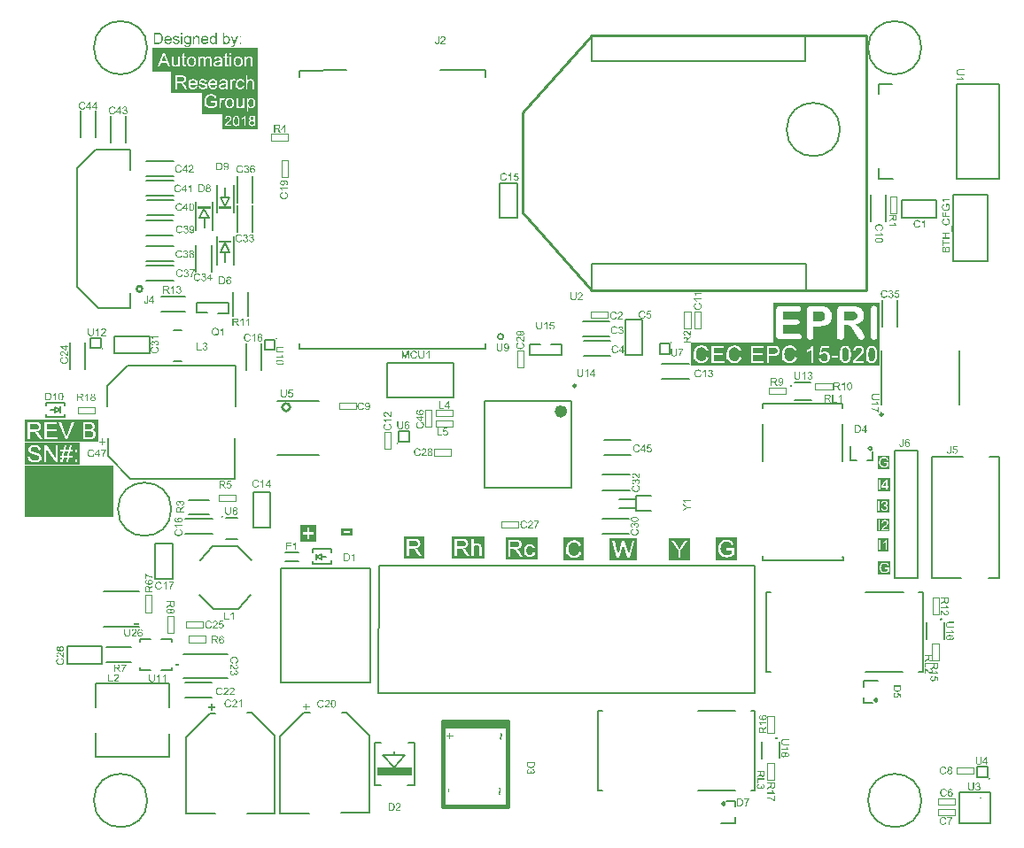
<source format=gto>
G04*
G04 #@! TF.GenerationSoftware,Altium Limited,Altium Designer,19.0.12 (326)*
G04*
G04 Layer_Color=65535*
%FSLAX25Y25*%
%MOIN*%
G70*
G01*
G75*
%ADD10C,0.01000*%
%ADD11C,0.00600*%
%ADD12C,0.00800*%
%ADD13C,0.00984*%
%ADD14C,0.02362*%
%ADD15C,0.00500*%
%ADD16C,0.00300*%
%ADD17C,0.00787*%
%ADD18C,0.01500*%
%ADD19R,0.33700X0.19400*%
%ADD20R,0.02400X0.00900*%
%ADD21R,0.01200X0.01100*%
G36*
X148900Y24200D02*
X136000D01*
Y21100D01*
X148900D01*
D01*
Y24200D01*
D02*
G37*
G36*
X76393Y222740D02*
X81093D01*
Y221840D01*
X76493D01*
X76393D01*
D01*
Y222740D01*
D02*
G37*
G36*
X68493Y235640D02*
X73193D01*
Y234740D01*
X68593D01*
X68493D01*
D01*
Y235640D01*
D02*
G37*
G36*
X81093Y234640D02*
X76393D01*
Y235540D01*
X80993D01*
X81093D01*
D01*
Y234640D01*
D02*
G37*
G36*
X32734Y147069D02*
X33778D01*
Y146628D01*
X32734D01*
Y145584D01*
X32290D01*
Y146628D01*
X31246D01*
Y147069D01*
X32290D01*
Y148119D01*
X32734D01*
Y147069D01*
D02*
G37*
G36*
X328846Y136736D02*
X324300D01*
Y141700D01*
X328846D01*
Y136736D01*
D02*
G37*
G36*
X328909Y128300D02*
X324200D01*
Y133134D01*
X328909D01*
Y128300D01*
D02*
G37*
G36*
X328623Y120331D02*
X323900D01*
Y125248D01*
X328623D01*
Y120331D01*
D02*
G37*
G36*
X328784Y113100D02*
X324100D01*
Y117947D01*
X328784D01*
Y113100D01*
D02*
G37*
G36*
X328283Y105600D02*
X324300D01*
Y110448D01*
X328283D01*
Y105600D01*
D02*
G37*
G36*
X329046Y96936D02*
X324500D01*
Y101900D01*
X329046D01*
Y96936D01*
D02*
G37*
G36*
X91090Y286119D02*
X91067D01*
Y278810D01*
X91110D01*
Y270648D01*
X91118D01*
Y264736D01*
X77605D01*
Y270179D01*
X69900D01*
Y278119D01*
X58500D01*
Y286119D01*
X51404D01*
Y295321D01*
X91090D01*
Y286119D01*
D02*
G37*
G36*
X62661Y300267D02*
X62151D01*
Y300852D01*
X62661D01*
Y300267D01*
D02*
G37*
G36*
X75531Y296700D02*
X75057D01*
Y297081D01*
X75054Y297075D01*
X75045Y297063D01*
X75027Y297039D01*
X75003Y297012D01*
X74973Y296976D01*
X74937Y296940D01*
X74892Y296898D01*
X74844Y296859D01*
X74787Y296817D01*
X74724Y296775D01*
X74655Y296739D01*
X74580Y296703D01*
X74499Y296676D01*
X74409Y296652D01*
X74316Y296640D01*
X74214Y296634D01*
X74178D01*
X74154Y296637D01*
X74121Y296640D01*
X74085Y296646D01*
X74043Y296652D01*
X73998Y296658D01*
X73947Y296670D01*
X73896Y296682D01*
X73842Y296697D01*
X73785Y296718D01*
X73728Y296739D01*
X73668Y296766D01*
X73611Y296796D01*
X73554Y296832D01*
X73551Y296835D01*
X73542Y296841D01*
X73524Y296853D01*
X73506Y296868D01*
X73479Y296889D01*
X73449Y296913D01*
X73419Y296943D01*
X73383Y296976D01*
X73347Y297012D01*
X73308Y297054D01*
X73269Y297099D01*
X73230Y297150D01*
X73194Y297201D01*
X73155Y297258D01*
X73122Y297321D01*
X73089Y297384D01*
X73086Y297387D01*
X73083Y297399D01*
X73074Y297420D01*
X73062Y297447D01*
X73050Y297480D01*
X73038Y297519D01*
X73023Y297567D01*
X73008Y297618D01*
X72990Y297675D01*
X72975Y297738D01*
X72963Y297807D01*
X72951Y297879D01*
X72939Y297954D01*
X72930Y298032D01*
X72927Y298116D01*
X72924Y298200D01*
Y298206D01*
Y298221D01*
Y298245D01*
X72927Y298275D01*
X72930Y298317D01*
X72933Y298362D01*
X72936Y298413D01*
X72942Y298470D01*
X72951Y298533D01*
X72960Y298596D01*
X72987Y298734D01*
X73002Y298806D01*
X73023Y298875D01*
X73044Y298947D01*
X73071Y299016D01*
X73074Y299019D01*
X73077Y299031D01*
X73086Y299052D01*
X73098Y299076D01*
X73116Y299106D01*
X73134Y299142D01*
X73158Y299181D01*
X73185Y299223D01*
X73212Y299268D01*
X73248Y299313D01*
X73284Y299361D01*
X73323Y299406D01*
X73368Y299454D01*
X73416Y299496D01*
X73467Y299538D01*
X73521Y299577D01*
X73524Y299580D01*
X73536Y299586D01*
X73551Y299595D01*
X73575Y299607D01*
X73602Y299622D01*
X73635Y299640D01*
X73674Y299658D01*
X73716Y299676D01*
X73764Y299694D01*
X73815Y299712D01*
X73872Y299730D01*
X73929Y299745D01*
X73992Y299757D01*
X74055Y299766D01*
X74121Y299772D01*
X74190Y299775D01*
X74217D01*
X74235Y299772D01*
X74259D01*
X74289Y299769D01*
X74319Y299766D01*
X74352Y299760D01*
X74427Y299748D01*
X74508Y299727D01*
X74592Y299697D01*
X74673Y299658D01*
X74676D01*
X74682Y299652D01*
X74694Y299646D01*
X74709Y299637D01*
X74727Y299625D01*
X74748Y299613D01*
X74796Y299577D01*
X74853Y299535D01*
X74910Y299484D01*
X74967Y299424D01*
X75021Y299358D01*
Y300852D01*
X75531D01*
Y296700D01*
D02*
G37*
G36*
X68145Y299772D02*
X68175Y299769D01*
X68205Y299766D01*
X68241Y299763D01*
X68316Y299751D01*
X68400Y299733D01*
X68487Y299709D01*
X68574Y299676D01*
X68577D01*
X68583Y299673D01*
X68595Y299667D01*
X68613Y299658D01*
X68631Y299649D01*
X68652Y299637D01*
X68703Y299607D01*
X68757Y299571D01*
X68814Y299526D01*
X68868Y299475D01*
X68916Y299418D01*
Y299415D01*
X68922Y299412D01*
X68928Y299403D01*
X68934Y299391D01*
X68943Y299376D01*
X68955Y299358D01*
X68979Y299313D01*
X69006Y299259D01*
X69030Y299193D01*
X69054Y299121D01*
X69075Y299043D01*
Y299040D01*
Y299037D01*
X69078Y299028D01*
X69081Y299016D01*
Y299001D01*
X69084Y298980D01*
X69087Y298956D01*
X69090Y298929D01*
X69093Y298896D01*
X69096Y298860D01*
X69099Y298821D01*
Y298776D01*
X69102Y298725D01*
X69105Y298671D01*
Y298611D01*
Y298548D01*
Y296700D01*
X68595D01*
Y298527D01*
Y298530D01*
Y298542D01*
Y298557D01*
Y298578D01*
X68592Y298605D01*
Y298635D01*
X68589Y298668D01*
Y298701D01*
X68580Y298779D01*
X68571Y298854D01*
X68556Y298929D01*
X68547Y298962D01*
X68535Y298992D01*
Y298995D01*
X68532Y298998D01*
X68529Y299007D01*
X68523Y299019D01*
X68508Y299046D01*
X68487Y299082D01*
X68457Y299121D01*
X68421Y299163D01*
X68376Y299205D01*
X68322Y299241D01*
X68319D01*
X68316Y299244D01*
X68307Y299250D01*
X68295Y299256D01*
X68265Y299271D01*
X68223Y299289D01*
X68169Y299304D01*
X68109Y299319D01*
X68043Y299331D01*
X67968Y299334D01*
X67935D01*
X67914Y299331D01*
X67884Y299328D01*
X67851Y299322D01*
X67815Y299316D01*
X67776Y299307D01*
X67731Y299298D01*
X67686Y299283D01*
X67641Y299268D01*
X67593Y299247D01*
X67545Y299223D01*
X67497Y299196D01*
X67449Y299163D01*
X67404Y299127D01*
X67401Y299124D01*
X67395Y299118D01*
X67383Y299103D01*
X67368Y299085D01*
X67350Y299061D01*
X67329Y299031D01*
X67308Y298995D01*
X67287Y298950D01*
X67266Y298902D01*
X67245Y298845D01*
X67224Y298779D01*
X67206Y298707D01*
X67191Y298629D01*
X67179Y298542D01*
X67173Y298446D01*
X67170Y298341D01*
Y296700D01*
X66660D01*
Y299709D01*
X67119D01*
Y299280D01*
X67122Y299286D01*
X67134Y299301D01*
X67155Y299325D01*
X67179Y299358D01*
X67215Y299394D01*
X67257Y299436D01*
X67305Y299481D01*
X67362Y299529D01*
X67425Y299574D01*
X67497Y299619D01*
X67575Y299661D01*
X67662Y299697D01*
X67755Y299730D01*
X67854Y299754D01*
X67962Y299769D01*
X68076Y299775D01*
X68121D01*
X68145Y299772D01*
D02*
G37*
G36*
X84795Y299130D02*
X84216D01*
Y299709D01*
X84795D01*
Y299130D01*
D02*
G37*
G36*
X60324Y299772D02*
X60360Y299769D01*
X60402Y299766D01*
X60447Y299763D01*
X60492Y299757D01*
X60543Y299751D01*
X60648Y299733D01*
X60756Y299706D01*
X60858Y299673D01*
X60861D01*
X60870Y299667D01*
X60885Y299664D01*
X60903Y299655D01*
X60924Y299643D01*
X60948Y299631D01*
X61008Y299601D01*
X61071Y299562D01*
X61137Y299514D01*
X61197Y299460D01*
X61227Y299430D01*
X61251Y299397D01*
X61254Y299394D01*
X61257Y299388D01*
X61263Y299379D01*
X61272Y299364D01*
X61284Y299349D01*
X61296Y299328D01*
X61308Y299301D01*
X61323Y299274D01*
X61338Y299241D01*
X61353Y299208D01*
X61368Y299169D01*
X61380Y299127D01*
X61395Y299082D01*
X61410Y299037D01*
X61431Y298932D01*
X60933Y298863D01*
Y298866D01*
X60930Y298872D01*
Y298884D01*
X60924Y298902D01*
X60921Y298920D01*
X60912Y298944D01*
X60894Y298995D01*
X60867Y299052D01*
X60834Y299112D01*
X60789Y299172D01*
X60762Y299199D01*
X60732Y299223D01*
X60729Y299226D01*
X60726Y299229D01*
X60714Y299235D01*
X60702Y299244D01*
X60684Y299253D01*
X60666Y299265D01*
X60642Y299277D01*
X60615Y299289D01*
X60582Y299301D01*
X60549Y299313D01*
X60510Y299325D01*
X60471Y299334D01*
X60426Y299343D01*
X60378Y299349D01*
X60327Y299355D01*
X60240D01*
X60216Y299352D01*
X60186D01*
X60153Y299349D01*
X60117Y299346D01*
X60078Y299340D01*
X59994Y299328D01*
X59910Y299307D01*
X59871Y299292D01*
X59835Y299277D01*
X59799Y299259D01*
X59769Y299238D01*
X59766D01*
X59763Y299232D01*
X59745Y299217D01*
X59721Y299193D01*
X59694Y299160D01*
X59667Y299121D01*
X59643Y299076D01*
X59625Y299025D01*
X59622Y298995D01*
X59619Y298968D01*
Y298965D01*
Y298950D01*
X59622Y298932D01*
X59628Y298908D01*
X59634Y298881D01*
X59643Y298851D01*
X59658Y298818D01*
X59679Y298788D01*
X59682Y298785D01*
X59691Y298776D01*
X59706Y298761D01*
X59727Y298740D01*
X59754Y298719D01*
X59790Y298698D01*
X59829Y298674D01*
X59877Y298653D01*
X59880D01*
X59886Y298650D01*
X59895Y298647D01*
X59907Y298644D01*
X59922Y298638D01*
X59940Y298635D01*
X59961Y298626D01*
X59988Y298620D01*
X60021Y298611D01*
X60057Y298599D01*
X60099Y298587D01*
X60147Y298575D01*
X60201Y298560D01*
X60264Y298542D01*
X60330Y298524D01*
X60333D01*
X60336Y298521D01*
X60354Y298518D01*
X60381Y298509D01*
X60417Y298500D01*
X60462Y298488D01*
X60513Y298473D01*
X60570Y298458D01*
X60627Y298440D01*
X60753Y298404D01*
X60879Y298362D01*
X60936Y298344D01*
X60993Y298323D01*
X61041Y298305D01*
X61086Y298287D01*
X61089D01*
X61095Y298284D01*
X61107Y298278D01*
X61122Y298269D01*
X61140Y298260D01*
X61161Y298248D01*
X61209Y298218D01*
X61263Y298179D01*
X61317Y298134D01*
X61371Y298080D01*
X61422Y298017D01*
Y298014D01*
X61428Y298008D01*
X61434Y297999D01*
X61440Y297987D01*
X61452Y297969D01*
X61461Y297948D01*
X61473Y297924D01*
X61485Y297897D01*
X61494Y297867D01*
X61506Y297834D01*
X61527Y297762D01*
X61539Y297678D01*
X61545Y297585D01*
Y297582D01*
Y297573D01*
Y297561D01*
X61542Y297543D01*
Y297519D01*
X61536Y297492D01*
X61533Y297462D01*
X61527Y297429D01*
X61509Y297357D01*
X61482Y297276D01*
X61464Y297234D01*
X61446Y297189D01*
X61422Y297147D01*
X61395Y297105D01*
X61392Y297102D01*
X61389Y297096D01*
X61380Y297084D01*
X61368Y297069D01*
X61353Y297048D01*
X61332Y297027D01*
X61311Y297003D01*
X61284Y296976D01*
X61257Y296949D01*
X61224Y296922D01*
X61188Y296892D01*
X61149Y296862D01*
X61107Y296835D01*
X61062Y296808D01*
X61014Y296781D01*
X60963Y296757D01*
X60960D01*
X60951Y296751D01*
X60936Y296745D01*
X60915Y296739D01*
X60888Y296730D01*
X60855Y296718D01*
X60819Y296706D01*
X60780Y296697D01*
X60735Y296685D01*
X60687Y296673D01*
X60633Y296664D01*
X60579Y296652D01*
X60459Y296640D01*
X60330Y296634D01*
X60303D01*
X60273Y296637D01*
X60234D01*
X60183Y296643D01*
X60129Y296646D01*
X60066Y296655D01*
X59997Y296664D01*
X59925Y296676D01*
X59853Y296694D01*
X59778Y296712D01*
X59703Y296736D01*
X59631Y296763D01*
X59559Y296796D01*
X59493Y296835D01*
X59433Y296877D01*
X59430Y296880D01*
X59421Y296889D01*
X59403Y296904D01*
X59385Y296922D01*
X59361Y296949D01*
X59331Y296979D01*
X59301Y297015D01*
X59271Y297060D01*
X59238Y297108D01*
X59202Y297159D01*
X59172Y297219D01*
X59139Y297285D01*
X59109Y297354D01*
X59085Y297432D01*
X59061Y297513D01*
X59043Y297600D01*
X59547Y297678D01*
Y297675D01*
X59550Y297666D01*
X59553Y297648D01*
X59556Y297627D01*
X59562Y297603D01*
X59571Y297573D01*
X59580Y297540D01*
X59592Y297507D01*
X59622Y297432D01*
X59664Y297354D01*
X59688Y297315D01*
X59715Y297279D01*
X59748Y297246D01*
X59781Y297213D01*
X59784Y297210D01*
X59790Y297207D01*
X59802Y297198D01*
X59817Y297189D01*
X59838Y297177D01*
X59862Y297162D01*
X59889Y297147D01*
X59922Y297135D01*
X59958Y297120D01*
X60000Y297105D01*
X60045Y297090D01*
X60093Y297078D01*
X60147Y297069D01*
X60204Y297060D01*
X60264Y297057D01*
X60327Y297054D01*
X60360D01*
X60384Y297057D01*
X60414D01*
X60447Y297063D01*
X60483Y297066D01*
X60525Y297072D01*
X60609Y297090D01*
X60696Y297114D01*
X60777Y297150D01*
X60816Y297171D01*
X60849Y297195D01*
X60852Y297198D01*
X60855Y297201D01*
X60864Y297210D01*
X60876Y297222D01*
X60903Y297252D01*
X60936Y297291D01*
X60966Y297339D01*
X60993Y297399D01*
X61005Y297429D01*
X61014Y297462D01*
X61017Y297495D01*
X61020Y297531D01*
Y297534D01*
Y297540D01*
Y297549D01*
X61017Y297558D01*
X61011Y297591D01*
X61002Y297630D01*
X60984Y297672D01*
X60957Y297717D01*
X60939Y297738D01*
X60918Y297762D01*
X60894Y297783D01*
X60867Y297801D01*
X60861Y297804D01*
X60855Y297807D01*
X60846Y297813D01*
X60831Y297819D01*
X60813Y297828D01*
X60789Y297837D01*
X60765Y297849D01*
X60732Y297861D01*
X60696Y297873D01*
X60651Y297888D01*
X60603Y297903D01*
X60549Y297918D01*
X60489Y297936D01*
X60420Y297954D01*
X60345Y297972D01*
X60342D01*
X60339Y297975D01*
X60321Y297978D01*
X60291Y297987D01*
X60255Y297996D01*
X60207Y298008D01*
X60156Y298023D01*
X60099Y298038D01*
X60036Y298056D01*
X59907Y298095D01*
X59778Y298137D01*
X59718Y298158D01*
X59661Y298179D01*
X59610Y298200D01*
X59565Y298218D01*
X59562D01*
X59556Y298224D01*
X59544Y298230D01*
X59529Y298236D01*
X59511Y298248D01*
X59490Y298260D01*
X59442Y298293D01*
X59391Y298332D01*
X59337Y298380D01*
X59283Y298437D01*
X59238Y298503D01*
Y298506D01*
X59232Y298512D01*
X59229Y298521D01*
X59220Y298536D01*
X59211Y298551D01*
X59202Y298572D01*
X59193Y298596D01*
X59184Y298623D01*
X59163Y298683D01*
X59145Y298752D01*
X59133Y298827D01*
X59127Y298908D01*
Y298911D01*
Y298917D01*
Y298929D01*
X59130Y298941D01*
Y298959D01*
X59133Y298980D01*
X59139Y299031D01*
X59148Y299088D01*
X59166Y299151D01*
X59187Y299214D01*
X59217Y299280D01*
Y299283D01*
X59220Y299289D01*
X59226Y299298D01*
X59235Y299310D01*
X59256Y299340D01*
X59283Y299379D01*
X59319Y299424D01*
X59364Y299472D01*
X59412Y299520D01*
X59469Y299565D01*
X59475Y299568D01*
X59490Y299580D01*
X59517Y299595D01*
X59556Y299616D01*
X59601Y299640D01*
X59655Y299664D01*
X59721Y299688D01*
X59793Y299712D01*
X59796D01*
X59802Y299715D01*
X59814Y299718D01*
X59829Y299721D01*
X59847Y299727D01*
X59871Y299733D01*
X59898Y299739D01*
X59925Y299745D01*
X59991Y299754D01*
X60066Y299766D01*
X60147Y299772D01*
X60234Y299775D01*
X60294D01*
X60324Y299772D01*
D02*
G37*
G36*
X82494Y296649D02*
X82491Y296643D01*
X82485Y296628D01*
X82476Y296601D01*
X82464Y296568D01*
X82449Y296529D01*
X82431Y296484D01*
X82410Y296433D01*
X82389Y296379D01*
X82344Y296265D01*
X82296Y296154D01*
X82272Y296100D01*
X82251Y296052D01*
X82230Y296007D01*
X82209Y295968D01*
Y295965D01*
X82203Y295956D01*
X82194Y295944D01*
X82185Y295926D01*
X82173Y295908D01*
X82158Y295884D01*
X82119Y295830D01*
X82074Y295770D01*
X82020Y295710D01*
X81960Y295650D01*
X81930Y295626D01*
X81897Y295602D01*
X81894D01*
X81888Y295596D01*
X81879Y295590D01*
X81867Y295584D01*
X81849Y295575D01*
X81828Y295563D01*
X81804Y295554D01*
X81777Y295542D01*
X81717Y295521D01*
X81645Y295500D01*
X81564Y295488D01*
X81477Y295482D01*
X81450D01*
X81420Y295485D01*
X81381Y295491D01*
X81333Y295497D01*
X81276Y295509D01*
X81216Y295524D01*
X81150Y295545D01*
X81093Y296025D01*
X81096D01*
X81099Y296022D01*
X81108D01*
X81120Y296019D01*
X81153Y296010D01*
X81192Y296001D01*
X81237Y295992D01*
X81285Y295986D01*
X81336Y295980D01*
X81384Y295977D01*
X81411D01*
X81444Y295980D01*
X81480Y295983D01*
X81525Y295992D01*
X81570Y296001D01*
X81612Y296016D01*
X81654Y296034D01*
X81660Y296037D01*
X81672Y296046D01*
X81690Y296058D01*
X81714Y296076D01*
X81741Y296097D01*
X81768Y296124D01*
X81795Y296157D01*
X81822Y296193D01*
X81825Y296196D01*
X81831Y296211D01*
X81837Y296220D01*
X81843Y296235D01*
X81849Y296250D01*
X81858Y296271D01*
X81870Y296292D01*
X81882Y296319D01*
X81894Y296352D01*
X81906Y296388D01*
X81921Y296427D01*
X81939Y296472D01*
X81957Y296520D01*
X81975Y296574D01*
Y296577D01*
X81978Y296583D01*
X81981Y296592D01*
X81987Y296604D01*
X81993Y296622D01*
X82002Y296643D01*
X82011Y296670D01*
X82023Y296697D01*
X80883Y299709D01*
X81426D01*
X82053Y297966D01*
Y297963D01*
X82059Y297951D01*
X82065Y297933D01*
X82074Y297909D01*
X82086Y297879D01*
X82098Y297843D01*
X82110Y297801D01*
X82128Y297756D01*
X82143Y297705D01*
X82161Y297651D01*
X82179Y297594D01*
X82197Y297534D01*
X82236Y297405D01*
X82272Y297270D01*
Y297273D01*
X82275Y297285D01*
X82281Y297303D01*
X82287Y297330D01*
X82296Y297360D01*
X82308Y297399D01*
X82320Y297441D01*
X82332Y297486D01*
X82347Y297537D01*
X82365Y297591D01*
X82401Y297705D01*
X82440Y297828D01*
X82485Y297954D01*
X83130Y299709D01*
X83637D01*
X82494Y296649D01*
D02*
G37*
G36*
X84795Y296700D02*
X84216D01*
Y297279D01*
X84795D01*
Y296700D01*
D02*
G37*
G36*
X62661Y296700D02*
X62151D01*
Y299709D01*
X62661D01*
Y296700D01*
D02*
G37*
G36*
X53448Y300849D02*
X53496D01*
X53547Y300846D01*
X53604D01*
X53724Y300837D01*
X53847Y300828D01*
X53907Y300819D01*
X53964Y300813D01*
X54018Y300804D01*
X54069Y300792D01*
X54072D01*
X54084Y300789D01*
X54102Y300783D01*
X54129Y300777D01*
X54159Y300765D01*
X54195Y300753D01*
X54234Y300741D01*
X54279Y300723D01*
X54372Y300684D01*
X54474Y300630D01*
X54576Y300570D01*
X54627Y300534D01*
X54675Y300495D01*
X54678Y300492D01*
X54690Y300483D01*
X54708Y300465D01*
X54729Y300444D01*
X54756Y300417D01*
X54789Y300384D01*
X54822Y300345D01*
X54861Y300303D01*
X54900Y300252D01*
X54939Y300198D01*
X54981Y300141D01*
X55023Y300078D01*
X55062Y300009D01*
X55098Y299940D01*
X55134Y299862D01*
X55167Y299784D01*
X55170Y299778D01*
X55173Y299763D01*
X55182Y299742D01*
X55194Y299709D01*
X55206Y299667D01*
X55218Y299619D01*
X55233Y299562D01*
X55251Y299499D01*
X55266Y299430D01*
X55281Y299352D01*
X55293Y299271D01*
X55305Y299184D01*
X55317Y299094D01*
X55326Y298998D01*
X55329Y298899D01*
X55332Y298797D01*
Y298791D01*
Y298776D01*
Y298752D01*
X55329Y298716D01*
Y298677D01*
X55326Y298629D01*
X55323Y298575D01*
X55317Y298515D01*
X55311Y298452D01*
X55305Y298383D01*
X55284Y298242D01*
X55257Y298098D01*
X55221Y297957D01*
Y297954D01*
X55215Y297942D01*
X55209Y297921D01*
X55200Y297897D01*
X55191Y297867D01*
X55176Y297831D01*
X55161Y297789D01*
X55143Y297747D01*
X55104Y297651D01*
X55053Y297549D01*
X54999Y297450D01*
X54936Y297354D01*
X54933Y297351D01*
X54927Y297345D01*
X54918Y297330D01*
X54906Y297315D01*
X54891Y297294D01*
X54870Y297270D01*
X54825Y297216D01*
X54768Y297156D01*
X54705Y297093D01*
X54633Y297033D01*
X54558Y296976D01*
X54555D01*
X54549Y296970D01*
X54537Y296964D01*
X54522Y296955D01*
X54501Y296943D01*
X54477Y296931D01*
X54450Y296916D01*
X54420Y296901D01*
X54384Y296883D01*
X54348Y296865D01*
X54306Y296850D01*
X54264Y296832D01*
X54168Y296799D01*
X54063Y296769D01*
X54060D01*
X54051Y296766D01*
X54033Y296763D01*
X54012Y296757D01*
X53985Y296754D01*
X53952Y296748D01*
X53913Y296742D01*
X53871Y296736D01*
X53823Y296727D01*
X53772Y296721D01*
X53718Y296715D01*
X53658Y296712D01*
X53598Y296706D01*
X53532Y296703D01*
X53397Y296700D01*
X51900D01*
Y300852D01*
X53409D01*
X53448Y300849D01*
D02*
G37*
G36*
X78453Y299367D02*
X78456Y299373D01*
X78468Y299385D01*
X78486Y299406D01*
X78510Y299430D01*
X78543Y299463D01*
X78582Y299496D01*
X78627Y299532D01*
X78675Y299571D01*
X78732Y299610D01*
X78795Y299646D01*
X78861Y299679D01*
X78936Y299712D01*
X79014Y299736D01*
X79095Y299757D01*
X79182Y299772D01*
X79275Y299775D01*
X79302D01*
X79323Y299772D01*
X79347D01*
X79377Y299769D01*
X79407Y299766D01*
X79443Y299760D01*
X79524Y299748D01*
X79614Y299727D01*
X79707Y299700D01*
X79800Y299661D01*
X79803D01*
X79812Y299655D01*
X79824Y299649D01*
X79842Y299640D01*
X79863Y299628D01*
X79887Y299616D01*
X79944Y299580D01*
X80010Y299535D01*
X80076Y299481D01*
X80145Y299418D01*
X80208Y299346D01*
X80211Y299343D01*
X80214Y299337D01*
X80223Y299325D01*
X80235Y299310D01*
X80247Y299292D01*
X80262Y299268D01*
X80280Y299241D01*
X80298Y299211D01*
X80319Y299175D01*
X80340Y299139D01*
X80379Y299055D01*
X80421Y298962D01*
X80457Y298860D01*
Y298857D01*
X80460Y298848D01*
X80466Y298833D01*
X80472Y298809D01*
X80478Y298785D01*
X80487Y298752D01*
X80496Y298716D01*
X80505Y298677D01*
X80511Y298632D01*
X80520Y298584D01*
X80529Y298536D01*
X80535Y298482D01*
X80547Y298368D01*
X80550Y298248D01*
Y298245D01*
Y298239D01*
Y298230D01*
Y298215D01*
Y298197D01*
X80547Y298173D01*
Y298149D01*
X80544Y298122D01*
X80538Y298056D01*
X80529Y297981D01*
X80517Y297900D01*
X80502Y297810D01*
X80481Y297714D01*
X80457Y297618D01*
X80424Y297519D01*
X80388Y297420D01*
X80343Y297321D01*
X80292Y297228D01*
X80235Y297138D01*
X80166Y297054D01*
X80163Y297048D01*
X80148Y297036D01*
X80127Y297015D01*
X80097Y296988D01*
X80061Y296958D01*
X80016Y296922D01*
X79965Y296883D01*
X79908Y296844D01*
X79845Y296805D01*
X79776Y296766D01*
X79701Y296733D01*
X79620Y296700D01*
X79533Y296673D01*
X79443Y296652D01*
X79350Y296640D01*
X79251Y296634D01*
X79227D01*
X79200Y296637D01*
X79164Y296640D01*
X79119Y296649D01*
X79065Y296658D01*
X79008Y296670D01*
X78948Y296691D01*
X78882Y296712D01*
X78813Y296742D01*
X78744Y296778D01*
X78675Y296820D01*
X78606Y296871D01*
X78540Y296931D01*
X78477Y297000D01*
X78417Y297078D01*
Y296700D01*
X77943D01*
Y300852D01*
X78453D01*
Y299367D01*
D02*
G37*
G36*
X71178Y299772D02*
X71220Y299769D01*
X71274Y299763D01*
X71331Y299754D01*
X71397Y299742D01*
X71469Y299724D01*
X71547Y299703D01*
X71625Y299676D01*
X71709Y299643D01*
X71790Y299601D01*
X71874Y299556D01*
X71952Y299499D01*
X72030Y299436D01*
X72105Y299364D01*
X72108Y299358D01*
X72123Y299346D01*
X72141Y299322D01*
X72165Y299289D01*
X72195Y299247D01*
X72228Y299196D01*
X72261Y299136D01*
X72297Y299067D01*
X72333Y298989D01*
X72369Y298902D01*
X72399Y298806D01*
X72429Y298704D01*
X72453Y298593D01*
X72474Y298473D01*
X72486Y298344D01*
X72489Y298209D01*
Y298206D01*
Y298200D01*
Y298191D01*
Y298176D01*
Y298155D01*
Y298134D01*
X72486Y298107D01*
Y298074D01*
X70242D01*
Y298068D01*
X70245Y298053D01*
Y298026D01*
X70251Y297993D01*
X70257Y297951D01*
X70263Y297903D01*
X70275Y297852D01*
X70287Y297795D01*
X70302Y297732D01*
X70323Y297672D01*
X70344Y297609D01*
X70371Y297546D01*
X70401Y297483D01*
X70437Y297423D01*
X70476Y297366D01*
X70521Y297315D01*
X70524Y297312D01*
X70533Y297303D01*
X70548Y297291D01*
X70566Y297273D01*
X70590Y297255D01*
X70620Y297234D01*
X70656Y297210D01*
X70695Y297186D01*
X70737Y297159D01*
X70785Y297138D01*
X70836Y297114D01*
X70893Y297096D01*
X70953Y297078D01*
X71016Y297066D01*
X71082Y297057D01*
X71151Y297054D01*
X71178D01*
X71199Y297057D01*
X71223Y297060D01*
X71250Y297063D01*
X71283Y297066D01*
X71316Y297072D01*
X71391Y297090D01*
X71472Y297117D01*
X71514Y297132D01*
X71553Y297153D01*
X71592Y297174D01*
X71631Y297201D01*
X71634Y297204D01*
X71640Y297207D01*
X71649Y297216D01*
X71664Y297228D01*
X71682Y297246D01*
X71700Y297264D01*
X71721Y297288D01*
X71745Y297315D01*
X71769Y297348D01*
X71796Y297381D01*
X71820Y297420D01*
X71847Y297462D01*
X71874Y297510D01*
X71898Y297561D01*
X71922Y297615D01*
X71946Y297675D01*
X72471Y297606D01*
Y297600D01*
X72465Y297585D01*
X72456Y297561D01*
X72447Y297531D01*
X72432Y297492D01*
X72414Y297447D01*
X72393Y297396D01*
X72366Y297342D01*
X72336Y297288D01*
X72303Y297228D01*
X72264Y297168D01*
X72222Y297108D01*
X72177Y297051D01*
X72126Y296994D01*
X72069Y296940D01*
X72009Y296889D01*
X72006Y296886D01*
X71994Y296877D01*
X71976Y296865D01*
X71949Y296850D01*
X71916Y296829D01*
X71874Y296808D01*
X71829Y296784D01*
X71775Y296763D01*
X71715Y296739D01*
X71652Y296715D01*
X71580Y296694D01*
X71505Y296673D01*
X71424Y296658D01*
X71337Y296646D01*
X71244Y296637D01*
X71148Y296634D01*
X71118D01*
X71103Y296637D01*
X71085D01*
X71040Y296640D01*
X70983Y296646D01*
X70920Y296655D01*
X70848Y296667D01*
X70770Y296685D01*
X70689Y296706D01*
X70602Y296733D01*
X70515Y296766D01*
X70428Y296805D01*
X70341Y296850D01*
X70257Y296904D01*
X70176Y296967D01*
X70101Y297039D01*
X70098Y297045D01*
X70086Y297057D01*
X70065Y297081D01*
X70041Y297114D01*
X70011Y297156D01*
X69981Y297207D01*
X69945Y297264D01*
X69909Y297333D01*
X69873Y297411D01*
X69840Y297495D01*
X69807Y297588D01*
X69777Y297690D01*
X69753Y297801D01*
X69735Y297918D01*
X69720Y298044D01*
X69717Y298179D01*
Y298182D01*
Y298188D01*
Y298197D01*
Y298212D01*
X69720Y298230D01*
Y298251D01*
Y298275D01*
X69723Y298305D01*
X69729Y298368D01*
X69738Y298440D01*
X69750Y298521D01*
X69765Y298611D01*
X69786Y298701D01*
X69813Y298797D01*
X69843Y298896D01*
X69882Y298995D01*
X69927Y299091D01*
X69978Y299184D01*
X70038Y299274D01*
X70107Y299355D01*
X70113Y299361D01*
X70125Y299373D01*
X70146Y299394D01*
X70179Y299421D01*
X70218Y299454D01*
X70263Y299487D01*
X70317Y299526D01*
X70380Y299565D01*
X70449Y299604D01*
X70527Y299643D01*
X70608Y299679D01*
X70698Y299709D01*
X70797Y299736D01*
X70899Y299757D01*
X71007Y299769D01*
X71121Y299775D01*
X71148D01*
X71178Y299772D01*
D02*
G37*
G36*
X57315D02*
X57357Y299769D01*
X57411Y299763D01*
X57468Y299754D01*
X57534Y299742D01*
X57606Y299724D01*
X57684Y299703D01*
X57762Y299676D01*
X57846Y299643D01*
X57927Y299601D01*
X58011Y299556D01*
X58089Y299499D01*
X58167Y299436D01*
X58242Y299364D01*
X58245Y299358D01*
X58260Y299346D01*
X58278Y299322D01*
X58302Y299289D01*
X58332Y299247D01*
X58365Y299196D01*
X58398Y299136D01*
X58434Y299067D01*
X58470Y298989D01*
X58506Y298902D01*
X58536Y298806D01*
X58566Y298704D01*
X58590Y298593D01*
X58611Y298473D01*
X58623Y298344D01*
X58626Y298209D01*
Y298206D01*
Y298200D01*
Y298191D01*
Y298176D01*
Y298155D01*
Y298134D01*
X58623Y298107D01*
Y298074D01*
X56379D01*
Y298068D01*
X56382Y298053D01*
Y298026D01*
X56388Y297993D01*
X56394Y297951D01*
X56400Y297903D01*
X56412Y297852D01*
X56424Y297795D01*
X56439Y297732D01*
X56460Y297672D01*
X56481Y297609D01*
X56508Y297546D01*
X56538Y297483D01*
X56574Y297423D01*
X56613Y297366D01*
X56658Y297315D01*
X56661Y297312D01*
X56670Y297303D01*
X56685Y297291D01*
X56703Y297273D01*
X56727Y297255D01*
X56757Y297234D01*
X56793Y297210D01*
X56832Y297186D01*
X56874Y297159D01*
X56922Y297138D01*
X56973Y297114D01*
X57030Y297096D01*
X57090Y297078D01*
X57153Y297066D01*
X57219Y297057D01*
X57288Y297054D01*
X57315D01*
X57336Y297057D01*
X57360Y297060D01*
X57387Y297063D01*
X57420Y297066D01*
X57453Y297072D01*
X57528Y297090D01*
X57609Y297117D01*
X57651Y297132D01*
X57690Y297153D01*
X57729Y297174D01*
X57768Y297201D01*
X57771Y297204D01*
X57777Y297207D01*
X57786Y297216D01*
X57801Y297228D01*
X57819Y297246D01*
X57837Y297264D01*
X57858Y297288D01*
X57882Y297315D01*
X57906Y297348D01*
X57933Y297381D01*
X57957Y297420D01*
X57984Y297462D01*
X58011Y297510D01*
X58035Y297561D01*
X58059Y297615D01*
X58083Y297675D01*
X58608Y297606D01*
Y297600D01*
X58602Y297585D01*
X58593Y297561D01*
X58584Y297531D01*
X58569Y297492D01*
X58551Y297447D01*
X58530Y297396D01*
X58503Y297342D01*
X58473Y297288D01*
X58440Y297228D01*
X58401Y297168D01*
X58359Y297108D01*
X58314Y297051D01*
X58263Y296994D01*
X58206Y296940D01*
X58146Y296889D01*
X58143Y296886D01*
X58131Y296877D01*
X58113Y296865D01*
X58086Y296850D01*
X58053Y296829D01*
X58011Y296808D01*
X57966Y296784D01*
X57912Y296763D01*
X57852Y296739D01*
X57789Y296715D01*
X57717Y296694D01*
X57642Y296673D01*
X57561Y296658D01*
X57474Y296646D01*
X57381Y296637D01*
X57285Y296634D01*
X57255D01*
X57240Y296637D01*
X57222D01*
X57177Y296640D01*
X57120Y296646D01*
X57057Y296655D01*
X56985Y296667D01*
X56907Y296685D01*
X56826Y296706D01*
X56739Y296733D01*
X56652Y296766D01*
X56565Y296805D01*
X56478Y296850D01*
X56394Y296904D01*
X56313Y296967D01*
X56238Y297039D01*
X56235Y297045D01*
X56223Y297057D01*
X56202Y297081D01*
X56178Y297114D01*
X56148Y297156D01*
X56118Y297207D01*
X56082Y297264D01*
X56046Y297333D01*
X56010Y297411D01*
X55977Y297495D01*
X55944Y297588D01*
X55914Y297690D01*
X55890Y297801D01*
X55872Y297918D01*
X55857Y298044D01*
X55854Y298179D01*
Y298182D01*
Y298188D01*
Y298197D01*
Y298212D01*
X55857Y298230D01*
Y298251D01*
Y298275D01*
X55860Y298305D01*
X55866Y298368D01*
X55875Y298440D01*
X55887Y298521D01*
X55902Y298611D01*
X55923Y298701D01*
X55950Y298797D01*
X55980Y298896D01*
X56019Y298995D01*
X56064Y299091D01*
X56115Y299184D01*
X56175Y299274D01*
X56244Y299355D01*
X56250Y299361D01*
X56262Y299373D01*
X56283Y299394D01*
X56316Y299421D01*
X56355Y299454D01*
X56400Y299487D01*
X56454Y299526D01*
X56517Y299565D01*
X56586Y299604D01*
X56664Y299643D01*
X56745Y299679D01*
X56835Y299709D01*
X56934Y299736D01*
X57036Y299757D01*
X57144Y299769D01*
X57258Y299775D01*
X57285D01*
X57315Y299772D01*
D02*
G37*
G36*
X64590D02*
X64629Y299769D01*
X64674Y299763D01*
X64725Y299751D01*
X64785Y299739D01*
X64848Y299721D01*
X64917Y299700D01*
X64989Y299670D01*
X65061Y299637D01*
X65136Y299595D01*
X65208Y299544D01*
X65280Y299487D01*
X65352Y299421D01*
X65418Y299346D01*
Y299709D01*
X65889D01*
Y297108D01*
Y297105D01*
Y297099D01*
Y297090D01*
Y297078D01*
Y297060D01*
Y297042D01*
X65886Y296994D01*
Y296937D01*
X65883Y296871D01*
X65877Y296799D01*
X65871Y296721D01*
X65862Y296643D01*
X65853Y296559D01*
X65841Y296478D01*
X65829Y296397D01*
X65811Y296319D01*
X65793Y296244D01*
X65769Y296178D01*
X65745Y296118D01*
X65742Y296115D01*
X65739Y296106D01*
X65730Y296091D01*
X65718Y296070D01*
X65703Y296046D01*
X65682Y296016D01*
X65661Y295983D01*
X65634Y295950D01*
X65604Y295914D01*
X65571Y295875D01*
X65535Y295836D01*
X65493Y295797D01*
X65448Y295761D01*
X65400Y295722D01*
X65349Y295686D01*
X65292Y295653D01*
X65289Y295650D01*
X65277Y295647D01*
X65262Y295638D01*
X65238Y295626D01*
X65208Y295614D01*
X65169Y295599D01*
X65127Y295584D01*
X65082Y295569D01*
X65028Y295551D01*
X64971Y295536D01*
X64908Y295521D01*
X64839Y295509D01*
X64770Y295497D01*
X64692Y295488D01*
X64614Y295485D01*
X64530Y295482D01*
X64506D01*
X64479Y295485D01*
X64440D01*
X64395Y295491D01*
X64344Y295494D01*
X64284Y295503D01*
X64221Y295512D01*
X64152Y295524D01*
X64083Y295542D01*
X64008Y295560D01*
X63936Y295584D01*
X63864Y295611D01*
X63792Y295644D01*
X63726Y295683D01*
X63660Y295725D01*
X63657Y295728D01*
X63645Y295737D01*
X63630Y295752D01*
X63609Y295770D01*
X63585Y295797D01*
X63555Y295827D01*
X63528Y295866D01*
X63498Y295908D01*
X63465Y295956D01*
X63438Y296010D01*
X63411Y296070D01*
X63387Y296136D01*
X63366Y296205D01*
X63351Y296283D01*
X63345Y296367D01*
X63342Y296454D01*
X63837Y296379D01*
Y296376D01*
X63840Y296370D01*
Y296358D01*
X63843Y296343D01*
X63849Y296322D01*
X63855Y296301D01*
X63870Y296253D01*
X63891Y296199D01*
X63921Y296145D01*
X63960Y296094D01*
X64008Y296049D01*
X64011Y296046D01*
X64017Y296043D01*
X64029Y296037D01*
X64044Y296028D01*
X64062Y296016D01*
X64086Y296004D01*
X64113Y295992D01*
X64143Y295977D01*
X64179Y295965D01*
X64218Y295950D01*
X64260Y295938D01*
X64308Y295929D01*
X64356Y295917D01*
X64410Y295911D01*
X64467Y295908D01*
X64527Y295905D01*
X64560D01*
X64584Y295908D01*
X64614D01*
X64650Y295914D01*
X64686Y295917D01*
X64728Y295923D01*
X64815Y295941D01*
X64908Y295965D01*
X64995Y296001D01*
X65034Y296025D01*
X65073Y296049D01*
X65076Y296052D01*
X65082Y296055D01*
X65091Y296064D01*
X65103Y296076D01*
X65121Y296088D01*
X65136Y296106D01*
X65157Y296127D01*
X65178Y296151D01*
X65220Y296208D01*
X65265Y296274D01*
X65304Y296352D01*
X65334Y296442D01*
Y296445D01*
X65337Y296451D01*
Y296460D01*
X65340Y296475D01*
X65343Y296493D01*
X65346Y296517D01*
X65349Y296547D01*
X65352Y296583D01*
X65358Y296622D01*
X65361Y296670D01*
X65364Y296724D01*
X65367Y296784D01*
Y296850D01*
X65370Y296922D01*
Y297003D01*
Y297093D01*
X65367Y297090D01*
X65355Y297075D01*
X65337Y297057D01*
X65310Y297033D01*
X65277Y297003D01*
X65238Y296970D01*
X65193Y296934D01*
X65142Y296898D01*
X65085Y296859D01*
X65022Y296823D01*
X64953Y296790D01*
X64878Y296763D01*
X64800Y296736D01*
X64719Y296718D01*
X64629Y296706D01*
X64539Y296700D01*
X64512D01*
X64479Y296703D01*
X64437Y296706D01*
X64386Y296715D01*
X64326Y296724D01*
X64257Y296739D01*
X64185Y296757D01*
X64110Y296781D01*
X64032Y296808D01*
X63951Y296844D01*
X63873Y296889D01*
X63795Y296940D01*
X63717Y297000D01*
X63645Y297069D01*
X63579Y297147D01*
X63576Y297153D01*
X63564Y297168D01*
X63549Y297192D01*
X63525Y297228D01*
X63501Y297270D01*
X63471Y297321D01*
X63441Y297381D01*
X63411Y297450D01*
X63378Y297522D01*
X63348Y297606D01*
X63318Y297693D01*
X63294Y297789D01*
X63270Y297888D01*
X63255Y297993D01*
X63243Y298104D01*
X63240Y298218D01*
Y298224D01*
Y298236D01*
Y298260D01*
X63243Y298290D01*
X63246Y298329D01*
X63249Y298374D01*
X63252Y298425D01*
X63258Y298479D01*
X63267Y298539D01*
X63276Y298602D01*
X63306Y298737D01*
X63321Y298806D01*
X63342Y298875D01*
X63366Y298944D01*
X63393Y299013D01*
X63396Y299016D01*
X63399Y299028D01*
X63408Y299049D01*
X63423Y299073D01*
X63438Y299103D01*
X63459Y299139D01*
X63480Y299178D01*
X63507Y299220D01*
X63540Y299265D01*
X63573Y299310D01*
X63609Y299355D01*
X63651Y299403D01*
X63693Y299448D01*
X63741Y299493D01*
X63792Y299535D01*
X63846Y299574D01*
X63849Y299577D01*
X63861Y299583D01*
X63876Y299592D01*
X63900Y299607D01*
X63927Y299622D01*
X63960Y299637D01*
X63999Y299655D01*
X64044Y299676D01*
X64092Y299694D01*
X64146Y299712D01*
X64203Y299727D01*
X64263Y299745D01*
X64329Y299757D01*
X64395Y299766D01*
X64467Y299772D01*
X64539Y299775D01*
X64563D01*
X64590Y299772D01*
D02*
G37*
G36*
X24139Y138089D02*
X3474D01*
Y146705D01*
X24139D01*
Y138089D01*
D02*
G37*
G36*
X31018Y146900D02*
X3400D01*
Y155294D01*
X31018D01*
Y146900D01*
D02*
G37*
G36*
X254078Y186810D02*
X254076D01*
X254072D01*
X254066D01*
X254058D01*
X254045D01*
X254033Y186812D01*
X253999Y186814D01*
X253964Y186819D01*
X253922Y186825D01*
X253879Y186835D01*
X253835Y186850D01*
X253833D01*
X253827Y186854D01*
X253816Y186858D01*
X253802Y186864D01*
X253783Y186871D01*
X253762Y186881D01*
X253739Y186893D01*
X253714Y186906D01*
X253685Y186920D01*
X253656Y186939D01*
X253592Y186979D01*
X253523Y187027D01*
X253452Y187083D01*
X253450Y187085D01*
X253444Y187091D01*
X253434Y187099D01*
X253419Y187112D01*
X253400Y187128D01*
X253380Y187149D01*
X253355Y187172D01*
X253327Y187201D01*
X253296Y187232D01*
X253263Y187266D01*
X253228Y187303D01*
X253188Y187345D01*
X253149Y187391D01*
X253107Y187438D01*
X253063Y187490D01*
X253018Y187545D01*
X253015Y187547D01*
X253013Y187551D01*
X253007Y187557D01*
X253001Y187565D01*
X252991Y187576D01*
X252980Y187588D01*
X252953Y187619D01*
X252922Y187659D01*
X252882Y187700D01*
X252841Y187748D01*
X252795Y187798D01*
X252747Y187852D01*
X252697Y187904D01*
X252647Y187958D01*
X252595Y188008D01*
X252545Y188058D01*
X252498Y188102D01*
X252450Y188144D01*
X252406Y188177D01*
X252404Y188179D01*
X252396Y188183D01*
X252383Y188191D01*
X252369Y188204D01*
X252348Y188216D01*
X252325Y188229D01*
X252298Y188245D01*
X252269Y188260D01*
X252238Y188275D01*
X252204Y188291D01*
X252132Y188318D01*
X252094Y188329D01*
X252057Y188337D01*
X252019Y188341D01*
X251982Y188343D01*
X251980D01*
X251971D01*
X251961D01*
X251946Y188341D01*
X251928Y188339D01*
X251907Y188335D01*
X251884Y188331D01*
X251859Y188324D01*
X251832Y188316D01*
X251803Y188306D01*
X251774Y188293D01*
X251745Y188279D01*
X251713Y188262D01*
X251684Y188241D01*
X251655Y188218D01*
X251628Y188191D01*
X251626Y188189D01*
X251622Y188185D01*
X251616Y188177D01*
X251605Y188164D01*
X251595Y188150D01*
X251582Y188131D01*
X251568Y188110D01*
X251555Y188087D01*
X251541Y188060D01*
X251528Y188031D01*
X251516Y187998D01*
X251505Y187965D01*
X251495Y187927D01*
X251489Y187888D01*
X251485Y187846D01*
X251483Y187802D01*
Y187777D01*
X251485Y187761D01*
X251487Y187738D01*
X251491Y187713D01*
X251495Y187686D01*
X251501Y187655D01*
X251510Y187624D01*
X251520Y187590D01*
X251533Y187557D01*
X251547Y187522D01*
X251566Y187488D01*
X251587Y187455D01*
X251609Y187422D01*
X251637Y187393D01*
X251639Y187391D01*
X251643Y187386D01*
X251653Y187378D01*
X251663Y187370D01*
X251680Y187357D01*
X251699Y187345D01*
X251722Y187330D01*
X251747Y187318D01*
X251774Y187303D01*
X251807Y187289D01*
X251840Y187276D01*
X251878Y187264D01*
X251919Y187255D01*
X251963Y187247D01*
X252009Y187243D01*
X252059Y187241D01*
X252021Y186877D01*
X252019D01*
X252017D01*
X252011Y186879D01*
X252003D01*
X251982Y186881D01*
X251955Y186887D01*
X251921Y186893D01*
X251882Y186902D01*
X251838Y186912D01*
X251793Y186925D01*
X251743Y186941D01*
X251693Y186960D01*
X251641Y186983D01*
X251589Y187010D01*
X251539Y187039D01*
X251491Y187074D01*
X251445Y187112D01*
X251403Y187155D01*
X251401Y187158D01*
X251395Y187166D01*
X251383Y187180D01*
X251370Y187199D01*
X251354Y187224D01*
X251335Y187253D01*
X251316Y187289D01*
X251295Y187328D01*
X251277Y187374D01*
X251258Y187422D01*
X251239Y187476D01*
X251222Y187534D01*
X251208Y187596D01*
X251198Y187663D01*
X251191Y187734D01*
X251189Y187809D01*
Y187827D01*
X251191Y187848D01*
X251193Y187877D01*
X251196Y187913D01*
X251202Y187952D01*
X251208Y187998D01*
X251218Y188046D01*
X251231Y188098D01*
X251245Y188150D01*
X251264Y188206D01*
X251287Y188260D01*
X251314Y188314D01*
X251343Y188366D01*
X251378Y188416D01*
X251420Y188464D01*
X251422Y188466D01*
X251431Y188474D01*
X251443Y188487D01*
X251462Y188501D01*
X251483Y188520D01*
X251510Y188541D01*
X251541Y188564D01*
X251576Y188587D01*
X251616Y188607D01*
X251659Y188630D01*
X251707Y188651D01*
X251757Y188670D01*
X251811Y188684D01*
X251867Y188697D01*
X251928Y188705D01*
X251990Y188707D01*
X251992D01*
X251998D01*
X252007D01*
X252019D01*
X252036Y188705D01*
X252052Y188703D01*
X252073Y188701D01*
X252096Y188699D01*
X252148Y188691D01*
X252206Y188678D01*
X252267Y188659D01*
X252329Y188637D01*
X252331D01*
X252337Y188632D01*
X252346Y188628D01*
X252358Y188622D01*
X252373Y188616D01*
X252392Y188605D01*
X252412Y188595D01*
X252435Y188580D01*
X252460Y188566D01*
X252487Y188549D01*
X252548Y188507D01*
X252579Y188485D01*
X252612Y188460D01*
X252645Y188431D01*
X252681Y188401D01*
X252683Y188399D01*
X252689Y188393D01*
X252699Y188385D01*
X252714Y188370D01*
X252733Y188352D01*
X252755Y188329D01*
X252783Y188304D01*
X252814Y188273D01*
X252847Y188237D01*
X252885Y188196D01*
X252926Y188152D01*
X252972Y188102D01*
X253020Y188048D01*
X253072Y187990D01*
X253128Y187925D01*
X253186Y187856D01*
X253188Y187852D01*
X253199Y187842D01*
X253211Y187827D01*
X253230Y187807D01*
X253251Y187779D01*
X253275Y187752D01*
X253303Y187721D01*
X253332Y187688D01*
X253392Y187617D01*
X253423Y187584D01*
X253452Y187551D01*
X253481Y187520D01*
X253506Y187493D01*
X253529Y187468D01*
X253550Y187449D01*
X253554Y187445D01*
X253567Y187434D01*
X253585Y187418D01*
X253608Y187397D01*
X253637Y187374D01*
X253669Y187349D01*
X253704Y187324D01*
X253739Y187301D01*
Y188711D01*
X254078D01*
Y186810D01*
D02*
G37*
G36*
Y186155D02*
X253479Y185774D01*
X253477Y185772D01*
X253469Y185766D01*
X253454Y185758D01*
X253438Y185747D01*
X253415Y185733D01*
X253390Y185716D01*
X253363Y185697D01*
X253334Y185679D01*
X253269Y185635D01*
X253203Y185589D01*
X253140Y185544D01*
X253111Y185521D01*
X253084Y185500D01*
X253082Y185498D01*
X253078Y185496D01*
X253072Y185489D01*
X253061Y185481D01*
X253036Y185460D01*
X253007Y185435D01*
X252976Y185404D01*
X252943Y185373D01*
X252914Y185340D01*
X252891Y185306D01*
X252889Y185302D01*
X252882Y185292D01*
X252872Y185275D01*
X252862Y185252D01*
X252849Y185227D01*
X252835Y185198D01*
X252824Y185167D01*
X252814Y185134D01*
Y185132D01*
X252812Y185121D01*
X252810Y185105D01*
X252805Y185084D01*
X252803Y185055D01*
X252801Y185017D01*
X252799Y184974D01*
Y184481D01*
X254078D01*
Y184170D01*
X325155D01*
Y175558D01*
X254045D01*
Y184100D01*
X251200D01*
Y185413D01*
X251202Y185437D01*
Y185471D01*
X251204Y185508D01*
X251206Y185548D01*
X251210Y185593D01*
X251214Y185639D01*
X251218Y185687D01*
X251233Y185785D01*
X251241Y185831D01*
X251252Y185876D01*
X251264Y185920D01*
X251279Y185959D01*
Y185962D01*
X251283Y185968D01*
X251287Y185978D01*
X251293Y185993D01*
X251302Y186009D01*
X251314Y186028D01*
X251326Y186051D01*
X251341Y186074D01*
X251360Y186099D01*
X251378Y186126D01*
X251401Y186153D01*
X251426Y186180D01*
X251455Y186205D01*
X251485Y186232D01*
X251518Y186257D01*
X251553Y186280D01*
X251555Y186282D01*
X251562Y186286D01*
X251572Y186290D01*
X251587Y186299D01*
X251605Y186307D01*
X251628Y186317D01*
X251653Y186330D01*
X251680Y186340D01*
X251711Y186351D01*
X251745Y186363D01*
X251780Y186373D01*
X251817Y186382D01*
X251857Y186390D01*
X251899Y186396D01*
X251942Y186398D01*
X251986Y186400D01*
X251990D01*
X251998D01*
X252015Y186398D01*
X252038D01*
X252063Y186394D01*
X252094Y186390D01*
X252127Y186384D01*
X252165Y186375D01*
X252204Y186365D01*
X252246Y186353D01*
X252290Y186336D01*
X252333Y186317D01*
X252377Y186294D01*
X252418Y186267D01*
X252462Y186236D01*
X252502Y186201D01*
X252504Y186199D01*
X252510Y186193D01*
X252520Y186180D01*
X252535Y186163D01*
X252552Y186143D01*
X252570Y186116D01*
X252591Y186086D01*
X252614Y186051D01*
X252637Y186009D01*
X252660Y185966D01*
X252681Y185914D01*
X252703Y185860D01*
X252722Y185799D01*
X252741Y185735D01*
X252755Y185664D01*
X252768Y185589D01*
Y185591D01*
X252772Y185596D01*
X252774Y185604D01*
X252781Y185614D01*
X252787Y185627D01*
X252795Y185641D01*
X252814Y185675D01*
X252835Y185712D01*
X252859Y185749D01*
X252885Y185785D01*
X252911Y185818D01*
X252914Y185820D01*
X252918Y185826D01*
X252928Y185835D01*
X252939Y185847D01*
X252955Y185862D01*
X252972Y185878D01*
X252993Y185899D01*
X253018Y185920D01*
X253045Y185943D01*
X253074Y185968D01*
X253105Y185995D01*
X253138Y186022D01*
X253176Y186049D01*
X253213Y186078D01*
X253296Y186134D01*
X254078Y186631D01*
Y186155D01*
D02*
G37*
G36*
X325145Y184343D02*
X285100D01*
Y199126D01*
X325145D01*
Y184343D01*
D02*
G37*
G36*
X126821Y111517D02*
X122400D01*
Y114307D01*
X126821D01*
Y111517D01*
D02*
G37*
G36*
X113123Y109330D02*
X106900D01*
Y115558D01*
X113123D01*
Y109330D01*
D02*
G37*
G36*
X271214Y102394D02*
X263300D01*
Y111005D01*
X271214D01*
Y102394D01*
D02*
G37*
G36*
X253654Y102100D02*
X245795D01*
Y110494D01*
X253654D01*
Y102100D01*
D02*
G37*
G36*
X233719Y110594D02*
Y102200D01*
X223500D01*
Y110594D01*
X233719D01*
D02*
G37*
G36*
X213755Y110805D02*
Y102194D01*
X206100D01*
Y110805D01*
X213755D01*
D02*
G37*
G36*
X196332Y102498D02*
X184200D01*
Y110994D01*
X196332D01*
Y102498D01*
D02*
G37*
G36*
X176209Y102900D02*
X164100D01*
Y111294D01*
X176209D01*
Y102900D01*
D02*
G37*
G36*
X153723D02*
X146100D01*
Y111294D01*
X153723D01*
Y102900D01*
D02*
G37*
G36*
X73932Y47087D02*
X74982D01*
Y46644D01*
X73932D01*
Y45600D01*
X73492D01*
Y46644D01*
X72448D01*
Y47087D01*
X73492D01*
Y48132D01*
X73932D01*
Y47087D01*
D02*
G37*
G36*
X109503Y47287D02*
X110553D01*
Y46844D01*
X109503D01*
Y45800D01*
X109062D01*
Y46844D01*
X108018D01*
Y47287D01*
X109062D01*
Y48332D01*
X109503D01*
Y47287D01*
D02*
G37*
G36*
X182197Y16443D02*
X182208Y16432D01*
X182222Y16418D01*
X182244Y16396D01*
X182266Y16368D01*
X182291Y16335D01*
X182322Y16296D01*
X182350Y16252D01*
X182377Y16202D01*
X182408Y16147D01*
X182433Y16089D01*
X182458Y16022D01*
X182477Y15953D01*
X182491Y15881D01*
X182502Y15803D01*
X182505Y15720D01*
Y15679D01*
X182502Y15662D01*
X182499Y15621D01*
X182494Y15571D01*
X182485Y15515D01*
X182474Y15454D01*
X182458Y15391D01*
Y15388D01*
X182455Y15382D01*
X182452Y15371D01*
X182449Y15358D01*
X182444Y15341D01*
X182435Y15319D01*
X182427Y15294D01*
X182419Y15263D01*
X182408Y15233D01*
X182394Y15194D01*
X182380Y15155D01*
X182363Y15111D01*
X182344Y15061D01*
X182325Y15011D01*
X182302Y14956D01*
X182278Y14898D01*
Y14895D01*
X182275Y14889D01*
X182269Y14881D01*
X182266Y14867D01*
X182253Y14837D01*
X182236Y14795D01*
X182219Y14754D01*
X182203Y14709D01*
X182189Y14665D01*
X182178Y14629D01*
Y14623D01*
X182175Y14612D01*
X182172Y14596D01*
X182167Y14571D01*
X182164Y14543D01*
X182158Y14513D01*
X182156Y14446D01*
Y14430D01*
X182158Y14416D01*
Y14402D01*
X182161Y14382D01*
X182169Y14338D01*
X182181Y14286D01*
X182197Y14227D01*
X182222Y14161D01*
X182255Y14094D01*
Y14092D01*
X182261Y14086D01*
X182266Y14078D01*
X182275Y14064D01*
X182283Y14047D01*
X182297Y14028D01*
X182327Y13986D01*
X182363Y13934D01*
X182408Y13881D01*
X182458Y13826D01*
X182513Y13770D01*
X181959D01*
X181956Y13773D01*
X181953Y13779D01*
X181945Y13787D01*
X181934Y13798D01*
X181920Y13815D01*
X181906Y13834D01*
X181870Y13875D01*
X181834Y13928D01*
X181796Y13986D01*
X181762Y14047D01*
X181732Y14111D01*
Y14114D01*
X181729Y14119D01*
X181726Y14128D01*
X181721Y14141D01*
X181715Y14158D01*
X181710Y14177D01*
X181704Y14200D01*
X181699Y14224D01*
X181685Y14280D01*
X181674Y14346D01*
X181665Y14419D01*
X181663Y14496D01*
Y14524D01*
X181665Y14554D01*
X181668Y14593D01*
X181671Y14640D01*
X181679Y14690D01*
X181687Y14742D01*
X181699Y14798D01*
Y14801D01*
X181701Y14804D01*
X181704Y14812D01*
X181707Y14826D01*
X181712Y14840D01*
X181718Y14859D01*
X181726Y14881D01*
X181735Y14906D01*
X181746Y14936D01*
X181757Y14970D01*
X181771Y15009D01*
X181787Y15047D01*
X181807Y15092D01*
X181826Y15141D01*
X181848Y15194D01*
X181873Y15249D01*
X181876Y15252D01*
X181879Y15263D01*
X181887Y15280D01*
X181895Y15299D01*
X181906Y15327D01*
X181917Y15358D01*
X181929Y15391D01*
X181942Y15429D01*
X181967Y15510D01*
X181989Y15596D01*
X182006Y15682D01*
X182009Y15726D01*
X182012Y15765D01*
Y15792D01*
X182009Y15809D01*
Y15826D01*
X182003Y15867D01*
X181995Y15914D01*
X181981Y15967D01*
X181965Y16025D01*
X181940Y16080D01*
Y16083D01*
X181937Y16086D01*
X181931Y16094D01*
X181926Y16105D01*
X181917Y16122D01*
X181906Y16139D01*
X181893Y16158D01*
X181879Y16180D01*
X181840Y16233D01*
X181815Y16263D01*
X181790Y16296D01*
X181762Y16330D01*
X181729Y16368D01*
X181696Y16405D01*
X181657Y16446D01*
X182194D01*
X182197Y16443D01*
D02*
G37*
G36*
X182697Y37243D02*
X182708Y37232D01*
X182722Y37218D01*
X182744Y37196D01*
X182766Y37168D01*
X182791Y37135D01*
X182822Y37097D01*
X182850Y37052D01*
X182877Y37002D01*
X182908Y36947D01*
X182933Y36889D01*
X182958Y36822D01*
X182977Y36753D01*
X182991Y36681D01*
X183002Y36603D01*
X183005Y36520D01*
Y36479D01*
X183002Y36462D01*
X182999Y36421D01*
X182994Y36371D01*
X182985Y36315D01*
X182974Y36254D01*
X182958Y36191D01*
Y36188D01*
X182955Y36182D01*
X182952Y36171D01*
X182949Y36158D01*
X182944Y36141D01*
X182935Y36119D01*
X182927Y36094D01*
X182919Y36063D01*
X182908Y36033D01*
X182894Y35994D01*
X182880Y35955D01*
X182863Y35911D01*
X182844Y35861D01*
X182825Y35811D01*
X182802Y35756D01*
X182778Y35698D01*
Y35695D01*
X182775Y35689D01*
X182769Y35681D01*
X182766Y35667D01*
X182753Y35637D01*
X182736Y35595D01*
X182719Y35554D01*
X182703Y35509D01*
X182689Y35465D01*
X182678Y35429D01*
Y35423D01*
X182675Y35412D01*
X182672Y35396D01*
X182667Y35371D01*
X182664Y35343D01*
X182658Y35313D01*
X182656Y35246D01*
Y35230D01*
X182658Y35216D01*
Y35202D01*
X182661Y35182D01*
X182669Y35138D01*
X182681Y35085D01*
X182697Y35027D01*
X182722Y34961D01*
X182755Y34894D01*
Y34892D01*
X182761Y34886D01*
X182766Y34878D01*
X182775Y34864D01*
X182783Y34847D01*
X182797Y34828D01*
X182827Y34786D01*
X182863Y34734D01*
X182908Y34681D01*
X182958Y34626D01*
X183013Y34570D01*
X182459D01*
X182456Y34573D01*
X182453Y34579D01*
X182445Y34587D01*
X182434Y34598D01*
X182420Y34615D01*
X182406Y34634D01*
X182370Y34675D01*
X182334Y34728D01*
X182296Y34786D01*
X182262Y34847D01*
X182232Y34911D01*
Y34914D01*
X182229Y34919D01*
X182226Y34928D01*
X182221Y34941D01*
X182215Y34958D01*
X182210Y34977D01*
X182204Y35000D01*
X182199Y35024D01*
X182185Y35080D01*
X182174Y35146D01*
X182165Y35219D01*
X182163Y35296D01*
Y35324D01*
X182165Y35354D01*
X182168Y35393D01*
X182171Y35440D01*
X182179Y35490D01*
X182187Y35543D01*
X182199Y35598D01*
Y35601D01*
X182201Y35603D01*
X182204Y35612D01*
X182207Y35626D01*
X182212Y35640D01*
X182218Y35659D01*
X182226Y35681D01*
X182235Y35706D01*
X182246Y35736D01*
X182257Y35770D01*
X182271Y35809D01*
X182287Y35847D01*
X182307Y35892D01*
X182326Y35941D01*
X182348Y35994D01*
X182373Y36050D01*
X182376Y36052D01*
X182379Y36063D01*
X182387Y36080D01*
X182395Y36099D01*
X182406Y36127D01*
X182417Y36158D01*
X182429Y36191D01*
X182442Y36230D01*
X182467Y36310D01*
X182489Y36396D01*
X182506Y36482D01*
X182509Y36526D01*
X182512Y36565D01*
Y36592D01*
X182509Y36609D01*
Y36626D01*
X182503Y36667D01*
X182495Y36714D01*
X182481Y36767D01*
X182465Y36825D01*
X182440Y36880D01*
Y36883D01*
X182437Y36886D01*
X182431Y36894D01*
X182426Y36905D01*
X182417Y36922D01*
X182406Y36939D01*
X182393Y36958D01*
X182379Y36980D01*
X182340Y37033D01*
X182315Y37063D01*
X182290Y37097D01*
X182262Y37130D01*
X182229Y37168D01*
X182196Y37205D01*
X182157Y37246D01*
X182694D01*
X182697Y37243D01*
D02*
G37*
G36*
X163023Y14895D02*
X162550D01*
Y16346D01*
X163023D01*
Y14895D01*
D02*
G37*
G36*
X163508Y36302D02*
X164552D01*
Y35859D01*
X163508D01*
Y34814D01*
X163068D01*
Y35859D01*
X162018D01*
Y36302D01*
X163068D01*
Y37346D01*
X163508D01*
Y36302D01*
D02*
G37*
G36*
X27185Y162200D02*
X26831D01*
Y164451D01*
X26829Y164448D01*
X26825Y164444D01*
X26819Y164438D01*
X26809Y164430D01*
X26796Y164419D01*
X26779Y164405D01*
X26761Y164390D01*
X26742Y164374D01*
X26717Y164357D01*
X26692Y164336D01*
X26665Y164317D01*
X26636Y164295D01*
X26603Y164274D01*
X26569Y164251D01*
X26495Y164205D01*
X26493Y164203D01*
X26486Y164199D01*
X26474Y164193D01*
X26459Y164186D01*
X26443Y164176D01*
X26422Y164163D01*
X26397Y164151D01*
X26372Y164137D01*
X26314Y164107D01*
X26251Y164078D01*
X26187Y164049D01*
X26124Y164024D01*
Y164365D01*
X26129Y164367D01*
X26137Y164372D01*
X26153Y164380D01*
X26174Y164390D01*
X26199Y164403D01*
X26230Y164419D01*
X26264Y164438D01*
X26299Y164459D01*
X26339Y164484D01*
X26380Y164509D01*
X26467Y164567D01*
X26557Y164631D01*
X26642Y164702D01*
X26644Y164704D01*
X26653Y164711D01*
X26663Y164721D01*
X26678Y164735D01*
X26696Y164754D01*
X26717Y164775D01*
X26740Y164800D01*
X26765Y164825D01*
X26790Y164854D01*
X26817Y164885D01*
X26869Y164950D01*
X26917Y165018D01*
X26938Y165054D01*
X26956Y165089D01*
X27185D01*
Y162200D01*
D02*
G37*
G36*
X24437Y165077D02*
X24471D01*
X24508Y165075D01*
X24548Y165073D01*
X24593Y165068D01*
X24639Y165064D01*
X24687Y165060D01*
X24785Y165045D01*
X24831Y165037D01*
X24876Y165027D01*
X24920Y165014D01*
X24960Y165000D01*
X24962D01*
X24968Y164996D01*
X24978Y164991D01*
X24993Y164985D01*
X25009Y164977D01*
X25028Y164964D01*
X25051Y164952D01*
X25074Y164937D01*
X25099Y164919D01*
X25126Y164900D01*
X25153Y164877D01*
X25180Y164852D01*
X25205Y164823D01*
X25232Y164794D01*
X25257Y164760D01*
X25280Y164725D01*
X25282Y164723D01*
X25286Y164717D01*
X25290Y164706D01*
X25299Y164692D01*
X25307Y164673D01*
X25317Y164650D01*
X25330Y164625D01*
X25340Y164598D01*
X25351Y164567D01*
X25363Y164534D01*
X25373Y164498D01*
X25382Y164461D01*
X25390Y164421D01*
X25396Y164380D01*
X25398Y164336D01*
X25401Y164293D01*
Y164288D01*
Y164280D01*
X25398Y164263D01*
Y164241D01*
X25394Y164216D01*
X25390Y164184D01*
X25384Y164151D01*
X25376Y164114D01*
X25365Y164074D01*
X25353Y164032D01*
X25336Y163989D01*
X25317Y163945D01*
X25294Y163901D01*
X25267Y163860D01*
X25236Y163816D01*
X25201Y163777D01*
X25199Y163775D01*
X25192Y163768D01*
X25180Y163758D01*
X25163Y163743D01*
X25143Y163727D01*
X25115Y163708D01*
X25086Y163687D01*
X25051Y163664D01*
X25009Y163641D01*
X24966Y163619D01*
X24914Y163598D01*
X24860Y163575D01*
X24799Y163556D01*
X24735Y163537D01*
X24664Y163523D01*
X24589Y163510D01*
X24591D01*
X24596Y163506D01*
X24604Y163504D01*
X24614Y163498D01*
X24627Y163492D01*
X24641Y163483D01*
X24675Y163465D01*
X24712Y163444D01*
X24749Y163419D01*
X24785Y163394D01*
X24818Y163367D01*
X24820Y163365D01*
X24826Y163361D01*
X24835Y163350D01*
X24847Y163340D01*
X24862Y163323D01*
X24878Y163307D01*
X24899Y163286D01*
X24920Y163261D01*
X24943Y163234D01*
X24968Y163205D01*
X24995Y163173D01*
X25022Y163140D01*
X25049Y163103D01*
X25078Y163065D01*
X25134Y162982D01*
X25631Y162200D01*
X25155D01*
X24774Y162799D01*
X24772Y162801D01*
X24766Y162809D01*
X24758Y162824D01*
X24747Y162841D01*
X24733Y162864D01*
X24716Y162889D01*
X24697Y162916D01*
X24679Y162945D01*
X24635Y163009D01*
X24589Y163076D01*
X24543Y163138D01*
X24521Y163167D01*
X24500Y163194D01*
X24498Y163196D01*
X24496Y163200D01*
X24489Y163207D01*
X24481Y163217D01*
X24460Y163242D01*
X24435Y163271D01*
X24404Y163302D01*
X24373Y163336D01*
X24340Y163365D01*
X24306Y163388D01*
X24302Y163390D01*
X24292Y163396D01*
X24275Y163406D01*
X24252Y163417D01*
X24227Y163429D01*
X24198Y163444D01*
X24167Y163454D01*
X24134Y163465D01*
X24132D01*
X24121Y163467D01*
X24105Y163469D01*
X24084Y163473D01*
X24055Y163475D01*
X24017Y163477D01*
X23974Y163479D01*
X23481D01*
Y162200D01*
X23100D01*
Y165079D01*
X24412D01*
X24437Y165077D01*
D02*
G37*
G36*
X29063Y165087D02*
X29090Y165085D01*
X29122Y165083D01*
X29159Y165077D01*
X29201Y165070D01*
X29244Y165062D01*
X29292Y165050D01*
X29342Y165035D01*
X29392Y165018D01*
X29442Y164996D01*
X29492Y164971D01*
X29542Y164941D01*
X29590Y164908D01*
X29633Y164869D01*
X29635Y164867D01*
X29644Y164858D01*
X29654Y164846D01*
X29669Y164829D01*
X29687Y164808D01*
X29706Y164783D01*
X29727Y164754D01*
X29750Y164721D01*
X29771Y164683D01*
X29791Y164642D01*
X29810Y164598D01*
X29829Y164552D01*
X29843Y164503D01*
X29854Y164448D01*
X29862Y164394D01*
X29864Y164336D01*
Y164334D01*
Y164328D01*
Y164317D01*
X29862Y164303D01*
X29860Y164286D01*
X29858Y164265D01*
X29856Y164243D01*
X29852Y164218D01*
X29839Y164163D01*
X29820Y164105D01*
X29808Y164076D01*
X29793Y164047D01*
X29777Y164018D01*
X29758Y163989D01*
X29756Y163987D01*
X29754Y163983D01*
X29748Y163974D01*
X29737Y163964D01*
X29727Y163951D01*
X29712Y163939D01*
X29698Y163922D01*
X29679Y163906D01*
X29656Y163887D01*
X29633Y163868D01*
X29606Y163849D01*
X29579Y163831D01*
X29546Y163812D01*
X29513Y163793D01*
X29477Y163777D01*
X29438Y163760D01*
X29440D01*
X29450Y163756D01*
X29463Y163752D01*
X29481Y163743D01*
X29504Y163735D01*
X29529Y163723D01*
X29558Y163710D01*
X29588Y163693D01*
X29621Y163675D01*
X29654Y163654D01*
X29687Y163631D01*
X29721Y163606D01*
X29754Y163579D01*
X29785Y163548D01*
X29816Y163517D01*
X29843Y163481D01*
X29845Y163479D01*
X29850Y163473D01*
X29856Y163463D01*
X29866Y163448D01*
X29877Y163429D01*
X29887Y163406D01*
X29899Y163381D01*
X29914Y163352D01*
X29927Y163319D01*
X29939Y163286D01*
X29949Y163246D01*
X29962Y163207D01*
X29970Y163163D01*
X29976Y163119D01*
X29981Y163072D01*
X29983Y163022D01*
Y163017D01*
Y163005D01*
X29981Y162986D01*
X29979Y162959D01*
X29974Y162928D01*
X29968Y162893D01*
X29960Y162851D01*
X29949Y162805D01*
X29937Y162757D01*
X29918Y162707D01*
X29897Y162658D01*
X29873Y162606D01*
X29841Y162551D01*
X29808Y162502D01*
X29766Y162450D01*
X29721Y162402D01*
X29719Y162400D01*
X29708Y162391D01*
X29694Y162379D01*
X29673Y162362D01*
X29648Y162344D01*
X29615Y162323D01*
X29579Y162300D01*
X29538Y162277D01*
X29490Y162254D01*
X29438Y162231D01*
X29382Y162210D01*
X29321Y162192D01*
X29255Y162175D01*
X29186Y162163D01*
X29111Y162154D01*
X29034Y162152D01*
X29015D01*
X28993Y162154D01*
X28964Y162156D01*
X28928Y162161D01*
X28887Y162165D01*
X28839Y162173D01*
X28789Y162183D01*
X28735Y162198D01*
X28679Y162215D01*
X28622Y162233D01*
X28564Y162258D01*
X28506Y162287D01*
X28450Y162321D01*
X28398Y162360D01*
X28346Y162404D01*
X28344Y162406D01*
X28335Y162416D01*
X28321Y162429D01*
X28306Y162450D01*
X28285Y162475D01*
X28263Y162504D01*
X28240Y162537D01*
X28217Y162576D01*
X28192Y162620D01*
X28169Y162668D01*
X28146Y162720D01*
X28127Y162774D01*
X28111Y162834D01*
X28096Y162897D01*
X28088Y162963D01*
X28086Y163032D01*
Y163036D01*
Y163045D01*
Y163059D01*
X28088Y163080D01*
X28090Y163103D01*
X28094Y163132D01*
X28098Y163163D01*
X28104Y163196D01*
X28111Y163232D01*
X28121Y163271D01*
X28131Y163309D01*
X28146Y163348D01*
X28163Y163388D01*
X28181Y163427D01*
X28202Y163465D01*
X28227Y163502D01*
X28229Y163504D01*
X28233Y163510D01*
X28242Y163521D01*
X28254Y163533D01*
X28269Y163548D01*
X28288Y163567D01*
X28308Y163585D01*
X28331Y163606D01*
X28360Y163627D01*
X28389Y163648D01*
X28423Y163671D01*
X28460Y163691D01*
X28500Y163710D01*
X28541Y163729D01*
X28587Y163745D01*
X28635Y163760D01*
X28633D01*
X28624Y163764D01*
X28614Y163768D01*
X28600Y163775D01*
X28581Y163783D01*
X28560Y163793D01*
X28537Y163806D01*
X28512Y163818D01*
X28458Y163851D01*
X28404Y163891D01*
X28352Y163937D01*
X28329Y163962D01*
X28308Y163989D01*
X28306Y163991D01*
X28304Y163995D01*
X28298Y164003D01*
X28292Y164016D01*
X28283Y164030D01*
X28275Y164047D01*
X28265Y164068D01*
X28256Y164091D01*
X28246Y164116D01*
X28236Y164143D01*
X28227Y164172D01*
X28219Y164203D01*
X28206Y164272D01*
X28204Y164309D01*
X28202Y164347D01*
Y164351D01*
Y164361D01*
X28204Y164378D01*
X28206Y164399D01*
X28209Y164426D01*
X28215Y164457D01*
X28221Y164492D01*
X28231Y164530D01*
X28242Y164571D01*
X28256Y164613D01*
X28275Y164656D01*
X28298Y164702D01*
X28323Y164746D01*
X28352Y164792D01*
X28387Y164833D01*
X28427Y164875D01*
X28429Y164877D01*
X28437Y164883D01*
X28450Y164896D01*
X28468Y164908D01*
X28491Y164925D01*
X28518Y164944D01*
X28550Y164962D01*
X28587Y164983D01*
X28627Y165002D01*
X28672Y165021D01*
X28722Y165039D01*
X28776Y165056D01*
X28833Y165070D01*
X28895Y165081D01*
X28959Y165087D01*
X29028Y165089D01*
X29045D01*
X29063Y165087D01*
D02*
G37*
G36*
X15091Y162500D02*
X14738D01*
Y164751D01*
X14736Y164749D01*
X14731Y164744D01*
X14725Y164738D01*
X14715Y164730D01*
X14702Y164719D01*
X14686Y164705D01*
X14667Y164690D01*
X14648Y164674D01*
X14623Y164657D01*
X14598Y164636D01*
X14571Y164617D01*
X14542Y164595D01*
X14509Y164574D01*
X14476Y164551D01*
X14401Y164505D01*
X14399Y164503D01*
X14392Y164499D01*
X14380Y164493D01*
X14365Y164486D01*
X14349Y164476D01*
X14328Y164463D01*
X14303Y164451D01*
X14278Y164436D01*
X14220Y164407D01*
X14157Y164378D01*
X14093Y164349D01*
X14031Y164324D01*
Y164665D01*
X14035Y164667D01*
X14043Y164672D01*
X14060Y164680D01*
X14081Y164690D01*
X14105Y164703D01*
X14137Y164719D01*
X14170Y164738D01*
X14205Y164759D01*
X14245Y164784D01*
X14286Y164809D01*
X14374Y164867D01*
X14463Y164931D01*
X14548Y165002D01*
X14551Y165004D01*
X14559Y165011D01*
X14569Y165021D01*
X14584Y165035D01*
X14603Y165054D01*
X14623Y165075D01*
X14646Y165100D01*
X14671Y165125D01*
X14696Y165154D01*
X14723Y165185D01*
X14775Y165250D01*
X14823Y165318D01*
X14844Y165354D01*
X14863Y165389D01*
X15091D01*
Y162500D01*
D02*
G37*
G36*
X12073Y165377D02*
X12107D01*
X12142Y165375D01*
X12181D01*
X12265Y165368D01*
X12350Y165362D01*
X12392Y165356D01*
X12431Y165352D01*
X12468Y165345D01*
X12504Y165337D01*
X12506D01*
X12514Y165335D01*
X12527Y165331D01*
X12545Y165327D01*
X12566Y165318D01*
X12591Y165310D01*
X12618Y165302D01*
X12649Y165289D01*
X12714Y165262D01*
X12785Y165225D01*
X12855Y165183D01*
X12891Y165158D01*
X12924Y165131D01*
X12926Y165129D01*
X12934Y165123D01*
X12947Y165110D01*
X12961Y165096D01*
X12980Y165077D01*
X13003Y165054D01*
X13026Y165027D01*
X13053Y164998D01*
X13080Y164963D01*
X13107Y164925D01*
X13136Y164886D01*
X13165Y164842D01*
X13192Y164794D01*
X13217Y164746D01*
X13242Y164692D01*
X13265Y164638D01*
X13267Y164634D01*
X13269Y164624D01*
X13275Y164609D01*
X13284Y164586D01*
X13292Y164557D01*
X13300Y164524D01*
X13311Y164484D01*
X13323Y164441D01*
X13334Y164393D01*
X13344Y164339D01*
X13352Y164283D01*
X13361Y164222D01*
X13369Y164160D01*
X13375Y164093D01*
X13377Y164025D01*
X13379Y163954D01*
Y163950D01*
Y163939D01*
Y163923D01*
X13377Y163898D01*
Y163871D01*
X13375Y163837D01*
X13373Y163800D01*
X13369Y163758D01*
X13365Y163715D01*
X13361Y163667D01*
X13346Y163569D01*
X13328Y163469D01*
X13303Y163372D01*
Y163369D01*
X13298Y163361D01*
X13294Y163347D01*
X13288Y163330D01*
X13282Y163309D01*
X13271Y163284D01*
X13261Y163255D01*
X13249Y163226D01*
X13221Y163159D01*
X13186Y163089D01*
X13149Y163020D01*
X13105Y162953D01*
X13103Y162951D01*
X13099Y162947D01*
X13092Y162937D01*
X13084Y162926D01*
X13074Y162912D01*
X13059Y162895D01*
X13028Y162858D01*
X12989Y162816D01*
X12945Y162773D01*
X12895Y162731D01*
X12843Y162691D01*
X12841D01*
X12837Y162687D01*
X12828Y162683D01*
X12818Y162677D01*
X12803Y162669D01*
X12787Y162660D01*
X12768Y162650D01*
X12747Y162639D01*
X12722Y162627D01*
X12697Y162614D01*
X12668Y162604D01*
X12639Y162592D01*
X12573Y162569D01*
X12500Y162548D01*
X12498D01*
X12491Y162546D01*
X12479Y162544D01*
X12464Y162540D01*
X12446Y162537D01*
X12423Y162533D01*
X12396Y162529D01*
X12367Y162525D01*
X12333Y162519D01*
X12298Y162515D01*
X12261Y162510D01*
X12219Y162508D01*
X12177Y162504D01*
X12132Y162502D01*
X12038Y162500D01*
X11000D01*
Y165379D01*
X12046D01*
X12073Y165377D01*
D02*
G37*
G36*
X16974Y165387D02*
X16993D01*
X17017Y165385D01*
X17042Y165381D01*
X17072Y165377D01*
X17134Y165366D01*
X17203Y165350D01*
X17273Y165327D01*
X17307Y165312D01*
X17340Y165296D01*
X17342D01*
X17348Y165291D01*
X17357Y165285D01*
X17369Y165279D01*
X17383Y165269D01*
X17400Y165256D01*
X17421Y165243D01*
X17442Y165227D01*
X17488Y165189D01*
X17535Y165142D01*
X17583Y165087D01*
X17627Y165025D01*
X17629Y165023D01*
X17631Y165017D01*
X17637Y165006D01*
X17646Y164994D01*
X17656Y164977D01*
X17666Y164956D01*
X17679Y164934D01*
X17691Y164907D01*
X17706Y164877D01*
X17720Y164844D01*
X17735Y164809D01*
X17752Y164771D01*
X17766Y164732D01*
X17779Y164690D01*
X17793Y164645D01*
X17806Y164599D01*
Y164597D01*
X17808Y164586D01*
X17812Y164574D01*
X17816Y164553D01*
X17820Y164528D01*
X17827Y164497D01*
X17833Y164461D01*
X17839Y164420D01*
X17845Y164374D01*
X17852Y164322D01*
X17858Y164266D01*
X17862Y164206D01*
X17866Y164141D01*
X17870Y164070D01*
X17872Y163998D01*
Y163919D01*
Y163917D01*
Y163912D01*
Y163906D01*
Y163896D01*
Y163885D01*
Y163871D01*
X17870Y163854D01*
Y163835D01*
X17868Y163792D01*
X17866Y163742D01*
X17864Y163688D01*
X17860Y163627D01*
X17854Y163563D01*
X17847Y163496D01*
X17829Y163361D01*
X17816Y163293D01*
X17802Y163226D01*
X17785Y163161D01*
X17766Y163101D01*
X17764Y163097D01*
X17762Y163087D01*
X17756Y163072D01*
X17748Y163049D01*
X17735Y163024D01*
X17723Y162993D01*
X17706Y162960D01*
X17689Y162924D01*
X17669Y162887D01*
X17643Y162847D01*
X17619Y162808D01*
X17592Y162766D01*
X17560Y162727D01*
X17527Y162689D01*
X17492Y162654D01*
X17454Y162621D01*
X17452Y162619D01*
X17444Y162614D01*
X17433Y162606D01*
X17417Y162594D01*
X17396Y162581D01*
X17373Y162567D01*
X17344Y162552D01*
X17313Y162537D01*
X17275Y162521D01*
X17236Y162506D01*
X17194Y162492D01*
X17149Y162479D01*
X17099Y162469D01*
X17047Y162460D01*
X16993Y162454D01*
X16934Y162452D01*
X16916D01*
X16895Y162454D01*
X16866Y162456D01*
X16830Y162460D01*
X16789Y162469D01*
X16745Y162477D01*
X16695Y162490D01*
X16643Y162504D01*
X16591Y162525D01*
X16537Y162548D01*
X16481Y162577D01*
X16427Y162610D01*
X16375Y162650D01*
X16325Y162696D01*
X16279Y162748D01*
Y162750D01*
X16277Y162752D01*
X16273Y162758D01*
X16267Y162764D01*
X16260Y162775D01*
X16252Y162787D01*
X16244Y162800D01*
X16235Y162816D01*
X16225Y162835D01*
X16213Y162856D01*
X16202Y162879D01*
X16190Y162903D01*
X16177Y162933D01*
X16165Y162962D01*
X16150Y162995D01*
X16138Y163028D01*
X16125Y163066D01*
X16111Y163105D01*
X16098Y163147D01*
X16086Y163193D01*
X16073Y163238D01*
X16063Y163288D01*
X16050Y163338D01*
X16040Y163394D01*
X16032Y163451D01*
X16023Y163509D01*
X16015Y163571D01*
X16009Y163636D01*
X16002Y163702D01*
X16000Y163771D01*
X15996Y163844D01*
Y163919D01*
Y163921D01*
Y163925D01*
Y163931D01*
Y163941D01*
Y163954D01*
Y163969D01*
X15998Y163985D01*
Y164004D01*
X16000Y164045D01*
X16002Y164095D01*
X16004Y164152D01*
X16009Y164212D01*
X16015Y164276D01*
X16021Y164343D01*
X16040Y164480D01*
X16052Y164549D01*
X16067Y164615D01*
X16081Y164680D01*
X16100Y164740D01*
X16102Y164744D01*
X16104Y164755D01*
X16111Y164769D01*
X16119Y164792D01*
X16131Y164817D01*
X16144Y164848D01*
X16161Y164882D01*
X16179Y164917D01*
X16198Y164954D01*
X16223Y164994D01*
X16248Y165035D01*
X16275Y165075D01*
X16306Y165115D01*
X16339Y165152D01*
X16375Y165187D01*
X16412Y165221D01*
X16414Y165223D01*
X16423Y165229D01*
X16433Y165237D01*
X16450Y165248D01*
X16470Y165260D01*
X16495Y165275D01*
X16522Y165289D01*
X16556Y165306D01*
X16591Y165321D01*
X16631Y165335D01*
X16674Y165350D01*
X16720Y165362D01*
X16770Y165375D01*
X16822Y165383D01*
X16876Y165387D01*
X16934Y165389D01*
X16957D01*
X16974Y165387D01*
D02*
G37*
G36*
X28400Y144063D02*
X28431Y144061D01*
X28468Y144059D01*
X28510Y144053D01*
X28558Y144046D01*
X28612Y144038D01*
X28668Y144026D01*
X28726Y144011D01*
X28787Y143994D01*
X28847Y143972D01*
X28907Y143947D01*
X28970Y143917D01*
X29028Y143884D01*
X29084Y143845D01*
X29088Y143842D01*
X29097Y143834D01*
X29113Y143822D01*
X29132Y143803D01*
X29157Y143782D01*
X29184Y143753D01*
X29213Y143722D01*
X29246Y143684D01*
X29280Y143643D01*
X29315Y143597D01*
X29348Y143545D01*
X29382Y143491D01*
X29415Y143431D01*
X29444Y143366D01*
X29473Y143298D01*
X29496Y143225D01*
X29122Y143137D01*
X29120Y143142D01*
X29117Y143152D01*
X29111Y143166D01*
X29103Y143189D01*
X29092Y143214D01*
X29080Y143244D01*
X29063Y143277D01*
X29047Y143312D01*
X29028Y143350D01*
X29005Y143387D01*
X28982Y143424D01*
X28955Y143464D01*
X28926Y143499D01*
X28897Y143535D01*
X28864Y143566D01*
X28828Y143595D01*
X28826Y143597D01*
X28820Y143601D01*
X28810Y143607D01*
X28795Y143618D01*
X28776Y143628D01*
X28753Y143641D01*
X28726Y143653D01*
X28697Y143668D01*
X28664Y143680D01*
X28629Y143693D01*
X28589Y143705D01*
X28547Y143716D01*
X28502Y143726D01*
X28454Y143732D01*
X28404Y143736D01*
X28350Y143738D01*
X28319D01*
X28296Y143736D01*
X28267Y143734D01*
X28233Y143730D01*
X28196Y143726D01*
X28157Y143718D01*
X28113Y143709D01*
X28069Y143699D01*
X28023Y143686D01*
X27975Y143672D01*
X27930Y143653D01*
X27884Y143630D01*
X27838Y143607D01*
X27795Y143578D01*
X27793Y143576D01*
X27784Y143572D01*
X27774Y143562D01*
X27759Y143549D01*
X27740Y143533D01*
X27720Y143514D01*
X27697Y143491D01*
X27672Y143466D01*
X27647Y143437D01*
X27620Y143406D01*
X27595Y143370D01*
X27570Y143331D01*
X27545Y143291D01*
X27522Y143248D01*
X27501Y143202D01*
X27483Y143152D01*
Y143150D01*
X27478Y143140D01*
X27474Y143125D01*
X27468Y143106D01*
X27462Y143081D01*
X27453Y143052D01*
X27447Y143019D01*
X27439Y142981D01*
X27431Y142942D01*
X27422Y142898D01*
X27414Y142852D01*
X27408Y142805D01*
X27397Y142705D01*
X27395Y142653D01*
X27393Y142599D01*
Y142595D01*
Y142582D01*
Y142563D01*
X27395Y142536D01*
X27397Y142505D01*
X27399Y142468D01*
X27401Y142426D01*
X27406Y142382D01*
X27412Y142332D01*
X27418Y142280D01*
X27439Y142174D01*
X27449Y142118D01*
X27464Y142064D01*
X27481Y142010D01*
X27499Y141958D01*
X27501Y141956D01*
X27503Y141946D01*
X27510Y141933D01*
X27520Y141914D01*
X27530Y141892D01*
X27545Y141864D01*
X27562Y141835D01*
X27580Y141804D01*
X27603Y141773D01*
X27628Y141740D01*
X27655Y141704D01*
X27684Y141671D01*
X27718Y141638D01*
X27753Y141606D01*
X27790Y141577D01*
X27832Y141550D01*
X27834Y141548D01*
X27842Y141544D01*
X27855Y141538D01*
X27872Y141530D01*
X27892Y141519D01*
X27917Y141507D01*
X27946Y141496D01*
X27978Y141484D01*
X28013Y141469D01*
X28050Y141459D01*
X28092Y141446D01*
X28134Y141436D01*
X28179Y141428D01*
X28225Y141421D01*
X28273Y141417D01*
X28321Y141415D01*
X28335D01*
X28352Y141417D01*
X28375D01*
X28402Y141421D01*
X28433Y141426D01*
X28471Y141430D01*
X28508Y141438D01*
X28550Y141448D01*
X28593Y141461D01*
X28639Y141475D01*
X28685Y141492D01*
X28731Y141513D01*
X28776Y141538D01*
X28820Y141567D01*
X28864Y141598D01*
X28866Y141600D01*
X28874Y141606D01*
X28885Y141617D01*
X28899Y141633D01*
X28918Y141652D01*
X28939Y141675D01*
X28961Y141704D01*
X28984Y141735D01*
X29009Y141773D01*
X29034Y141812D01*
X29061Y141858D01*
X29084Y141908D01*
X29109Y141960D01*
X29130Y142018D01*
X29149Y142079D01*
X29165Y142145D01*
X29546Y142050D01*
Y142048D01*
X29544Y142043D01*
X29542Y142037D01*
X29540Y142029D01*
X29538Y142018D01*
X29533Y142004D01*
X29523Y141973D01*
X29509Y141933D01*
X29492Y141889D01*
X29471Y141840D01*
X29446Y141785D01*
X29419Y141727D01*
X29388Y141669D01*
X29353Y141611D01*
X29313Y141550D01*
X29269Y141492D01*
X29221Y141436D01*
X29169Y141384D01*
X29113Y141334D01*
X29109Y141332D01*
X29099Y141324D01*
X29082Y141311D01*
X29057Y141297D01*
X29028Y141278D01*
X28991Y141257D01*
X28949Y141234D01*
X28901Y141211D01*
X28849Y141188D01*
X28791Y141166D01*
X28729Y141145D01*
X28662Y141126D01*
X28589Y141112D01*
X28514Y141099D01*
X28435Y141091D01*
X28352Y141089D01*
X28321D01*
X28306Y141091D01*
X28275D01*
X28236Y141095D01*
X28190Y141099D01*
X28138Y141105D01*
X28084Y141112D01*
X28023Y141122D01*
X27963Y141134D01*
X27899Y141151D01*
X27836Y141168D01*
X27774Y141191D01*
X27711Y141216D01*
X27651Y141245D01*
X27595Y141278D01*
X27591Y141280D01*
X27582Y141286D01*
X27568Y141299D01*
X27547Y141313D01*
X27522Y141332D01*
X27495Y141357D01*
X27464Y141384D01*
X27431Y141417D01*
X27395Y141455D01*
X27360Y141494D01*
X27322Y141540D01*
X27285Y141588D01*
X27250Y141642D01*
X27214Y141698D01*
X27181Y141760D01*
X27152Y141825D01*
Y141827D01*
X27150Y141829D01*
X27146Y141842D01*
X27137Y141860D01*
X27129Y141887D01*
X27117Y141921D01*
X27104Y141960D01*
X27089Y142006D01*
X27077Y142056D01*
X27062Y142112D01*
X27048Y142172D01*
X27035Y142235D01*
X27023Y142303D01*
X27015Y142372D01*
X27006Y142445D01*
X27002Y142520D01*
X27000Y142597D01*
Y142599D01*
Y142603D01*
Y142609D01*
Y142617D01*
Y142628D01*
X27002Y142640D01*
Y142672D01*
X27006Y142711D01*
X27008Y142757D01*
X27015Y142809D01*
X27021Y142865D01*
X27031Y142923D01*
X27042Y142985D01*
X27056Y143052D01*
X27073Y143119D01*
X27092Y143185D01*
X27114Y143252D01*
X27141Y143316D01*
X27171Y143381D01*
X27173Y143385D01*
X27179Y143395D01*
X27189Y143412D01*
X27202Y143437D01*
X27220Y143464D01*
X27241Y143495D01*
X27268Y143533D01*
X27297Y143570D01*
X27329Y143609D01*
X27366Y143653D01*
X27406Y143695D01*
X27449Y143736D01*
X27497Y143778D01*
X27547Y143818D01*
X27601Y143855D01*
X27659Y143890D01*
X27663Y143892D01*
X27674Y143899D01*
X27691Y143907D01*
X27716Y143917D01*
X27745Y143932D01*
X27780Y143947D01*
X27822Y143961D01*
X27865Y143978D01*
X27915Y143994D01*
X27969Y144009D01*
X28027Y144026D01*
X28088Y144038D01*
X28152Y144048D01*
X28219Y144057D01*
X28288Y144063D01*
X28358Y144065D01*
X28387D01*
X28400Y144063D01*
D02*
G37*
G36*
X33993Y143703D02*
X33991Y143699D01*
X33981Y143691D01*
X33966Y143672D01*
X33945Y143649D01*
X33920Y143620D01*
X33891Y143585D01*
X33858Y143543D01*
X33822Y143495D01*
X33783Y143443D01*
X33739Y143385D01*
X33693Y143320D01*
X33648Y143252D01*
X33598Y143177D01*
X33550Y143098D01*
X33498Y143015D01*
X33448Y142925D01*
Y142923D01*
X33446Y142919D01*
X33442Y142913D01*
X33435Y142904D01*
X33429Y142892D01*
X33423Y142877D01*
X33413Y142861D01*
X33404Y142842D01*
X33392Y142821D01*
X33381Y142796D01*
X33354Y142744D01*
X33325Y142686D01*
X33294Y142620D01*
X33261Y142547D01*
X33228Y142468D01*
X33192Y142386D01*
X33159Y142299D01*
X33123Y142210D01*
X33092Y142118D01*
X33061Y142023D01*
X33032Y141927D01*
X33030Y141923D01*
X33028Y141910D01*
X33022Y141892D01*
X33015Y141864D01*
X33007Y141829D01*
X32997Y141790D01*
X32986Y141744D01*
X32976Y141692D01*
X32963Y141636D01*
X32953Y141575D01*
X32941Y141509D01*
X32930Y141440D01*
X32920Y141369D01*
X32911Y141295D01*
X32903Y141216D01*
X32897Y141136D01*
X32533D01*
Y141141D01*
Y141151D01*
X32535Y141172D01*
Y141197D01*
X32537Y141230D01*
X32541Y141270D01*
X32545Y141315D01*
X32552Y141365D01*
X32558Y141423D01*
X32566Y141486D01*
X32577Y141552D01*
X32589Y141625D01*
X32606Y141702D01*
X32622Y141783D01*
X32641Y141869D01*
X32664Y141956D01*
Y141958D01*
X32666Y141962D01*
X32668Y141968D01*
X32670Y141977D01*
X32674Y141989D01*
X32678Y142004D01*
X32683Y142020D01*
X32689Y142039D01*
X32701Y142081D01*
X32718Y142133D01*
X32737Y142189D01*
X32757Y142253D01*
X32782Y142322D01*
X32809Y142395D01*
X32841Y142472D01*
X32872Y142551D01*
X32907Y142632D01*
X32947Y142715D01*
X32986Y142800D01*
X33030Y142884D01*
Y142886D01*
X33032Y142888D01*
X33036Y142894D01*
X33040Y142904D01*
X33047Y142915D01*
X33055Y142927D01*
X33072Y142958D01*
X33094Y142996D01*
X33119Y143042D01*
X33151Y143092D01*
X33184Y143146D01*
X33219Y143204D01*
X33259Y143264D01*
X33302Y143327D01*
X33346Y143391D01*
X33440Y143518D01*
X33490Y143580D01*
X33540Y143639D01*
X32129D01*
Y143978D01*
X33993D01*
Y143703D01*
D02*
G37*
G36*
X31358Y142149D02*
X31747D01*
Y141825D01*
X31358D01*
Y141136D01*
X31004D01*
Y141825D01*
X29756D01*
Y142149D01*
X31069Y144015D01*
X31358D01*
Y142149D01*
D02*
G37*
G36*
X335581Y147887D02*
X335604D01*
X335633Y147883D01*
X335667Y147879D01*
X335704Y147872D01*
X335746Y147866D01*
X335787Y147856D01*
X335833Y147843D01*
X335879Y147827D01*
X335925Y147808D01*
X335972Y147787D01*
X336018Y147760D01*
X336062Y147731D01*
X336104Y147698D01*
X336106Y147696D01*
X336114Y147689D01*
X336124Y147677D01*
X336139Y147662D01*
X336156Y147644D01*
X336174Y147619D01*
X336195Y147592D01*
X336218Y147561D01*
X336241Y147525D01*
X336264Y147486D01*
X336286Y147442D01*
X336305Y147394D01*
X336326Y147344D01*
X336343Y147290D01*
X336355Y147232D01*
X336366Y147171D01*
X336014Y147144D01*
Y147147D01*
X336012Y147153D01*
X336010Y147165D01*
X336006Y147178D01*
X335999Y147196D01*
X335995Y147215D01*
X335979Y147261D01*
X335960Y147309D01*
X335937Y147359D01*
X335910Y147407D01*
X335895Y147427D01*
X335879Y147446D01*
X335877Y147448D01*
X335873Y147452D01*
X335864Y147461D01*
X335854Y147469D01*
X335839Y147481D01*
X335823Y147494D01*
X335804Y147509D01*
X335781Y147523D01*
X335756Y147536D01*
X335729Y147550D01*
X335702Y147563D01*
X335671Y147575D01*
X335638Y147583D01*
X335602Y147592D01*
X335565Y147596D01*
X335527Y147598D01*
X335511D01*
X335498Y147596D01*
X335484D01*
X335467Y147594D01*
X335448Y147590D01*
X335425Y147585D01*
X335380Y147575D01*
X335330Y147558D01*
X335280Y147533D01*
X335255Y147519D01*
X335230Y147502D01*
X335228Y147500D01*
X335224Y147496D01*
X335213Y147490D01*
X335203Y147479D01*
X335188Y147467D01*
X335172Y147452D01*
X335155Y147434D01*
X335134Y147413D01*
X335113Y147390D01*
X335093Y147363D01*
X335070Y147334D01*
X335049Y147303D01*
X335026Y147267D01*
X335005Y147230D01*
X334984Y147190D01*
X334966Y147149D01*
Y147147D01*
X334962Y147138D01*
X334957Y147124D01*
X334951Y147105D01*
X334943Y147082D01*
X334934Y147053D01*
X334926Y147018D01*
X334918Y146978D01*
X334910Y146934D01*
X334899Y146885D01*
X334891Y146828D01*
X334885Y146770D01*
X334878Y146706D01*
X334872Y146637D01*
X334870Y146562D01*
X334868Y146483D01*
X334870Y146485D01*
X334874Y146491D01*
X334880Y146502D01*
X334891Y146514D01*
X334903Y146531D01*
X334918Y146550D01*
X334934Y146570D01*
X334955Y146593D01*
X334976Y146616D01*
X334999Y146639D01*
X335053Y146687D01*
X335111Y146733D01*
X335145Y146753D01*
X335178Y146772D01*
X335180Y146774D01*
X335186Y146776D01*
X335197Y146781D01*
X335209Y146787D01*
X335228Y146795D01*
X335246Y146803D01*
X335269Y146812D01*
X335297Y146820D01*
X335324Y146828D01*
X335355Y146837D01*
X335419Y146853D01*
X335492Y146864D01*
X335529Y146868D01*
X335583D01*
X335602Y146866D01*
X335625Y146864D01*
X335656Y146860D01*
X335692Y146853D01*
X335731Y146845D01*
X335775Y146835D01*
X335821Y146822D01*
X335869Y146803D01*
X335918Y146783D01*
X335970Y146758D01*
X336020Y146726D01*
X336070Y146693D01*
X336120Y146651D01*
X336168Y146606D01*
X336170Y146604D01*
X336178Y146593D01*
X336191Y146579D01*
X336208Y146558D01*
X336226Y146533D01*
X336247Y146502D01*
X336270Y146466D01*
X336293Y146425D01*
X336316Y146379D01*
X336338Y146327D01*
X336359Y146273D01*
X336378Y146213D01*
X336395Y146148D01*
X336407Y146082D01*
X336416Y146009D01*
X336418Y145934D01*
Y145932D01*
Y145921D01*
Y145907D01*
X336416Y145888D01*
X336413Y145863D01*
X336411Y145836D01*
X336407Y145805D01*
X336403Y145770D01*
X336397Y145732D01*
X336388Y145693D01*
X336380Y145651D01*
X336368Y145607D01*
X336353Y145564D01*
X336338Y145520D01*
X336320Y145474D01*
X336299Y145431D01*
X336297Y145429D01*
X336293Y145420D01*
X336286Y145408D01*
X336278Y145393D01*
X336266Y145372D01*
X336251Y145349D01*
X336234Y145327D01*
X336216Y145299D01*
X336193Y145270D01*
X336170Y145241D01*
X336143Y145212D01*
X336114Y145183D01*
X336085Y145154D01*
X336052Y145125D01*
X336016Y145100D01*
X335979Y145075D01*
X335977Y145073D01*
X335970Y145069D01*
X335958Y145064D01*
X335943Y145056D01*
X335923Y145046D01*
X335900Y145035D01*
X335875Y145025D01*
X335843Y145015D01*
X335812Y145002D01*
X335777Y144992D01*
X335737Y144981D01*
X335698Y144971D01*
X335654Y144963D01*
X335611Y144958D01*
X335563Y144954D01*
X335515Y144952D01*
X335496D01*
X335486Y144954D01*
X335473D01*
X335442Y144956D01*
X335405Y144963D01*
X335361Y144969D01*
X335313Y144979D01*
X335259Y144994D01*
X335203Y145010D01*
X335145Y145031D01*
X335086Y145058D01*
X335026Y145089D01*
X334966Y145127D01*
X334905Y145171D01*
X334849Y145220D01*
X334795Y145277D01*
X334793Y145281D01*
X334783Y145291D01*
X334770Y145312D01*
X334752Y145339D01*
X334731Y145374D01*
X334718Y145395D01*
X334708Y145418D01*
X334695Y145443D01*
X334683Y145470D01*
X334668Y145501D01*
X334656Y145533D01*
X334643Y145566D01*
X334631Y145601D01*
X334616Y145641D01*
X334604Y145680D01*
X334593Y145724D01*
X334581Y145767D01*
X334571Y145815D01*
X334560Y145865D01*
X334550Y145917D01*
X334541Y145971D01*
X334535Y146028D01*
X334529Y146086D01*
X334523Y146148D01*
X334521Y146211D01*
X334517Y146277D01*
Y146346D01*
Y146348D01*
Y146356D01*
Y146367D01*
Y146383D01*
X334519Y146402D01*
Y146425D01*
X334521Y146452D01*
Y146483D01*
X334523Y146514D01*
X334527Y146552D01*
X334529Y146589D01*
X334533Y146631D01*
X334541Y146716D01*
X334556Y146810D01*
X334571Y146907D01*
X334591Y147009D01*
X334616Y147109D01*
X334645Y147209D01*
X334681Y147307D01*
X334722Y147398D01*
X334745Y147442D01*
X334770Y147481D01*
X334797Y147521D01*
X334824Y147558D01*
X334828Y147563D01*
X334837Y147573D01*
X334851Y147590D01*
X334874Y147610D01*
X334901Y147635D01*
X334932Y147662D01*
X334972Y147694D01*
X335016Y147725D01*
X335066Y147754D01*
X335120Y147785D01*
X335178Y147812D01*
X335242Y147837D01*
X335313Y147858D01*
X335386Y147875D01*
X335465Y147885D01*
X335548Y147889D01*
X335563D01*
X335581Y147887D01*
D02*
G37*
G36*
X334053Y145917D02*
Y145913D01*
Y145901D01*
Y145882D01*
X334051Y145857D01*
Y145828D01*
X334049Y145792D01*
X334044Y145753D01*
X334042Y145711D01*
X334036Y145668D01*
X334032Y145622D01*
X334015Y145528D01*
X334005Y145483D01*
X333992Y145439D01*
X333980Y145397D01*
X333963Y145358D01*
Y145356D01*
X333959Y145349D01*
X333955Y145339D01*
X333946Y145325D01*
X333938Y145308D01*
X333926Y145289D01*
X333911Y145268D01*
X333897Y145245D01*
X333878Y145223D01*
X333857Y145198D01*
X333834Y145173D01*
X333809Y145148D01*
X333782Y145123D01*
X333753Y145100D01*
X333722Y145077D01*
X333686Y145056D01*
X333684Y145054D01*
X333678Y145052D01*
X333668Y145046D01*
X333653Y145039D01*
X333634Y145031D01*
X333614Y145023D01*
X333589Y145015D01*
X333560Y145004D01*
X333528Y144994D01*
X333495Y144985D01*
X333458Y144977D01*
X333420Y144969D01*
X333379Y144963D01*
X333335Y144956D01*
X333291Y144954D01*
X333243Y144952D01*
X333227D01*
X333208Y144954D01*
X333181Y144956D01*
X333150Y144958D01*
X333113Y144965D01*
X333071Y144971D01*
X333027Y144979D01*
X332981Y144992D01*
X332934Y145004D01*
X332886Y145023D01*
X332838Y145044D01*
X332790Y145069D01*
X332744Y145098D01*
X332701Y145131D01*
X332661Y145168D01*
X332659Y145171D01*
X332653Y145179D01*
X332642Y145191D01*
X332630Y145210D01*
X332615Y145233D01*
X332599Y145260D01*
X332580Y145293D01*
X332563Y145331D01*
X332545Y145374D01*
X332526Y145422D01*
X332511Y145476D01*
X332497Y145535D01*
X332484Y145597D01*
X332476Y145666D01*
X332470Y145738D01*
Y145815D01*
X332813Y145863D01*
Y145859D01*
Y145849D01*
X332815Y145832D01*
X332817Y145809D01*
X332819Y145782D01*
X332823Y145753D01*
X332827Y145720D01*
X332834Y145682D01*
X332848Y145607D01*
X332869Y145533D01*
X332884Y145499D01*
X332898Y145466D01*
X332917Y145437D01*
X332936Y145412D01*
X332938Y145410D01*
X332940Y145408D01*
X332948Y145401D01*
X332957Y145393D01*
X332967Y145385D01*
X332981Y145374D01*
X332996Y145362D01*
X333015Y145352D01*
X333035Y145341D01*
X333058Y145329D01*
X333083Y145318D01*
X333110Y145310D01*
X333142Y145302D01*
X333173Y145297D01*
X333206Y145293D01*
X333241Y145291D01*
X333256D01*
X333266Y145293D01*
X333279D01*
X333293Y145295D01*
X333327Y145299D01*
X333364Y145308D01*
X333406Y145318D01*
X333449Y145335D01*
X333489Y145356D01*
X333491D01*
X333493Y145360D01*
X333506Y145368D01*
X333524Y145383D01*
X333545Y145404D01*
X333570Y145429D01*
X333593Y145460D01*
X333616Y145495D01*
X333632Y145535D01*
Y145537D01*
X333634Y145541D01*
X333637Y145547D01*
X333639Y145555D01*
X333641Y145568D01*
X333645Y145582D01*
X333649Y145601D01*
X333653Y145622D01*
X333655Y145645D01*
X333660Y145672D01*
X333664Y145701D01*
X333666Y145734D01*
X333668Y145770D01*
X333670Y145807D01*
X333672Y145849D01*
Y145894D01*
Y147879D01*
X334053D01*
Y145917D01*
D02*
G37*
G36*
X105423Y106200D02*
X105070D01*
Y108451D01*
X105068Y108449D01*
X105063Y108444D01*
X105057Y108438D01*
X105047Y108430D01*
X105034Y108419D01*
X105018Y108405D01*
X104999Y108390D01*
X104980Y108374D01*
X104955Y108357D01*
X104930Y108336D01*
X104903Y108317D01*
X104874Y108295D01*
X104841Y108274D01*
X104808Y108251D01*
X104733Y108205D01*
X104731Y108203D01*
X104725Y108199D01*
X104712Y108193D01*
X104697Y108186D01*
X104681Y108176D01*
X104660Y108163D01*
X104635Y108151D01*
X104610Y108136D01*
X104552Y108107D01*
X104489Y108078D01*
X104425Y108049D01*
X104363Y108024D01*
Y108365D01*
X104367Y108367D01*
X104375Y108371D01*
X104392Y108380D01*
X104412Y108390D01*
X104437Y108403D01*
X104469Y108419D01*
X104502Y108438D01*
X104537Y108459D01*
X104577Y108484D01*
X104618Y108509D01*
X104706Y108567D01*
X104795Y108632D01*
X104880Y108702D01*
X104883Y108704D01*
X104891Y108711D01*
X104901Y108721D01*
X104916Y108736D01*
X104935Y108754D01*
X104955Y108775D01*
X104978Y108800D01*
X105003Y108825D01*
X105028Y108854D01*
X105055Y108885D01*
X105107Y108950D01*
X105155Y109018D01*
X105176Y109054D01*
X105195Y109089D01*
X105423D01*
Y106200D01*
D02*
G37*
G36*
X103741Y108740D02*
X102181D01*
Y107847D01*
X103531D01*
Y107508D01*
X102181D01*
Y106200D01*
X101800D01*
Y109079D01*
X103741D01*
Y108740D01*
D02*
G37*
G36*
X253957Y124613D02*
X251706D01*
X251708Y124611D01*
X251713Y124606D01*
X251719Y124600D01*
X251727Y124590D01*
X251738Y124577D01*
X251752Y124561D01*
X251767Y124542D01*
X251783Y124523D01*
X251800Y124498D01*
X251821Y124473D01*
X251839Y124446D01*
X251862Y124417D01*
X251883Y124384D01*
X251906Y124351D01*
X251952Y124276D01*
X251954Y124274D01*
X251958Y124267D01*
X251964Y124255D01*
X251971Y124240D01*
X251981Y124224D01*
X251993Y124203D01*
X252006Y124178D01*
X252020Y124153D01*
X252049Y124095D01*
X252079Y124032D01*
X252108Y123968D01*
X252133Y123905D01*
X251792D01*
X251790Y123910D01*
X251785Y123918D01*
X251777Y123935D01*
X251767Y123955D01*
X251754Y123980D01*
X251738Y124012D01*
X251719Y124045D01*
X251698Y124080D01*
X251673Y124120D01*
X251648Y124161D01*
X251590Y124249D01*
X251525Y124338D01*
X251455Y124423D01*
X251453Y124425D01*
X251446Y124434D01*
X251436Y124444D01*
X251421Y124459D01*
X251403Y124477D01*
X251382Y124498D01*
X251357Y124521D01*
X251332Y124546D01*
X251303Y124571D01*
X251272Y124598D01*
X251207Y124650D01*
X251138Y124698D01*
X251103Y124719D01*
X251068Y124737D01*
Y124966D01*
X253957D01*
Y124613D01*
D02*
G37*
G36*
X252738Y122287D02*
X253957D01*
Y121907D01*
X252738D01*
X251078Y120798D01*
Y121262D01*
X251948Y121827D01*
X251950Y121830D01*
X251958Y121834D01*
X251973Y121844D01*
X251989Y121855D01*
X252012Y121869D01*
X252037Y121886D01*
X252066Y121905D01*
X252099Y121925D01*
X252135Y121946D01*
X252172Y121969D01*
X252214Y121994D01*
X252256Y122019D01*
X252343Y122071D01*
X252432Y122121D01*
X252430Y122123D01*
X252422Y122127D01*
X252409Y122133D01*
X252393Y122144D01*
X252372Y122156D01*
X252347Y122173D01*
X252318Y122189D01*
X252285Y122210D01*
X252249Y122231D01*
X252212Y122256D01*
X252170Y122281D01*
X252124Y122308D01*
X252079Y122337D01*
X252029Y122368D01*
X251927Y122435D01*
X251078Y122992D01*
Y123435D01*
X252738Y122287D01*
D02*
G37*
G36*
X141257Y156263D02*
X141255D01*
X141251D01*
X141244D01*
X141236D01*
X141224D01*
X141211Y156265D01*
X141178Y156267D01*
X141142Y156271D01*
X141101Y156277D01*
X141057Y156288D01*
X141014Y156302D01*
X141012D01*
X141005Y156306D01*
X140995Y156311D01*
X140980Y156317D01*
X140962Y156323D01*
X140941Y156333D01*
X140918Y156346D01*
X140893Y156358D01*
X140864Y156373D01*
X140835Y156392D01*
X140770Y156431D01*
X140701Y156479D01*
X140631Y156535D01*
X140629Y156537D01*
X140622Y156544D01*
X140612Y156552D01*
X140598Y156564D01*
X140579Y156581D01*
X140558Y156602D01*
X140533Y156625D01*
X140506Y156654D01*
X140475Y156685D01*
X140442Y156718D01*
X140406Y156756D01*
X140367Y156797D01*
X140327Y156843D01*
X140286Y156891D01*
X140242Y156943D01*
X140196Y156997D01*
X140194Y156999D01*
X140192Y157003D01*
X140186Y157009D01*
X140180Y157018D01*
X140169Y157028D01*
X140159Y157041D01*
X140132Y157072D01*
X140100Y157111D01*
X140061Y157153D01*
X140019Y157201D01*
X139974Y157251D01*
X139926Y157305D01*
X139876Y157357D01*
X139826Y157411D01*
X139774Y157461D01*
X139724Y157511D01*
X139676Y157554D01*
X139628Y157596D01*
X139585Y157629D01*
X139583Y157631D01*
X139574Y157635D01*
X139562Y157644D01*
X139547Y157656D01*
X139526Y157669D01*
X139504Y157681D01*
X139476Y157698D01*
X139447Y157712D01*
X139416Y157727D01*
X139383Y157744D01*
X139310Y157771D01*
X139273Y157781D01*
X139235Y157789D01*
X139198Y157794D01*
X139160Y157796D01*
X139158D01*
X139150D01*
X139139D01*
X139125Y157794D01*
X139106Y157791D01*
X139085Y157787D01*
X139062Y157783D01*
X139038Y157777D01*
X139011Y157769D01*
X138981Y157758D01*
X138952Y157746D01*
X138923Y157731D01*
X138892Y157715D01*
X138863Y157694D01*
X138834Y157671D01*
X138807Y157644D01*
X138805Y157642D01*
X138800Y157638D01*
X138794Y157629D01*
X138784Y157617D01*
X138773Y157602D01*
X138761Y157583D01*
X138746Y157563D01*
X138734Y157540D01*
X138719Y157513D01*
X138707Y157484D01*
X138694Y157450D01*
X138684Y157417D01*
X138674Y157380D01*
X138667Y157340D01*
X138663Y157299D01*
X138661Y157255D01*
Y157230D01*
X138663Y157213D01*
X138665Y157190D01*
X138669Y157165D01*
X138674Y157138D01*
X138680Y157107D01*
X138688Y157076D01*
X138698Y157043D01*
X138711Y157009D01*
X138725Y156974D01*
X138744Y156941D01*
X138765Y156907D01*
X138788Y156874D01*
X138815Y156845D01*
X138817Y156843D01*
X138821Y156839D01*
X138832Y156831D01*
X138842Y156822D01*
X138859Y156810D01*
X138877Y156797D01*
X138900Y156783D01*
X138925Y156770D01*
X138952Y156756D01*
X138986Y156741D01*
X139019Y156729D01*
X139056Y156716D01*
X139098Y156708D01*
X139142Y156700D01*
X139187Y156695D01*
X139237Y156693D01*
X139200Y156329D01*
X139198D01*
X139196D01*
X139189Y156331D01*
X139181D01*
X139160Y156333D01*
X139133Y156340D01*
X139100Y156346D01*
X139060Y156354D01*
X139017Y156365D01*
X138971Y156377D01*
X138921Y156394D01*
X138871Y156412D01*
X138819Y156435D01*
X138767Y156462D01*
X138717Y156491D01*
X138669Y156527D01*
X138624Y156564D01*
X138582Y156608D01*
X138580Y156610D01*
X138574Y156618D01*
X138561Y156633D01*
X138549Y156652D01*
X138532Y156677D01*
X138513Y156706D01*
X138495Y156741D01*
X138474Y156781D01*
X138455Y156826D01*
X138436Y156874D01*
X138418Y156928D01*
X138401Y156987D01*
X138386Y157049D01*
X138376Y157115D01*
X138370Y157186D01*
X138368Y157261D01*
Y157280D01*
X138370Y157301D01*
X138372Y157330D01*
X138374Y157365D01*
X138380Y157405D01*
X138386Y157450D01*
X138397Y157498D01*
X138409Y157550D01*
X138424Y157602D01*
X138443Y157658D01*
X138466Y157712D01*
X138493Y157767D01*
X138522Y157819D01*
X138557Y157869D01*
X138599Y157916D01*
X138601Y157918D01*
X138609Y157927D01*
X138622Y157939D01*
X138640Y157954D01*
X138661Y157973D01*
X138688Y157993D01*
X138719Y158016D01*
X138755Y158039D01*
X138794Y158060D01*
X138838Y158083D01*
X138886Y158104D01*
X138936Y158122D01*
X138990Y158137D01*
X139046Y158149D01*
X139106Y158158D01*
X139169Y158160D01*
X139171D01*
X139177D01*
X139185D01*
X139198D01*
X139214Y158158D01*
X139231Y158156D01*
X139252Y158153D01*
X139275Y158151D01*
X139327Y158143D01*
X139385Y158131D01*
X139445Y158112D01*
X139508Y158089D01*
X139510D01*
X139516Y158085D01*
X139524Y158081D01*
X139537Y158074D01*
X139551Y158068D01*
X139570Y158058D01*
X139591Y158047D01*
X139614Y158033D01*
X139639Y158018D01*
X139666Y158002D01*
X139726Y157960D01*
X139757Y157937D01*
X139790Y157912D01*
X139824Y157883D01*
X139859Y157854D01*
X139861Y157852D01*
X139867Y157846D01*
X139878Y157837D01*
X139892Y157823D01*
X139911Y157804D01*
X139934Y157781D01*
X139961Y157756D01*
X139992Y157725D01*
X140025Y157690D01*
X140063Y157648D01*
X140105Y157604D01*
X140150Y157554D01*
X140198Y157500D01*
X140250Y157442D01*
X140306Y157378D01*
X140365Y157309D01*
X140367Y157305D01*
X140377Y157294D01*
X140390Y157280D01*
X140408Y157259D01*
X140429Y157232D01*
X140454Y157205D01*
X140481Y157174D01*
X140510Y157141D01*
X140570Y157070D01*
X140602Y157036D01*
X140631Y157003D01*
X140660Y156972D01*
X140685Y156945D01*
X140708Y156920D01*
X140729Y156901D01*
X140733Y156897D01*
X140745Y156887D01*
X140764Y156870D01*
X140787Y156849D01*
X140816Y156826D01*
X140847Y156801D01*
X140883Y156776D01*
X140918Y156754D01*
Y158164D01*
X141257D01*
Y156263D01*
D02*
G37*
G36*
Y155048D02*
X139006D01*
X139008Y155046D01*
X139013Y155042D01*
X139019Y155035D01*
X139027Y155025D01*
X139038Y155013D01*
X139052Y154996D01*
X139067Y154977D01*
X139083Y154959D01*
X139100Y154934D01*
X139121Y154909D01*
X139139Y154882D01*
X139162Y154852D01*
X139183Y154819D01*
X139206Y154786D01*
X139252Y154711D01*
X139254Y154709D01*
X139258Y154703D01*
X139264Y154690D01*
X139270Y154676D01*
X139281Y154659D01*
X139293Y154638D01*
X139306Y154613D01*
X139320Y154588D01*
X139349Y154530D01*
X139379Y154468D01*
X139408Y154403D01*
X139433Y154341D01*
X139092D01*
X139090Y154345D01*
X139085Y154353D01*
X139077Y154370D01*
X139067Y154391D01*
X139054Y154416D01*
X139038Y154447D01*
X139019Y154480D01*
X138998Y154516D01*
X138973Y154555D01*
X138948Y154597D01*
X138890Y154684D01*
X138825Y154773D01*
X138755Y154859D01*
X138753Y154861D01*
X138746Y154869D01*
X138736Y154879D01*
X138721Y154894D01*
X138703Y154913D01*
X138682Y154934D01*
X138657Y154956D01*
X138632Y154981D01*
X138603Y155006D01*
X138572Y155033D01*
X138507Y155085D01*
X138438Y155133D01*
X138403Y155154D01*
X138368Y155173D01*
Y155402D01*
X141257D01*
Y155048D01*
D02*
G37*
G36*
X140350Y153744D02*
X140356Y153742D01*
X140365Y153740D01*
X140375Y153738D01*
X140390Y153733D01*
X140421Y153723D01*
X140460Y153709D01*
X140504Y153692D01*
X140554Y153671D01*
X140608Y153646D01*
X140666Y153619D01*
X140724Y153588D01*
X140783Y153552D01*
X140843Y153513D01*
X140901Y153469D01*
X140957Y153421D01*
X141009Y153369D01*
X141059Y153313D01*
X141061Y153309D01*
X141070Y153299D01*
X141082Y153282D01*
X141097Y153257D01*
X141115Y153228D01*
X141136Y153191D01*
X141159Y153149D01*
X141182Y153101D01*
X141205Y153049D01*
X141228Y152991D01*
X141249Y152928D01*
X141267Y152862D01*
X141282Y152789D01*
X141294Y152714D01*
X141303Y152635D01*
X141305Y152552D01*
Y152521D01*
X141303Y152506D01*
Y152475D01*
X141298Y152436D01*
X141294Y152390D01*
X141288Y152338D01*
X141282Y152284D01*
X141271Y152223D01*
X141259Y152163D01*
X141242Y152099D01*
X141226Y152036D01*
X141203Y151974D01*
X141178Y151911D01*
X141149Y151851D01*
X141115Y151795D01*
X141113Y151791D01*
X141107Y151782D01*
X141095Y151768D01*
X141080Y151747D01*
X141061Y151722D01*
X141036Y151695D01*
X141009Y151664D01*
X140976Y151631D01*
X140939Y151595D01*
X140899Y151560D01*
X140853Y151522D01*
X140805Y151485D01*
X140752Y151450D01*
X140695Y151414D01*
X140633Y151381D01*
X140568Y151352D01*
X140566D01*
X140564Y151350D01*
X140552Y151346D01*
X140533Y151337D01*
X140506Y151329D01*
X140473Y151316D01*
X140433Y151304D01*
X140387Y151289D01*
X140338Y151277D01*
X140281Y151262D01*
X140221Y151248D01*
X140159Y151235D01*
X140090Y151223D01*
X140021Y151215D01*
X139949Y151206D01*
X139874Y151202D01*
X139797Y151200D01*
X139795D01*
X139790D01*
X139784D01*
X139776D01*
X139766D01*
X139753Y151202D01*
X139722D01*
X139682Y151206D01*
X139637Y151208D01*
X139585Y151215D01*
X139528Y151221D01*
X139470Y151231D01*
X139408Y151242D01*
X139341Y151256D01*
X139275Y151273D01*
X139208Y151292D01*
X139142Y151314D01*
X139077Y151341D01*
X139013Y151371D01*
X139008Y151373D01*
X138998Y151379D01*
X138981Y151389D01*
X138956Y151402D01*
X138929Y151420D01*
X138898Y151441D01*
X138861Y151468D01*
X138823Y151497D01*
X138784Y151529D01*
X138740Y151566D01*
X138698Y151606D01*
X138657Y151649D01*
X138615Y151697D01*
X138576Y151747D01*
X138538Y151801D01*
X138503Y151859D01*
X138501Y151864D01*
X138495Y151874D01*
X138486Y151891D01*
X138476Y151916D01*
X138461Y151945D01*
X138447Y151980D01*
X138432Y152022D01*
X138416Y152065D01*
X138399Y152115D01*
X138384Y152169D01*
X138368Y152227D01*
X138355Y152288D01*
X138345Y152352D01*
X138337Y152419D01*
X138330Y152488D01*
X138328Y152558D01*
Y152587D01*
X138330Y152600D01*
X138332Y152631D01*
X138335Y152668D01*
X138341Y152710D01*
X138347Y152758D01*
X138355Y152812D01*
X138368Y152868D01*
X138382Y152926D01*
X138399Y152987D01*
X138422Y153047D01*
X138447Y153107D01*
X138476Y153170D01*
X138509Y153228D01*
X138549Y153284D01*
X138551Y153288D01*
X138559Y153297D01*
X138572Y153313D01*
X138590Y153332D01*
X138611Y153357D01*
X138640Y153384D01*
X138672Y153413D01*
X138709Y153446D01*
X138751Y153480D01*
X138796Y153515D01*
X138848Y153548D01*
X138902Y153582D01*
X138963Y153615D01*
X139027Y153644D01*
X139096Y153673D01*
X139169Y153696D01*
X139256Y153322D01*
X139252Y153320D01*
X139241Y153317D01*
X139227Y153311D01*
X139204Y153303D01*
X139179Y153293D01*
X139150Y153280D01*
X139117Y153263D01*
X139081Y153247D01*
X139044Y153228D01*
X139006Y153205D01*
X138969Y153182D01*
X138929Y153155D01*
X138894Y153126D01*
X138859Y153097D01*
X138828Y153064D01*
X138798Y153028D01*
X138796Y153026D01*
X138792Y153020D01*
X138786Y153010D01*
X138776Y152995D01*
X138765Y152976D01*
X138753Y152953D01*
X138740Y152926D01*
X138725Y152897D01*
X138713Y152864D01*
X138701Y152829D01*
X138688Y152789D01*
X138678Y152747D01*
X138667Y152702D01*
X138661Y152654D01*
X138657Y152604D01*
X138655Y152550D01*
Y152519D01*
X138657Y152496D01*
X138659Y152467D01*
X138663Y152433D01*
X138667Y152396D01*
X138676Y152357D01*
X138684Y152313D01*
X138694Y152269D01*
X138707Y152223D01*
X138721Y152175D01*
X138740Y152130D01*
X138763Y152084D01*
X138786Y152038D01*
X138815Y151995D01*
X138817Y151992D01*
X138821Y151984D01*
X138832Y151974D01*
X138844Y151959D01*
X138861Y151941D01*
X138880Y151920D01*
X138902Y151897D01*
X138927Y151872D01*
X138956Y151847D01*
X138988Y151820D01*
X139023Y151795D01*
X139062Y151770D01*
X139102Y151745D01*
X139146Y151722D01*
X139191Y151701D01*
X139241Y151683D01*
X139243D01*
X139254Y151678D01*
X139268Y151674D01*
X139287Y151668D01*
X139312Y151662D01*
X139341Y151653D01*
X139374Y151647D01*
X139412Y151639D01*
X139452Y151631D01*
X139495Y151622D01*
X139541Y151614D01*
X139589Y151608D01*
X139689Y151597D01*
X139741Y151595D01*
X139795Y151593D01*
X139799D01*
X139811D01*
X139830D01*
X139857Y151595D01*
X139888Y151597D01*
X139926Y151599D01*
X139967Y151601D01*
X140011Y151606D01*
X140061Y151612D01*
X140113Y151618D01*
X140219Y151639D01*
X140275Y151649D01*
X140329Y151664D01*
X140383Y151681D01*
X140435Y151699D01*
X140437Y151701D01*
X140448Y151703D01*
X140460Y151710D01*
X140479Y151720D01*
X140502Y151730D01*
X140529Y151745D01*
X140558Y151762D01*
X140589Y151780D01*
X140620Y151803D01*
X140654Y151828D01*
X140689Y151855D01*
X140722Y151884D01*
X140756Y151918D01*
X140787Y151953D01*
X140816Y151990D01*
X140843Y152032D01*
X140845Y152034D01*
X140849Y152042D01*
X140856Y152055D01*
X140864Y152071D01*
X140874Y152092D01*
X140887Y152117D01*
X140897Y152146D01*
X140910Y152178D01*
X140924Y152213D01*
X140935Y152250D01*
X140947Y152292D01*
X140957Y152334D01*
X140966Y152379D01*
X140972Y152425D01*
X140976Y152473D01*
X140978Y152521D01*
Y152535D01*
X140976Y152552D01*
Y152575D01*
X140972Y152602D01*
X140968Y152633D01*
X140964Y152671D01*
X140955Y152708D01*
X140945Y152750D01*
X140932Y152793D01*
X140918Y152839D01*
X140901Y152885D01*
X140880Y152931D01*
X140856Y152976D01*
X140826Y153020D01*
X140795Y153064D01*
X140793Y153066D01*
X140787Y153074D01*
X140776Y153085D01*
X140760Y153099D01*
X140741Y153118D01*
X140718Y153139D01*
X140689Y153161D01*
X140658Y153184D01*
X140620Y153209D01*
X140581Y153234D01*
X140535Y153261D01*
X140485Y153284D01*
X140433Y153309D01*
X140375Y153330D01*
X140315Y153349D01*
X140248Y153365D01*
X140344Y153746D01*
X140346D01*
X140350Y153744D01*
D02*
G37*
G36*
X191243Y117227D02*
X191274Y117225D01*
X191312Y117222D01*
X191353Y117216D01*
X191401Y117210D01*
X191455Y117202D01*
X191511Y117189D01*
X191569Y117175D01*
X191630Y117158D01*
X191690Y117135D01*
X191751Y117110D01*
X191813Y117081D01*
X191871Y117048D01*
X191927Y117008D01*
X191931Y117006D01*
X191940Y116998D01*
X191956Y116985D01*
X191975Y116967D01*
X192000Y116946D01*
X192027Y116917D01*
X192056Y116885D01*
X192089Y116848D01*
X192123Y116806D01*
X192158Y116761D01*
X192191Y116709D01*
X192225Y116655D01*
X192258Y116594D01*
X192287Y116530D01*
X192316Y116461D01*
X192339Y116388D01*
X191965Y116301D01*
X191963Y116305D01*
X191961Y116315D01*
X191954Y116330D01*
X191946Y116353D01*
X191936Y116378D01*
X191923Y116407D01*
X191906Y116440D01*
X191890Y116476D01*
X191871Y116513D01*
X191848Y116551D01*
X191825Y116588D01*
X191798Y116628D01*
X191769Y116663D01*
X191740Y116698D01*
X191707Y116729D01*
X191671Y116759D01*
X191669Y116761D01*
X191663Y116765D01*
X191653Y116771D01*
X191638Y116781D01*
X191619Y116792D01*
X191596Y116804D01*
X191569Y116817D01*
X191540Y116831D01*
X191507Y116844D01*
X191472Y116856D01*
X191432Y116869D01*
X191391Y116879D01*
X191345Y116890D01*
X191297Y116896D01*
X191247Y116900D01*
X191193Y116902D01*
X191162D01*
X191139Y116900D01*
X191110Y116898D01*
X191077Y116894D01*
X191039Y116890D01*
X191000Y116881D01*
X190956Y116873D01*
X190912Y116863D01*
X190866Y116850D01*
X190819Y116835D01*
X190773Y116817D01*
X190727Y116794D01*
X190681Y116771D01*
X190638Y116742D01*
X190636Y116740D01*
X190627Y116736D01*
X190617Y116725D01*
X190602Y116713D01*
X190584Y116696D01*
X190563Y116677D01*
X190540Y116655D01*
X190515Y116630D01*
X190490Y116601D01*
X190463Y116569D01*
X190438Y116534D01*
X190413Y116494D01*
X190388Y116455D01*
X190365Y116411D01*
X190344Y116365D01*
X190326Y116315D01*
Y116313D01*
X190322Y116303D01*
X190317Y116288D01*
X190311Y116270D01*
X190305Y116245D01*
X190296Y116216D01*
X190290Y116182D01*
X190282Y116145D01*
X190274Y116105D01*
X190265Y116062D01*
X190257Y116016D01*
X190251Y115968D01*
X190240Y115868D01*
X190238Y115816D01*
X190236Y115762D01*
Y115758D01*
Y115746D01*
Y115727D01*
X190238Y115700D01*
X190240Y115669D01*
X190243Y115631D01*
X190244Y115590D01*
X190249Y115546D01*
X190255Y115496D01*
X190261Y115444D01*
X190282Y115338D01*
X190292Y115282D01*
X190307Y115228D01*
X190324Y115174D01*
X190342Y115122D01*
X190344Y115120D01*
X190347Y115109D01*
X190353Y115097D01*
X190363Y115078D01*
X190374Y115055D01*
X190388Y115028D01*
X190405Y114999D01*
X190423Y114968D01*
X190446Y114936D01*
X190471Y114903D01*
X190498Y114868D01*
X190527Y114835D01*
X190561Y114801D01*
X190596Y114770D01*
X190633Y114741D01*
X190675Y114714D01*
X190677Y114712D01*
X190685Y114708D01*
X190698Y114701D01*
X190715Y114693D01*
X190735Y114683D01*
X190760Y114670D01*
X190789Y114660D01*
X190821Y114647D01*
X190856Y114633D01*
X190893Y114622D01*
X190935Y114610D01*
X190977Y114600D01*
X191023Y114591D01*
X191068Y114585D01*
X191116Y114581D01*
X191164Y114579D01*
X191178D01*
X191195Y114581D01*
X191218D01*
X191245Y114585D01*
X191276Y114589D01*
X191314Y114593D01*
X191351Y114602D01*
X191393Y114612D01*
X191436Y114625D01*
X191482Y114639D01*
X191528Y114656D01*
X191574Y114676D01*
X191619Y114701D01*
X191663Y114731D01*
X191707Y114762D01*
X191709Y114764D01*
X191717Y114770D01*
X191728Y114780D01*
X191742Y114797D01*
X191761Y114816D01*
X191782Y114839D01*
X191805Y114868D01*
X191827Y114899D01*
X191852Y114936D01*
X191877Y114976D01*
X191904Y115022D01*
X191927Y115072D01*
X191952Y115124D01*
X191973Y115182D01*
X191992Y115242D01*
X192008Y115309D01*
X192389Y115213D01*
Y115211D01*
X192387Y115207D01*
X192385Y115201D01*
X192383Y115192D01*
X192381Y115182D01*
X192376Y115167D01*
X192366Y115136D01*
X192352Y115097D01*
X192335Y115053D01*
X192314Y115003D01*
X192289Y114949D01*
X192262Y114891D01*
X192231Y114832D01*
X192196Y114774D01*
X192156Y114714D01*
X192112Y114656D01*
X192064Y114600D01*
X192013Y114548D01*
X191956Y114498D01*
X191952Y114496D01*
X191942Y114487D01*
X191925Y114475D01*
X191900Y114460D01*
X191871Y114441D01*
X191834Y114421D01*
X191792Y114398D01*
X191744Y114375D01*
X191692Y114352D01*
X191634Y114329D01*
X191572Y114308D01*
X191505Y114290D01*
X191432Y114275D01*
X191357Y114263D01*
X191278Y114254D01*
X191195Y114252D01*
X191164D01*
X191149Y114254D01*
X191118D01*
X191079Y114258D01*
X191033Y114263D01*
X190981Y114269D01*
X190927Y114275D01*
X190866Y114285D01*
X190806Y114298D01*
X190742Y114315D01*
X190679Y114331D01*
X190617Y114354D01*
X190554Y114379D01*
X190494Y114408D01*
X190438Y114441D01*
X190434Y114444D01*
X190426Y114450D01*
X190411Y114462D01*
X190390Y114477D01*
X190365Y114496D01*
X190338Y114521D01*
X190307Y114548D01*
X190274Y114581D01*
X190238Y114618D01*
X190203Y114658D01*
X190165Y114704D01*
X190128Y114751D01*
X190093Y114805D01*
X190057Y114862D01*
X190024Y114924D01*
X189995Y114989D01*
Y114991D01*
X189993Y114993D01*
X189989Y115005D01*
X189980Y115024D01*
X189972Y115051D01*
X189960Y115084D01*
X189947Y115124D01*
X189933Y115169D01*
X189920Y115219D01*
X189906Y115276D01*
X189891Y115336D01*
X189878Y115398D01*
X189866Y115467D01*
X189858Y115535D01*
X189849Y115608D01*
X189845Y115683D01*
X189843Y115760D01*
Y115762D01*
Y115766D01*
Y115773D01*
Y115781D01*
Y115791D01*
X189845Y115804D01*
Y115835D01*
X189849Y115875D01*
X189851Y115920D01*
X189858Y115972D01*
X189864Y116028D01*
X189874Y116087D01*
X189885Y116149D01*
X189899Y116216D01*
X189916Y116282D01*
X189935Y116349D01*
X189957Y116415D01*
X189985Y116480D01*
X190014Y116544D01*
X190016Y116549D01*
X190022Y116559D01*
X190032Y116576D01*
X190045Y116601D01*
X190064Y116628D01*
X190084Y116659D01*
X190111Y116696D01*
X190140Y116734D01*
X190172Y116773D01*
X190209Y116817D01*
X190249Y116858D01*
X190292Y116900D01*
X190340Y116942D01*
X190390Y116981D01*
X190444Y117019D01*
X190502Y117054D01*
X190507Y117056D01*
X190517Y117062D01*
X190534Y117071D01*
X190559Y117081D01*
X190588Y117095D01*
X190623Y117110D01*
X190665Y117125D01*
X190708Y117141D01*
X190758Y117158D01*
X190812Y117173D01*
X190871Y117189D01*
X190931Y117202D01*
X190995Y117212D01*
X191062Y117220D01*
X191131Y117227D01*
X191201Y117229D01*
X191230D01*
X191243Y117227D01*
D02*
G37*
G36*
X196836Y116867D02*
X196834Y116863D01*
X196824Y116854D01*
X196809Y116835D01*
X196788Y116813D01*
X196763Y116783D01*
X196734Y116748D01*
X196701Y116707D01*
X196666Y116659D01*
X196626Y116607D01*
X196582Y116549D01*
X196537Y116484D01*
X196491Y116415D01*
X196441Y116340D01*
X196393Y116261D01*
X196341Y116178D01*
X196291Y116089D01*
Y116087D01*
X196289Y116083D01*
X196285Y116076D01*
X196279Y116068D01*
X196272Y116056D01*
X196266Y116041D01*
X196256Y116024D01*
X196247Y116006D01*
X196235Y115985D01*
X196224Y115960D01*
X196197Y115908D01*
X196168Y115850D01*
X196137Y115783D01*
X196104Y115710D01*
X196071Y115631D01*
X196035Y115550D01*
X196002Y115463D01*
X195967Y115373D01*
X195935Y115282D01*
X195904Y115186D01*
X195875Y115090D01*
X195873Y115086D01*
X195871Y115074D01*
X195865Y115055D01*
X195858Y115028D01*
X195850Y114993D01*
X195840Y114953D01*
X195829Y114907D01*
X195819Y114855D01*
X195806Y114799D01*
X195796Y114739D01*
X195784Y114672D01*
X195773Y114604D01*
X195763Y114533D01*
X195754Y114458D01*
X195746Y114379D01*
X195740Y114300D01*
X195376D01*
Y114304D01*
Y114315D01*
X195378Y114335D01*
Y114360D01*
X195380Y114394D01*
X195384Y114433D01*
X195388Y114479D01*
X195395Y114529D01*
X195401Y114587D01*
X195409Y114649D01*
X195420Y114716D01*
X195432Y114789D01*
X195449Y114866D01*
X195465Y114947D01*
X195484Y115032D01*
X195507Y115120D01*
Y115122D01*
X195509Y115126D01*
X195511Y115132D01*
X195513Y115140D01*
X195517Y115153D01*
X195521Y115167D01*
X195526Y115184D01*
X195532Y115203D01*
X195544Y115244D01*
X195561Y115296D01*
X195580Y115352D01*
X195600Y115417D01*
X195625Y115486D01*
X195652Y115558D01*
X195684Y115635D01*
X195715Y115714D01*
X195750Y115796D01*
X195790Y115879D01*
X195829Y115964D01*
X195873Y116047D01*
Y116049D01*
X195875Y116051D01*
X195879Y116058D01*
X195883Y116068D01*
X195890Y116078D01*
X195898Y116091D01*
X195915Y116122D01*
X195938Y116159D01*
X195962Y116205D01*
X195994Y116255D01*
X196027Y116309D01*
X196062Y116367D01*
X196102Y116428D01*
X196145Y116490D01*
X196189Y116555D01*
X196283Y116682D01*
X196333Y116744D01*
X196383Y116802D01*
X194972D01*
Y117141D01*
X196836D01*
Y116867D01*
D02*
G37*
G36*
X193708Y117187D02*
X193737Y117185D01*
X193772Y117183D01*
X193812Y117177D01*
X193858Y117170D01*
X193905Y117160D01*
X193957Y117148D01*
X194009Y117133D01*
X194065Y117114D01*
X194120Y117091D01*
X194174Y117064D01*
X194226Y117035D01*
X194276Y117000D01*
X194323Y116958D01*
X194325Y116956D01*
X194334Y116948D01*
X194346Y116935D01*
X194361Y116917D01*
X194380Y116896D01*
X194400Y116869D01*
X194423Y116838D01*
X194446Y116802D01*
X194467Y116763D01*
X194490Y116719D01*
X194511Y116671D01*
X194529Y116621D01*
X194544Y116567D01*
X194556Y116511D01*
X194565Y116451D01*
X194567Y116388D01*
Y116386D01*
Y116380D01*
Y116372D01*
Y116359D01*
X194565Y116343D01*
X194563Y116326D01*
X194561Y116305D01*
X194558Y116282D01*
X194550Y116230D01*
X194538Y116172D01*
X194519Y116112D01*
X194496Y116049D01*
Y116047D01*
X194492Y116041D01*
X194488Y116033D01*
X194482Y116020D01*
X194475Y116006D01*
X194465Y115987D01*
X194454Y115966D01*
X194440Y115943D01*
X194425Y115918D01*
X194409Y115891D01*
X194367Y115831D01*
X194344Y115800D01*
X194319Y115766D01*
X194290Y115733D01*
X194261Y115698D01*
X194259Y115696D01*
X194253Y115689D01*
X194244Y115679D01*
X194230Y115665D01*
X194211Y115646D01*
X194188Y115623D01*
X194163Y115596D01*
X194132Y115565D01*
X194097Y115531D01*
X194055Y115494D01*
X194011Y115452D01*
X193962Y115407D01*
X193907Y115359D01*
X193849Y115307D01*
X193785Y115251D01*
X193716Y115192D01*
X193712Y115190D01*
X193702Y115180D01*
X193687Y115167D01*
X193666Y115149D01*
X193639Y115128D01*
X193612Y115103D01*
X193581Y115076D01*
X193548Y115047D01*
X193477Y114986D01*
X193444Y114955D01*
X193410Y114926D01*
X193379Y114897D01*
X193352Y114872D01*
X193327Y114849D01*
X193308Y114828D01*
X193304Y114824D01*
X193294Y114812D01*
X193277Y114793D01*
X193256Y114770D01*
X193234Y114741D01*
X193209Y114710D01*
X193184Y114674D01*
X193161Y114639D01*
X194571D01*
Y114300D01*
X192670D01*
Y114302D01*
Y114306D01*
Y114313D01*
Y114321D01*
Y114333D01*
X192672Y114346D01*
X192674Y114379D01*
X192678Y114414D01*
X192684Y114456D01*
X192695Y114500D01*
X192709Y114543D01*
Y114545D01*
X192713Y114552D01*
X192718Y114562D01*
X192724Y114577D01*
X192730Y114595D01*
X192740Y114616D01*
X192753Y114639D01*
X192765Y114664D01*
X192780Y114693D01*
X192799Y114722D01*
X192838Y114787D01*
X192886Y114855D01*
X192942Y114926D01*
X192944Y114928D01*
X192951Y114934D01*
X192959Y114945D01*
X192971Y114959D01*
X192988Y114978D01*
X193009Y114999D01*
X193032Y115024D01*
X193061Y115051D01*
X193092Y115082D01*
X193125Y115115D01*
X193163Y115151D01*
X193204Y115190D01*
X193250Y115230D01*
X193298Y115271D01*
X193350Y115315D01*
X193404Y115361D01*
X193406Y115363D01*
X193410Y115365D01*
X193417Y115371D01*
X193425Y115377D01*
X193435Y115388D01*
X193448Y115398D01*
X193479Y115425D01*
X193518Y115456D01*
X193560Y115496D01*
X193608Y115538D01*
X193658Y115583D01*
X193712Y115631D01*
X193764Y115681D01*
X193818Y115731D01*
X193868Y115783D01*
X193918Y115833D01*
X193962Y115881D01*
X194003Y115929D01*
X194036Y115972D01*
X194038Y115974D01*
X194043Y115983D01*
X194051Y115995D01*
X194063Y116010D01*
X194076Y116031D01*
X194088Y116053D01*
X194105Y116080D01*
X194120Y116110D01*
X194134Y116141D01*
X194151Y116174D01*
X194178Y116247D01*
X194188Y116284D01*
X194196Y116322D01*
X194201Y116359D01*
X194203Y116397D01*
Y116399D01*
Y116407D01*
Y116417D01*
X194201Y116432D01*
X194199Y116451D01*
X194194Y116472D01*
X194190Y116494D01*
X194184Y116519D01*
X194176Y116546D01*
X194165Y116576D01*
X194153Y116605D01*
X194138Y116634D01*
X194122Y116665D01*
X194101Y116694D01*
X194078Y116723D01*
X194051Y116750D01*
X194049Y116752D01*
X194045Y116756D01*
X194036Y116763D01*
X194024Y116773D01*
X194009Y116783D01*
X193991Y116796D01*
X193970Y116811D01*
X193947Y116823D01*
X193920Y116838D01*
X193891Y116850D01*
X193858Y116863D01*
X193824Y116873D01*
X193787Y116883D01*
X193747Y116890D01*
X193706Y116894D01*
X193662Y116896D01*
X193637D01*
X193620Y116894D01*
X193597Y116892D01*
X193572Y116887D01*
X193545Y116883D01*
X193514Y116877D01*
X193483Y116869D01*
X193450Y116858D01*
X193417Y116846D01*
X193381Y116831D01*
X193348Y116813D01*
X193315Y116792D01*
X193281Y116769D01*
X193252Y116742D01*
X193250Y116740D01*
X193246Y116736D01*
X193238Y116725D01*
X193229Y116715D01*
X193217Y116698D01*
X193204Y116680D01*
X193190Y116657D01*
X193177Y116632D01*
X193163Y116605D01*
X193148Y116571D01*
X193136Y116538D01*
X193123Y116501D01*
X193115Y116459D01*
X193107Y116415D01*
X193102Y116370D01*
X193100Y116320D01*
X192736Y116357D01*
Y116359D01*
Y116361D01*
X192738Y116367D01*
Y116376D01*
X192740Y116397D01*
X192747Y116424D01*
X192753Y116457D01*
X192761Y116497D01*
X192772Y116540D01*
X192784Y116586D01*
X192801Y116636D01*
X192820Y116686D01*
X192842Y116738D01*
X192869Y116790D01*
X192899Y116840D01*
X192934Y116887D01*
X192971Y116933D01*
X193015Y116975D01*
X193017Y116977D01*
X193026Y116983D01*
X193040Y116996D01*
X193059Y117008D01*
X193084Y117025D01*
X193113Y117043D01*
X193148Y117062D01*
X193188Y117083D01*
X193234Y117102D01*
X193281Y117121D01*
X193335Y117139D01*
X193394Y117156D01*
X193456Y117170D01*
X193523Y117181D01*
X193593Y117187D01*
X193668Y117189D01*
X193687D01*
X193708Y117187D01*
D02*
G37*
G36*
X151200Y144470D02*
X151231Y144468D01*
X151268Y144465D01*
X151310Y144459D01*
X151358Y144453D01*
X151412Y144445D01*
X151468Y144432D01*
X151526Y144418D01*
X151587Y144401D01*
X151647Y144378D01*
X151707Y144353D01*
X151770Y144324D01*
X151828Y144291D01*
X151884Y144251D01*
X151888Y144249D01*
X151897Y144241D01*
X151913Y144228D01*
X151932Y144210D01*
X151957Y144189D01*
X151984Y144160D01*
X152013Y144129D01*
X152046Y144091D01*
X152080Y144050D01*
X152115Y144004D01*
X152148Y143952D01*
X152182Y143898D01*
X152215Y143837D01*
X152244Y143773D01*
X152273Y143704D01*
X152296Y143631D01*
X151922Y143544D01*
X151919Y143548D01*
X151917Y143559D01*
X151911Y143573D01*
X151903Y143596D01*
X151892Y143621D01*
X151880Y143650D01*
X151863Y143683D01*
X151847Y143719D01*
X151828Y143756D01*
X151805Y143794D01*
X151782Y143831D01*
X151755Y143871D01*
X151726Y143906D01*
X151697Y143941D01*
X151664Y143973D01*
X151628Y144002D01*
X151626Y144004D01*
X151620Y144008D01*
X151610Y144014D01*
X151595Y144025D01*
X151576Y144035D01*
X151553Y144047D01*
X151526Y144060D01*
X151497Y144074D01*
X151464Y144087D01*
X151429Y144099D01*
X151389Y144112D01*
X151347Y144122D01*
X151302Y144133D01*
X151254Y144139D01*
X151204Y144143D01*
X151150Y144145D01*
X151119D01*
X151096Y144143D01*
X151067Y144141D01*
X151033Y144137D01*
X150996Y144133D01*
X150956Y144124D01*
X150913Y144116D01*
X150869Y144106D01*
X150823Y144093D01*
X150776Y144079D01*
X150730Y144060D01*
X150684Y144037D01*
X150638Y144014D01*
X150595Y143985D01*
X150593Y143983D01*
X150584Y143979D01*
X150574Y143968D01*
X150559Y143956D01*
X150540Y143939D01*
X150520Y143921D01*
X150497Y143898D01*
X150472Y143873D01*
X150447Y143844D01*
X150420Y143812D01*
X150395Y143777D01*
X150370Y143737D01*
X150345Y143698D01*
X150322Y143654D01*
X150301Y143608D01*
X150283Y143559D01*
Y143556D01*
X150278Y143546D01*
X150274Y143532D01*
X150268Y143513D01*
X150262Y143488D01*
X150253Y143459D01*
X150247Y143426D01*
X150239Y143388D01*
X150231Y143349D01*
X150222Y143305D01*
X150214Y143259D01*
X150208Y143211D01*
X150197Y143111D01*
X150195Y143059D01*
X150193Y143005D01*
Y143001D01*
Y142989D01*
Y142970D01*
X150195Y142943D01*
X150197Y142912D01*
X150199Y142874D01*
X150201Y142833D01*
X150206Y142789D01*
X150212Y142739D01*
X150218Y142687D01*
X150239Y142581D01*
X150249Y142525D01*
X150264Y142471D01*
X150280Y142417D01*
X150299Y142365D01*
X150301Y142363D01*
X150303Y142352D01*
X150310Y142340D01*
X150320Y142321D01*
X150330Y142298D01*
X150345Y142271D01*
X150362Y142242D01*
X150380Y142211D01*
X150403Y142180D01*
X150428Y142146D01*
X150455Y142111D01*
X150484Y142078D01*
X150518Y142044D01*
X150553Y142013D01*
X150590Y141984D01*
X150632Y141957D01*
X150634Y141955D01*
X150642Y141951D01*
X150655Y141945D01*
X150672Y141936D01*
X150692Y141926D01*
X150717Y141913D01*
X150746Y141903D01*
X150778Y141891D01*
X150813Y141876D01*
X150850Y141866D01*
X150892Y141853D01*
X150934Y141843D01*
X150979Y141834D01*
X151025Y141828D01*
X151073Y141824D01*
X151121Y141822D01*
X151135D01*
X151152Y141824D01*
X151175D01*
X151202Y141828D01*
X151233Y141832D01*
X151271Y141836D01*
X151308Y141845D01*
X151350Y141855D01*
X151393Y141868D01*
X151439Y141882D01*
X151485Y141899D01*
X151531Y141920D01*
X151576Y141945D01*
X151620Y141974D01*
X151664Y142005D01*
X151666Y142007D01*
X151674Y142013D01*
X151684Y142024D01*
X151699Y142040D01*
X151718Y142059D01*
X151739Y142082D01*
X151761Y142111D01*
X151784Y142142D01*
X151809Y142180D01*
X151834Y142219D01*
X151861Y142265D01*
X151884Y142315D01*
X151909Y142367D01*
X151930Y142425D01*
X151949Y142485D01*
X151965Y142552D01*
X152346Y142456D01*
Y142454D01*
X152344Y142450D01*
X152342Y142444D01*
X152340Y142435D01*
X152338Y142425D01*
X152333Y142410D01*
X152323Y142379D01*
X152308Y142340D01*
X152292Y142296D01*
X152271Y142246D01*
X152246Y142192D01*
X152219Y142134D01*
X152188Y142076D01*
X152153Y142017D01*
X152113Y141957D01*
X152069Y141899D01*
X152021Y141843D01*
X151969Y141791D01*
X151913Y141741D01*
X151909Y141739D01*
X151899Y141730D01*
X151882Y141718D01*
X151857Y141703D01*
X151828Y141684D01*
X151791Y141664D01*
X151749Y141641D01*
X151701Y141618D01*
X151649Y141595D01*
X151591Y141572D01*
X151529Y141551D01*
X151462Y141533D01*
X151389Y141518D01*
X151314Y141506D01*
X151235Y141497D01*
X151152Y141495D01*
X151121D01*
X151106Y141497D01*
X151075D01*
X151035Y141501D01*
X150990Y141506D01*
X150938Y141512D01*
X150884Y141518D01*
X150823Y141528D01*
X150763Y141541D01*
X150699Y141558D01*
X150636Y141574D01*
X150574Y141597D01*
X150511Y141622D01*
X150451Y141651D01*
X150395Y141684D01*
X150391Y141687D01*
X150382Y141693D01*
X150368Y141705D01*
X150347Y141720D01*
X150322Y141739D01*
X150295Y141764D01*
X150264Y141791D01*
X150231Y141824D01*
X150195Y141861D01*
X150160Y141901D01*
X150122Y141947D01*
X150085Y141995D01*
X150050Y142049D01*
X150014Y142105D01*
X149981Y142167D01*
X149952Y142232D01*
Y142234D01*
X149950Y142236D01*
X149946Y142248D01*
X149937Y142267D01*
X149929Y142294D01*
X149917Y142327D01*
X149904Y142367D01*
X149889Y142412D01*
X149877Y142462D01*
X149862Y142519D01*
X149848Y142579D01*
X149835Y142641D01*
X149823Y142710D01*
X149815Y142779D01*
X149806Y142851D01*
X149802Y142926D01*
X149800Y143003D01*
Y143005D01*
Y143009D01*
Y143016D01*
Y143024D01*
Y143034D01*
X149802Y143047D01*
Y143078D01*
X149806Y143118D01*
X149808Y143163D01*
X149815Y143215D01*
X149821Y143272D01*
X149831Y143330D01*
X149842Y143392D01*
X149856Y143459D01*
X149873Y143525D01*
X149891Y143592D01*
X149914Y143658D01*
X149941Y143723D01*
X149971Y143787D01*
X149973Y143792D01*
X149979Y143802D01*
X149989Y143819D01*
X150002Y143844D01*
X150021Y143871D01*
X150041Y143902D01*
X150068Y143939D01*
X150097Y143977D01*
X150129Y144016D01*
X150166Y144060D01*
X150206Y144102D01*
X150249Y144143D01*
X150297Y144185D01*
X150347Y144224D01*
X150401Y144262D01*
X150459Y144297D01*
X150463Y144299D01*
X150474Y144305D01*
X150491Y144314D01*
X150515Y144324D01*
X150545Y144339D01*
X150580Y144353D01*
X150622Y144368D01*
X150665Y144384D01*
X150715Y144401D01*
X150769Y144416D01*
X150828Y144432D01*
X150888Y144445D01*
X150952Y144455D01*
X151019Y144463D01*
X151087Y144470D01*
X151158Y144472D01*
X151187D01*
X151200Y144470D01*
D02*
G37*
G36*
X153665Y144430D02*
X153694Y144428D01*
X153729Y144426D01*
X153769Y144420D01*
X153814Y144413D01*
X153862Y144403D01*
X153914Y144391D01*
X153966Y144376D01*
X154022Y144357D01*
X154077Y144334D01*
X154131Y144307D01*
X154183Y144278D01*
X154233Y144243D01*
X154280Y144201D01*
X154282Y144199D01*
X154291Y144191D01*
X154303Y144178D01*
X154318Y144160D01*
X154337Y144139D01*
X154357Y144112D01*
X154380Y144081D01*
X154403Y144045D01*
X154424Y144006D01*
X154447Y143962D01*
X154467Y143914D01*
X154486Y143864D01*
X154501Y143810D01*
X154513Y143754D01*
X154522Y143694D01*
X154524Y143631D01*
Y143629D01*
Y143623D01*
Y143615D01*
Y143602D01*
X154522Y143586D01*
X154519Y143569D01*
X154517Y143548D01*
X154515Y143525D01*
X154507Y143473D01*
X154495Y143415D01*
X154476Y143355D01*
X154453Y143292D01*
Y143290D01*
X154449Y143284D01*
X154445Y143276D01*
X154438Y143263D01*
X154432Y143249D01*
X154422Y143230D01*
X154411Y143209D01*
X154397Y143186D01*
X154382Y143161D01*
X154366Y143134D01*
X154324Y143074D01*
X154301Y143043D01*
X154276Y143009D01*
X154247Y142976D01*
X154218Y142941D01*
X154216Y142939D01*
X154210Y142932D01*
X154201Y142922D01*
X154187Y142908D01*
X154168Y142889D01*
X154145Y142866D01*
X154120Y142839D01*
X154089Y142808D01*
X154054Y142774D01*
X154012Y142737D01*
X153968Y142695D01*
X153918Y142650D01*
X153864Y142602D01*
X153806Y142550D01*
X153742Y142494D01*
X153673Y142435D01*
X153669Y142433D01*
X153658Y142423D01*
X153644Y142410D01*
X153623Y142392D01*
X153596Y142371D01*
X153569Y142346D01*
X153538Y142319D01*
X153505Y142290D01*
X153434Y142229D01*
X153401Y142198D01*
X153367Y142169D01*
X153336Y142140D01*
X153309Y142115D01*
X153284Y142092D01*
X153265Y142071D01*
X153261Y142067D01*
X153251Y142055D01*
X153234Y142036D01*
X153213Y142013D01*
X153190Y141984D01*
X153165Y141953D01*
X153140Y141918D01*
X153118Y141882D01*
X154528D01*
Y141543D01*
X152627D01*
Y141545D01*
Y141549D01*
Y141556D01*
Y141564D01*
Y141576D01*
X152629Y141589D01*
X152631Y141622D01*
X152635Y141657D01*
X152641Y141699D01*
X152652Y141743D01*
X152666Y141786D01*
Y141788D01*
X152670Y141795D01*
X152675Y141805D01*
X152681Y141820D01*
X152687Y141838D01*
X152697Y141859D01*
X152710Y141882D01*
X152722Y141907D01*
X152737Y141936D01*
X152756Y141965D01*
X152795Y142030D01*
X152843Y142098D01*
X152899Y142169D01*
X152901Y142171D01*
X152908Y142177D01*
X152916Y142188D01*
X152928Y142202D01*
X152945Y142221D01*
X152966Y142242D01*
X152989Y142267D01*
X153018Y142294D01*
X153049Y142325D01*
X153082Y142358D01*
X153120Y142394D01*
X153161Y142433D01*
X153207Y142473D01*
X153255Y142515D01*
X153307Y142558D01*
X153361Y142604D01*
X153363Y142606D01*
X153367Y142608D01*
X153373Y142614D01*
X153382Y142621D01*
X153392Y142631D01*
X153405Y142641D01*
X153436Y142668D01*
X153475Y142700D01*
X153517Y142739D01*
X153565Y142781D01*
X153615Y142826D01*
X153669Y142874D01*
X153721Y142924D01*
X153775Y142974D01*
X153825Y143026D01*
X153875Y143076D01*
X153918Y143124D01*
X153960Y143172D01*
X153993Y143215D01*
X153995Y143218D01*
X153999Y143226D01*
X154008Y143238D01*
X154020Y143253D01*
X154033Y143274D01*
X154045Y143297D01*
X154062Y143324D01*
X154077Y143353D01*
X154091Y143384D01*
X154108Y143417D01*
X154135Y143490D01*
X154145Y143527D01*
X154153Y143565D01*
X154158Y143602D01*
X154160Y143640D01*
Y143642D01*
Y143650D01*
Y143660D01*
X154158Y143675D01*
X154156Y143694D01*
X154151Y143715D01*
X154147Y143737D01*
X154141Y143762D01*
X154133Y143790D01*
X154122Y143819D01*
X154110Y143848D01*
X154095Y143877D01*
X154079Y143908D01*
X154058Y143937D01*
X154035Y143966D01*
X154008Y143993D01*
X154006Y143995D01*
X154002Y144000D01*
X153993Y144006D01*
X153981Y144016D01*
X153966Y144027D01*
X153947Y144039D01*
X153927Y144054D01*
X153904Y144066D01*
X153877Y144081D01*
X153848Y144093D01*
X153814Y144106D01*
X153781Y144116D01*
X153744Y144126D01*
X153704Y144133D01*
X153663Y144137D01*
X153619Y144139D01*
X153594D01*
X153577Y144137D01*
X153554Y144135D01*
X153529Y144131D01*
X153502Y144126D01*
X153471Y144120D01*
X153440Y144112D01*
X153407Y144102D01*
X153373Y144089D01*
X153338Y144074D01*
X153305Y144056D01*
X153271Y144035D01*
X153238Y144012D01*
X153209Y143985D01*
X153207Y143983D01*
X153203Y143979D01*
X153195Y143968D01*
X153186Y143958D01*
X153174Y143941D01*
X153161Y143923D01*
X153147Y143900D01*
X153134Y143875D01*
X153120Y143848D01*
X153105Y143815D01*
X153093Y143781D01*
X153080Y143744D01*
X153072Y143702D01*
X153063Y143658D01*
X153059Y143613D01*
X153057Y143563D01*
X152693Y143600D01*
Y143602D01*
Y143604D01*
X152695Y143611D01*
Y143619D01*
X152697Y143640D01*
X152704Y143667D01*
X152710Y143700D01*
X152718Y143740D01*
X152729Y143783D01*
X152741Y143829D01*
X152758Y143879D01*
X152777Y143929D01*
X152799Y143981D01*
X152826Y144033D01*
X152856Y144083D01*
X152891Y144131D01*
X152928Y144176D01*
X152972Y144218D01*
X152974Y144220D01*
X152982Y144226D01*
X152997Y144239D01*
X153016Y144251D01*
X153041Y144268D01*
X153070Y144287D01*
X153105Y144305D01*
X153145Y144326D01*
X153190Y144345D01*
X153238Y144364D01*
X153292Y144382D01*
X153351Y144399D01*
X153413Y144413D01*
X153480Y144424D01*
X153550Y144430D01*
X153625Y144432D01*
X153644D01*
X153665Y144430D01*
D02*
G37*
G36*
X155880D02*
X155907Y144428D01*
X155938Y144426D01*
X155975Y144420D01*
X156017Y144413D01*
X156061Y144405D01*
X156109Y144393D01*
X156159Y144378D01*
X156209Y144361D01*
X156258Y144339D01*
X156308Y144314D01*
X156358Y144284D01*
X156406Y144251D01*
X156450Y144212D01*
X156452Y144210D01*
X156460Y144201D01*
X156471Y144189D01*
X156485Y144172D01*
X156504Y144151D01*
X156523Y144126D01*
X156543Y144097D01*
X156566Y144064D01*
X156587Y144027D01*
X156608Y143985D01*
X156627Y143941D01*
X156645Y143896D01*
X156660Y143846D01*
X156670Y143792D01*
X156679Y143737D01*
X156681Y143679D01*
Y143677D01*
Y143671D01*
Y143660D01*
X156679Y143646D01*
X156676Y143629D01*
X156674Y143608D01*
X156672Y143586D01*
X156668Y143561D01*
X156656Y143507D01*
X156637Y143448D01*
X156624Y143419D01*
X156610Y143390D01*
X156593Y143361D01*
X156575Y143332D01*
X156572Y143330D01*
X156570Y143326D01*
X156564Y143317D01*
X156554Y143307D01*
X156543Y143295D01*
X156529Y143282D01*
X156514Y143265D01*
X156495Y143249D01*
X156473Y143230D01*
X156450Y143211D01*
X156423Y143193D01*
X156396Y143174D01*
X156362Y143155D01*
X156329Y143136D01*
X156294Y143120D01*
X156254Y143103D01*
X156256D01*
X156267Y143099D01*
X156279Y143095D01*
X156298Y143086D01*
X156321Y143078D01*
X156346Y143066D01*
X156375Y143053D01*
X156404Y143036D01*
X156437Y143018D01*
X156471Y142997D01*
X156504Y142974D01*
X156537Y142949D01*
X156570Y142922D01*
X156602Y142891D01*
X156633Y142860D01*
X156660Y142824D01*
X156662Y142822D01*
X156666Y142816D01*
X156672Y142806D01*
X156683Y142791D01*
X156693Y142772D01*
X156703Y142750D01*
X156716Y142725D01*
X156731Y142695D01*
X156743Y142662D01*
X156755Y142629D01*
X156766Y142589D01*
X156778Y142550D01*
X156787Y142506D01*
X156793Y142462D01*
X156797Y142415D01*
X156799Y142365D01*
Y142360D01*
Y142348D01*
X156797Y142329D01*
X156795Y142302D01*
X156791Y142271D01*
X156785Y142236D01*
X156776Y142194D01*
X156766Y142148D01*
X156753Y142101D01*
X156735Y142051D01*
X156714Y142001D01*
X156689Y141949D01*
X156658Y141895D01*
X156624Y141845D01*
X156583Y141793D01*
X156537Y141745D01*
X156535Y141743D01*
X156525Y141734D01*
X156510Y141722D01*
X156489Y141705D01*
X156464Y141687D01*
X156431Y141666D01*
X156396Y141643D01*
X156354Y141620D01*
X156306Y141597D01*
X156254Y141574D01*
X156198Y141553D01*
X156138Y141535D01*
X156071Y141518D01*
X156003Y141506D01*
X155928Y141497D01*
X155851Y141495D01*
X155832D01*
X155809Y141497D01*
X155780Y141499D01*
X155745Y141504D01*
X155703Y141508D01*
X155655Y141516D01*
X155605Y141526D01*
X155551Y141541D01*
X155495Y141558D01*
X155439Y141576D01*
X155381Y141601D01*
X155322Y141630D01*
X155266Y141664D01*
X155214Y141703D01*
X155162Y141747D01*
X155160Y141749D01*
X155152Y141759D01*
X155137Y141772D01*
X155123Y141793D01*
X155102Y141818D01*
X155079Y141847D01*
X155056Y141880D01*
X155033Y141920D01*
X155008Y141963D01*
X154985Y142011D01*
X154963Y142063D01*
X154944Y142117D01*
X154927Y142177D01*
X154913Y142240D01*
X154904Y142306D01*
X154902Y142375D01*
Y142379D01*
Y142388D01*
Y142402D01*
X154904Y142423D01*
X154906Y142446D01*
X154911Y142475D01*
X154915Y142506D01*
X154921Y142539D01*
X154927Y142575D01*
X154938Y142614D01*
X154948Y142652D01*
X154963Y142691D01*
X154979Y142731D01*
X154998Y142770D01*
X155019Y142808D01*
X155044Y142845D01*
X155046Y142847D01*
X155050Y142853D01*
X155058Y142864D01*
X155071Y142876D01*
X155085Y142891D01*
X155104Y142910D01*
X155125Y142928D01*
X155148Y142949D01*
X155177Y142970D01*
X155206Y142991D01*
X155239Y143014D01*
X155277Y143034D01*
X155316Y143053D01*
X155358Y143072D01*
X155403Y143088D01*
X155451Y143103D01*
X155449D01*
X155441Y143107D01*
X155431Y143111D01*
X155416Y143118D01*
X155397Y143126D01*
X155377Y143136D01*
X155354Y143149D01*
X155329Y143161D01*
X155275Y143195D01*
X155220Y143234D01*
X155168Y143280D01*
X155146Y143305D01*
X155125Y143332D01*
X155123Y143334D01*
X155121Y143338D01*
X155114Y143347D01*
X155108Y143359D01*
X155100Y143374D01*
X155092Y143390D01*
X155081Y143411D01*
X155073Y143434D01*
X155062Y143459D01*
X155052Y143486D01*
X155044Y143515D01*
X155035Y143546D01*
X155023Y143615D01*
X155021Y143652D01*
X155019Y143690D01*
Y143694D01*
Y143704D01*
X155021Y143721D01*
X155023Y143742D01*
X155025Y143769D01*
X155031Y143800D01*
X155037Y143835D01*
X155048Y143873D01*
X155058Y143914D01*
X155073Y143956D01*
X155092Y144000D01*
X155114Y144045D01*
X155139Y144089D01*
X155168Y144135D01*
X155204Y144176D01*
X155243Y144218D01*
X155245Y144220D01*
X155254Y144226D01*
X155266Y144239D01*
X155285Y144251D01*
X155308Y144268D01*
X155335Y144287D01*
X155366Y144305D01*
X155403Y144326D01*
X155443Y144345D01*
X155489Y144364D01*
X155539Y144382D01*
X155593Y144399D01*
X155649Y144413D01*
X155711Y144424D01*
X155776Y144430D01*
X155844Y144432D01*
X155861D01*
X155880Y144430D01*
D02*
G37*
G36*
X189773Y188740D02*
X189794D01*
X189817D01*
X189840Y188738D01*
X189894Y188736D01*
X189954Y188732D01*
X190019Y188728D01*
X190087Y188722D01*
X190158Y188713D01*
X190233Y188703D01*
X190306Y188692D01*
X190378Y188678D01*
X190449Y188661D01*
X190516Y188643D01*
X190580Y188622D01*
X190584Y188620D01*
X190595Y188615D01*
X190611Y188609D01*
X190634Y188599D01*
X190661Y188586D01*
X190692Y188572D01*
X190728Y188553D01*
X190765Y188532D01*
X190805Y188507D01*
X190844Y188482D01*
X190886Y188451D01*
X190928Y188420D01*
X190967Y188384D01*
X191007Y188347D01*
X191044Y188308D01*
X191077Y188264D01*
X191079Y188262D01*
X191084Y188253D01*
X191094Y188241D01*
X191104Y188222D01*
X191117Y188199D01*
X191131Y188172D01*
X191146Y188141D01*
X191163Y188106D01*
X191179Y188068D01*
X191194Y188025D01*
X191208Y187981D01*
X191221Y187931D01*
X191231Y187879D01*
X191240Y187825D01*
X191246Y187769D01*
X191248Y187711D01*
Y187696D01*
X191246Y187677D01*
Y187654D01*
X191242Y187625D01*
X191237Y187592D01*
X191231Y187555D01*
X191225Y187515D01*
X191215Y187471D01*
X191202Y187426D01*
X191188Y187380D01*
X191169Y187334D01*
X191148Y187288D01*
X191123Y187243D01*
X191094Y187199D01*
X191061Y187157D01*
X191059Y187155D01*
X191052Y187149D01*
X191042Y187136D01*
X191025Y187124D01*
X191007Y187107D01*
X190984Y187087D01*
X190957Y187066D01*
X190923Y187045D01*
X190888Y187022D01*
X190849Y187001D01*
X190807Y186978D01*
X190759Y186960D01*
X190707Y186941D01*
X190653Y186924D01*
X190595Y186912D01*
X190532Y186901D01*
X190501Y187241D01*
X190503D01*
X190512Y187243D01*
X190524Y187245D01*
X190541Y187249D01*
X190559Y187253D01*
X190582Y187259D01*
X190609Y187268D01*
X190634Y187276D01*
X190692Y187299D01*
X190751Y187328D01*
X190805Y187363D01*
X190830Y187382D01*
X190851Y187405D01*
X190853Y187407D01*
X190855Y187411D01*
X190861Y187417D01*
X190867Y187428D01*
X190875Y187438D01*
X190884Y187453D01*
X190894Y187471D01*
X190903Y187490D01*
X190913Y187511D01*
X190923Y187536D01*
X190940Y187588D01*
X190953Y187648D01*
X190955Y187681D01*
X190957Y187717D01*
Y187733D01*
X190955Y187744D01*
Y187758D01*
X190953Y187775D01*
X190948Y187815D01*
X190938Y187858D01*
X190925Y187908D01*
X190909Y187956D01*
X190884Y188004D01*
Y188006D01*
X190880Y188010D01*
X190875Y188016D01*
X190869Y188025D01*
X190853Y188048D01*
X190830Y188075D01*
X190803Y188106D01*
X190767Y188139D01*
X190728Y188172D01*
X190684Y188204D01*
X190682D01*
X190678Y188208D01*
X190672Y188212D01*
X190661Y188216D01*
X190649Y188224D01*
X190634Y188231D01*
X190615Y188241D01*
X190595Y188249D01*
X190572Y188260D01*
X190547Y188270D01*
X190520Y188280D01*
X190491Y188293D01*
X190457Y188303D01*
X190424Y188314D01*
X190387Y188324D01*
X190349Y188335D01*
X190347D01*
X190339Y188337D01*
X190329Y188339D01*
X190312Y188343D01*
X190293Y188347D01*
X190270Y188351D01*
X190245Y188357D01*
X190216Y188362D01*
X190185Y188366D01*
X190150Y188372D01*
X190077Y188380D01*
X189998Y188387D01*
X189917Y188389D01*
X189915D01*
X189912D01*
X189906D01*
X189900D01*
X189890D01*
X189877D01*
X189863D01*
X189846D01*
X189848Y188387D01*
X189854Y188384D01*
X189863Y188378D01*
X189875Y188370D01*
X189890Y188357D01*
X189906Y188345D01*
X189925Y188330D01*
X189944Y188312D01*
X189967Y188293D01*
X189987Y188270D01*
X190010Y188247D01*
X190033Y188220D01*
X190079Y188164D01*
X190120Y188098D01*
X190123Y188095D01*
X190125Y188089D01*
X190131Y188079D01*
X190137Y188066D01*
X190145Y188048D01*
X190154Y188029D01*
X190162Y188006D01*
X190173Y187979D01*
X190183Y187950D01*
X190191Y187921D01*
X190208Y187852D01*
X190220Y187779D01*
X190222Y187740D01*
X190225Y187700D01*
Y187684D01*
X190222Y187665D01*
X190220Y187640D01*
X190216Y187611D01*
X190210Y187573D01*
X190204Y187534D01*
X190191Y187490D01*
X190179Y187444D01*
X190162Y187394D01*
X190141Y187345D01*
X190116Y187295D01*
X190085Y187243D01*
X190052Y187193D01*
X190012Y187143D01*
X189967Y187095D01*
X189964Y187093D01*
X189954Y187084D01*
X189939Y187072D01*
X189919Y187057D01*
X189894Y187039D01*
X189863Y187018D01*
X189825Y186995D01*
X189784Y186972D01*
X189738Y186949D01*
X189686Y186926D01*
X189630Y186906D01*
X189569Y186887D01*
X189505Y186872D01*
X189434Y186860D01*
X189361Y186852D01*
X189284Y186849D01*
X189282D01*
X189280D01*
X189274D01*
X189266D01*
X189255Y186852D01*
X189243D01*
X189211Y186854D01*
X189174Y186858D01*
X189130Y186864D01*
X189083Y186870D01*
X189031Y186883D01*
X188977Y186895D01*
X188918Y186912D01*
X188860Y186933D01*
X188802Y186958D01*
X188743Y186989D01*
X188685Y187022D01*
X188631Y187062D01*
X188579Y187107D01*
X188577Y187109D01*
X188567Y187120D01*
X188554Y187134D01*
X188538Y187153D01*
X188517Y187178D01*
X188494Y187209D01*
X188469Y187245D01*
X188444Y187284D01*
X188419Y187330D01*
X188396Y187378D01*
X188373Y187432D01*
X188353Y187490D01*
X188336Y187550D01*
X188323Y187615D01*
X188313Y187684D01*
X188311Y187754D01*
Y187781D01*
X188313Y187802D01*
X188315Y187827D01*
X188319Y187856D01*
X188323Y187887D01*
X188330Y187923D01*
X188338Y187962D01*
X188348Y188002D01*
X188361Y188046D01*
X188375Y188089D01*
X188392Y188133D01*
X188413Y188179D01*
X188436Y188222D01*
X188463Y188266D01*
X188465Y188268D01*
X188469Y188276D01*
X188479Y188289D01*
X188490Y188303D01*
X188506Y188324D01*
X188525Y188347D01*
X188548Y188370D01*
X188573Y188397D01*
X188602Y188426D01*
X188635Y188455D01*
X188671Y188484D01*
X188710Y188514D01*
X188752Y188543D01*
X188795Y188570D01*
X188843Y188597D01*
X188895Y188620D01*
X188900Y188622D01*
X188908Y188626D01*
X188925Y188630D01*
X188947Y188638D01*
X188977Y188649D01*
X189012Y188659D01*
X189053Y188670D01*
X189101Y188682D01*
X189155Y188692D01*
X189216Y188703D01*
X189280Y188713D01*
X189353Y188724D01*
X189432Y188732D01*
X189515Y188736D01*
X189607Y188740D01*
X189702Y188742D01*
X189705D01*
X189709D01*
X189717D01*
X189727D01*
X189740D01*
X189754D01*
X189773Y188740D01*
D02*
G37*
G36*
X191200Y184570D02*
X191198D01*
X191194D01*
X191188D01*
X191179D01*
X191167D01*
X191154Y184572D01*
X191121Y184574D01*
X191086Y184578D01*
X191044Y184584D01*
X191000Y184595D01*
X190957Y184609D01*
X190955D01*
X190948Y184614D01*
X190938Y184618D01*
X190923Y184624D01*
X190905Y184630D01*
X190884Y184641D01*
X190861Y184653D01*
X190836Y184666D01*
X190807Y184680D01*
X190778Y184699D01*
X190713Y184738D01*
X190645Y184786D01*
X190574Y184842D01*
X190572Y184844D01*
X190566Y184851D01*
X190555Y184859D01*
X190541Y184871D01*
X190522Y184888D01*
X190501Y184909D01*
X190476Y184932D01*
X190449Y184961D01*
X190418Y184992D01*
X190385Y185025D01*
X190349Y185063D01*
X190310Y185104D01*
X190270Y185150D01*
X190229Y185198D01*
X190185Y185250D01*
X190139Y185304D01*
X190137Y185306D01*
X190135Y185310D01*
X190129Y185317D01*
X190123Y185325D01*
X190112Y185335D01*
X190102Y185348D01*
X190075Y185379D01*
X190043Y185418D01*
X190004Y185460D01*
X189962Y185508D01*
X189917Y185558D01*
X189869Y185612D01*
X189819Y185664D01*
X189769Y185718D01*
X189717Y185768D01*
X189667Y185818D01*
X189619Y185862D01*
X189571Y185903D01*
X189528Y185936D01*
X189526Y185938D01*
X189517Y185943D01*
X189505Y185951D01*
X189490Y185963D01*
X189469Y185976D01*
X189447Y185988D01*
X189419Y186005D01*
X189390Y186020D01*
X189359Y186034D01*
X189326Y186051D01*
X189253Y186078D01*
X189216Y186088D01*
X189178Y186097D01*
X189141Y186101D01*
X189103Y186103D01*
X189101D01*
X189093D01*
X189083D01*
X189068Y186101D01*
X189049Y186099D01*
X189029Y186094D01*
X189006Y186090D01*
X188981Y186084D01*
X188954Y186076D01*
X188925Y186065D01*
X188895Y186053D01*
X188866Y186038D01*
X188835Y186022D01*
X188806Y186001D01*
X188777Y185978D01*
X188750Y185951D01*
X188748Y185949D01*
X188743Y185945D01*
X188737Y185936D01*
X188727Y185924D01*
X188716Y185909D01*
X188704Y185891D01*
X188689Y185870D01*
X188677Y185847D01*
X188662Y185820D01*
X188650Y185791D01*
X188637Y185758D01*
X188627Y185724D01*
X188617Y185687D01*
X188610Y185647D01*
X188606Y185606D01*
X188604Y185562D01*
Y185537D01*
X188606Y185520D01*
X188608Y185497D01*
X188612Y185473D01*
X188617Y185445D01*
X188623Y185414D01*
X188631Y185383D01*
X188642Y185350D01*
X188654Y185317D01*
X188669Y185281D01*
X188687Y185248D01*
X188708Y185215D01*
X188731Y185181D01*
X188758Y185152D01*
X188760Y185150D01*
X188764Y185146D01*
X188775Y185138D01*
X188785Y185129D01*
X188802Y185117D01*
X188821Y185104D01*
X188843Y185090D01*
X188868Y185077D01*
X188895Y185063D01*
X188929Y185048D01*
X188962Y185036D01*
X188999Y185023D01*
X189041Y185015D01*
X189085Y185007D01*
X189130Y185002D01*
X189180Y185000D01*
X189143Y184636D01*
X189141D01*
X189139D01*
X189132Y184638D01*
X189124D01*
X189103Y184641D01*
X189076Y184647D01*
X189043Y184653D01*
X189004Y184661D01*
X188960Y184672D01*
X188914Y184684D01*
X188864Y184701D01*
X188814Y184720D01*
X188762Y184742D01*
X188710Y184769D01*
X188660Y184799D01*
X188612Y184834D01*
X188567Y184871D01*
X188525Y184915D01*
X188523Y184917D01*
X188517Y184925D01*
X188504Y184940D01*
X188492Y184959D01*
X188475Y184984D01*
X188456Y185013D01*
X188438Y185048D01*
X188417Y185088D01*
X188398Y185134D01*
X188380Y185181D01*
X188361Y185235D01*
X188344Y185294D01*
X188330Y185356D01*
X188319Y185423D01*
X188313Y185493D01*
X188311Y185568D01*
Y185587D01*
X188313Y185608D01*
X188315Y185637D01*
X188317Y185672D01*
X188323Y185712D01*
X188330Y185758D01*
X188340Y185805D01*
X188353Y185857D01*
X188367Y185909D01*
X188386Y185966D01*
X188409Y186020D01*
X188436Y186074D01*
X188465Y186126D01*
X188500Y186176D01*
X188542Y186223D01*
X188544Y186225D01*
X188552Y186234D01*
X188565Y186246D01*
X188583Y186261D01*
X188604Y186280D01*
X188631Y186300D01*
X188662Y186323D01*
X188698Y186346D01*
X188737Y186367D01*
X188781Y186390D01*
X188829Y186411D01*
X188879Y186429D01*
X188933Y186444D01*
X188989Y186456D01*
X189049Y186465D01*
X189112Y186467D01*
X189114D01*
X189120D01*
X189128D01*
X189141D01*
X189157Y186465D01*
X189174Y186463D01*
X189195Y186460D01*
X189218Y186458D01*
X189270Y186450D01*
X189328Y186438D01*
X189388Y186419D01*
X189451Y186396D01*
X189453D01*
X189459Y186392D01*
X189467Y186388D01*
X189480Y186381D01*
X189494Y186375D01*
X189513Y186365D01*
X189534Y186354D01*
X189557Y186340D01*
X189582Y186325D01*
X189609Y186309D01*
X189669Y186267D01*
X189700Y186244D01*
X189734Y186219D01*
X189767Y186190D01*
X189802Y186161D01*
X189804Y186159D01*
X189811Y186153D01*
X189821Y186144D01*
X189836Y186130D01*
X189854Y186111D01*
X189877Y186088D01*
X189904Y186063D01*
X189935Y186032D01*
X189969Y185997D01*
X190006Y185955D01*
X190048Y185911D01*
X190093Y185862D01*
X190141Y185807D01*
X190193Y185749D01*
X190249Y185685D01*
X190308Y185616D01*
X190310Y185612D01*
X190320Y185601D01*
X190333Y185587D01*
X190351Y185566D01*
X190372Y185539D01*
X190397Y185512D01*
X190424Y185481D01*
X190453Y185448D01*
X190514Y185377D01*
X190545Y185344D01*
X190574Y185310D01*
X190603Y185279D01*
X190628Y185252D01*
X190651Y185227D01*
X190672Y185208D01*
X190676Y185204D01*
X190688Y185194D01*
X190707Y185177D01*
X190730Y185156D01*
X190759Y185134D01*
X190790Y185108D01*
X190826Y185084D01*
X190861Y185061D01*
Y186471D01*
X191200D01*
Y184570D01*
D02*
G37*
G36*
X190293Y184287D02*
X190299Y184285D01*
X190308Y184283D01*
X190318Y184281D01*
X190333Y184276D01*
X190364Y184266D01*
X190403Y184252D01*
X190447Y184235D01*
X190497Y184214D01*
X190551Y184189D01*
X190609Y184162D01*
X190667Y184131D01*
X190726Y184096D01*
X190786Y184056D01*
X190844Y184012D01*
X190901Y183965D01*
X190953Y183913D01*
X191002Y183856D01*
X191005Y183852D01*
X191013Y183842D01*
X191025Y183825D01*
X191040Y183800D01*
X191059Y183771D01*
X191079Y183734D01*
X191102Y183692D01*
X191125Y183644D01*
X191148Y183592D01*
X191171Y183534D01*
X191192Y183472D01*
X191210Y183405D01*
X191225Y183332D01*
X191237Y183257D01*
X191246Y183178D01*
X191248Y183095D01*
Y183064D01*
X191246Y183049D01*
Y183018D01*
X191242Y182979D01*
X191237Y182933D01*
X191231Y182881D01*
X191225Y182827D01*
X191215Y182766D01*
X191202Y182706D01*
X191185Y182642D01*
X191169Y182579D01*
X191146Y182517D01*
X191121Y182454D01*
X191092Y182394D01*
X191059Y182338D01*
X191057Y182334D01*
X191050Y182325D01*
X191038Y182311D01*
X191023Y182290D01*
X191005Y182265D01*
X190980Y182238D01*
X190953Y182207D01*
X190919Y182174D01*
X190882Y182138D01*
X190842Y182103D01*
X190796Y182065D01*
X190749Y182028D01*
X190695Y181993D01*
X190638Y181957D01*
X190576Y181924D01*
X190512Y181895D01*
X190509D01*
X190507Y181893D01*
X190495Y181889D01*
X190476Y181880D01*
X190449Y181872D01*
X190416Y181860D01*
X190376Y181847D01*
X190331Y181833D01*
X190281Y181820D01*
X190225Y181806D01*
X190164Y181791D01*
X190102Y181778D01*
X190033Y181766D01*
X189964Y181758D01*
X189892Y181749D01*
X189817Y181745D01*
X189740Y181743D01*
X189738D01*
X189734D01*
X189727D01*
X189719D01*
X189709D01*
X189696Y181745D01*
X189665D01*
X189625Y181749D01*
X189580Y181751D01*
X189528Y181758D01*
X189471Y181764D01*
X189413Y181774D01*
X189351Y181785D01*
X189284Y181799D01*
X189218Y181816D01*
X189151Y181835D01*
X189085Y181858D01*
X189020Y181885D01*
X188956Y181914D01*
X188952Y181916D01*
X188941Y181922D01*
X188925Y181932D01*
X188900Y181945D01*
X188873Y181964D01*
X188841Y181984D01*
X188804Y182011D01*
X188766Y182041D01*
X188727Y182072D01*
X188683Y182109D01*
X188642Y182149D01*
X188600Y182192D01*
X188558Y182240D01*
X188519Y182290D01*
X188481Y182344D01*
X188446Y182402D01*
X188444Y182407D01*
X188438Y182417D01*
X188429Y182434D01*
X188419Y182459D01*
X188405Y182488D01*
X188390Y182523D01*
X188375Y182565D01*
X188359Y182608D01*
X188342Y182658D01*
X188328Y182712D01*
X188311Y182771D01*
X188298Y182831D01*
X188288Y182895D01*
X188280Y182962D01*
X188273Y183031D01*
X188271Y183101D01*
Y183130D01*
X188273Y183143D01*
X188276Y183174D01*
X188278Y183212D01*
X188284Y183253D01*
X188290Y183301D01*
X188298Y183355D01*
X188311Y183411D01*
X188325Y183469D01*
X188342Y183530D01*
X188365Y183590D01*
X188390Y183651D01*
X188419Y183713D01*
X188452Y183771D01*
X188492Y183827D01*
X188494Y183831D01*
X188502Y183840D01*
X188515Y183856D01*
X188533Y183875D01*
X188554Y183900D01*
X188583Y183927D01*
X188615Y183956D01*
X188652Y183990D01*
X188694Y184023D01*
X188739Y184058D01*
X188791Y184091D01*
X188845Y184125D01*
X188906Y184158D01*
X188970Y184187D01*
X189039Y184216D01*
X189112Y184239D01*
X189199Y183865D01*
X189195Y183863D01*
X189184Y183861D01*
X189170Y183854D01*
X189147Y183846D01*
X189122Y183836D01*
X189093Y183823D01*
X189060Y183806D01*
X189024Y183790D01*
X188987Y183771D01*
X188949Y183748D01*
X188912Y183725D01*
X188873Y183698D01*
X188837Y183669D01*
X188802Y183640D01*
X188771Y183607D01*
X188741Y183571D01*
X188739Y183569D01*
X188735Y183563D01*
X188729Y183553D01*
X188719Y183538D01*
X188708Y183519D01*
X188696Y183496D01*
X188683Y183469D01*
X188669Y183440D01*
X188656Y183407D01*
X188644Y183372D01*
X188631Y183332D01*
X188621Y183291D01*
X188610Y183245D01*
X188604Y183197D01*
X188600Y183147D01*
X188598Y183093D01*
Y183062D01*
X188600Y183039D01*
X188602Y183010D01*
X188606Y182976D01*
X188610Y182939D01*
X188619Y182900D01*
X188627Y182856D01*
X188637Y182812D01*
X188650Y182766D01*
X188664Y182719D01*
X188683Y182673D01*
X188706Y182627D01*
X188729Y182581D01*
X188758Y182538D01*
X188760Y182536D01*
X188764Y182527D01*
X188775Y182517D01*
X188787Y182502D01*
X188804Y182484D01*
X188823Y182463D01*
X188845Y182440D01*
X188870Y182415D01*
X188900Y182390D01*
X188931Y182363D01*
X188966Y182338D01*
X189006Y182313D01*
X189045Y182288D01*
X189089Y182265D01*
X189135Y182244D01*
X189184Y182226D01*
X189187D01*
X189197Y182221D01*
X189211Y182217D01*
X189230Y182211D01*
X189255Y182205D01*
X189284Y182196D01*
X189318Y182190D01*
X189355Y182182D01*
X189395Y182174D01*
X189438Y182165D01*
X189484Y182157D01*
X189532Y182151D01*
X189632Y182140D01*
X189684Y182138D01*
X189738Y182136D01*
X189742D01*
X189754D01*
X189773D01*
X189800Y182138D01*
X189831Y182140D01*
X189869Y182142D01*
X189910Y182144D01*
X189954Y182149D01*
X190004Y182155D01*
X190056Y182161D01*
X190162Y182182D01*
X190218Y182192D01*
X190272Y182207D01*
X190326Y182224D01*
X190378Y182242D01*
X190381Y182244D01*
X190391Y182246D01*
X190403Y182253D01*
X190422Y182263D01*
X190445Y182273D01*
X190472Y182288D01*
X190501Y182305D01*
X190532Y182323D01*
X190563Y182346D01*
X190597Y182371D01*
X190632Y182398D01*
X190665Y182427D01*
X190699Y182461D01*
X190730Y182496D01*
X190759Y182534D01*
X190786Y182575D01*
X190788Y182577D01*
X190792Y182586D01*
X190799Y182598D01*
X190807Y182615D01*
X190817Y182635D01*
X190830Y182660D01*
X190840Y182689D01*
X190853Y182721D01*
X190867Y182756D01*
X190878Y182793D01*
X190890Y182835D01*
X190901Y182877D01*
X190909Y182922D01*
X190915Y182968D01*
X190919Y183016D01*
X190921Y183064D01*
Y183078D01*
X190919Y183095D01*
Y183118D01*
X190915Y183145D01*
X190911Y183176D01*
X190907Y183214D01*
X190898Y183251D01*
X190888Y183293D01*
X190875Y183336D01*
X190861Y183382D01*
X190844Y183428D01*
X190823Y183474D01*
X190799Y183519D01*
X190769Y183563D01*
X190738Y183607D01*
X190736Y183609D01*
X190730Y183617D01*
X190719Y183628D01*
X190703Y183642D01*
X190684Y183661D01*
X190661Y183682D01*
X190632Y183704D01*
X190601Y183727D01*
X190563Y183752D01*
X190524Y183777D01*
X190478Y183804D01*
X190428Y183827D01*
X190376Y183852D01*
X190318Y183873D01*
X190258Y183892D01*
X190191Y183908D01*
X190287Y184289D01*
X190289D01*
X190293Y184287D01*
D02*
G37*
G36*
X232903Y118580D02*
X232922D01*
X232965Y118578D01*
X233015Y118576D01*
X233069Y118574D01*
X233130Y118570D01*
X233194Y118564D01*
X233261Y118558D01*
X233396Y118539D01*
X233464Y118526D01*
X233531Y118512D01*
X233595Y118495D01*
X233656Y118476D01*
X233660Y118474D01*
X233670Y118472D01*
X233685Y118466D01*
X233708Y118458D01*
X233733Y118445D01*
X233764Y118433D01*
X233797Y118416D01*
X233833Y118400D01*
X233870Y118379D01*
X233910Y118354D01*
X233949Y118329D01*
X233991Y118302D01*
X234030Y118271D01*
X234068Y118237D01*
X234103Y118202D01*
X234136Y118165D01*
X234138Y118162D01*
X234142Y118154D01*
X234151Y118144D01*
X234163Y118127D01*
X234176Y118106D01*
X234190Y118083D01*
X234205Y118054D01*
X234220Y118023D01*
X234236Y117986D01*
X234251Y117946D01*
X234265Y117904D01*
X234278Y117859D01*
X234288Y117809D01*
X234296Y117757D01*
X234303Y117703D01*
X234305Y117645D01*
Y117626D01*
X234303Y117605D01*
X234301Y117576D01*
X234296Y117541D01*
X234288Y117499D01*
X234280Y117455D01*
X234267Y117405D01*
X234253Y117353D01*
X234232Y117301D01*
X234209Y117247D01*
X234180Y117191D01*
X234147Y117137D01*
X234107Y117085D01*
X234061Y117035D01*
X234009Y116989D01*
X234007D01*
X234005Y116987D01*
X233999Y116983D01*
X233993Y116977D01*
X233982Y116971D01*
X233970Y116962D01*
X233957Y116954D01*
X233941Y116946D01*
X233922Y116935D01*
X233901Y116923D01*
X233878Y116912D01*
X233853Y116900D01*
X233824Y116887D01*
X233795Y116875D01*
X233762Y116860D01*
X233729Y116848D01*
X233691Y116835D01*
X233652Y116821D01*
X233610Y116808D01*
X233564Y116796D01*
X233519Y116783D01*
X233469Y116773D01*
X233419Y116761D01*
X233363Y116750D01*
X233306Y116742D01*
X233248Y116733D01*
X233186Y116725D01*
X233121Y116719D01*
X233055Y116713D01*
X232986Y116711D01*
X232913Y116706D01*
X232838D01*
X232836D01*
X232832D01*
X232826D01*
X232816D01*
X232803D01*
X232788D01*
X232772Y116709D01*
X232753D01*
X232712Y116711D01*
X232662Y116713D01*
X232605Y116715D01*
X232545Y116719D01*
X232481Y116725D01*
X232414Y116731D01*
X232277Y116750D01*
X232208Y116763D01*
X232142Y116777D01*
X232077Y116792D01*
X232017Y116810D01*
X232013Y116813D01*
X232002Y116815D01*
X231988Y116821D01*
X231965Y116829D01*
X231940Y116842D01*
X231909Y116854D01*
X231875Y116871D01*
X231840Y116889D01*
X231803Y116908D01*
X231763Y116933D01*
X231721Y116958D01*
X231682Y116985D01*
X231642Y117016D01*
X231605Y117050D01*
X231570Y117085D01*
X231536Y117122D01*
X231534Y117124D01*
X231528Y117133D01*
X231520Y117143D01*
X231509Y117160D01*
X231497Y117181D01*
X231482Y117206D01*
X231468Y117233D01*
X231451Y117266D01*
X231436Y117301D01*
X231422Y117341D01*
X231407Y117385D01*
X231395Y117430D01*
X231382Y117480D01*
X231374Y117532D01*
X231370Y117586D01*
X231368Y117645D01*
Y117667D01*
X231370Y117684D01*
Y117703D01*
X231372Y117728D01*
X231376Y117753D01*
X231380Y117782D01*
X231391Y117844D01*
X231407Y117913D01*
X231430Y117983D01*
X231445Y118017D01*
X231461Y118050D01*
Y118052D01*
X231466Y118058D01*
X231472Y118067D01*
X231478Y118079D01*
X231488Y118094D01*
X231501Y118110D01*
X231513Y118131D01*
X231530Y118152D01*
X231568Y118198D01*
X231615Y118246D01*
X231669Y118293D01*
X231732Y118337D01*
X231734Y118339D01*
X231740Y118341D01*
X231750Y118348D01*
X231763Y118356D01*
X231780Y118366D01*
X231800Y118377D01*
X231823Y118389D01*
X231850Y118402D01*
X231879Y118416D01*
X231913Y118431D01*
X231948Y118445D01*
X231986Y118462D01*
X232025Y118476D01*
X232067Y118489D01*
X232112Y118503D01*
X232158Y118516D01*
X232160D01*
X232171Y118518D01*
X232183Y118522D01*
X232204Y118526D01*
X232229Y118531D01*
X232260Y118537D01*
X232295Y118543D01*
X232337Y118549D01*
X232383Y118555D01*
X232435Y118562D01*
X232491Y118568D01*
X232551Y118572D01*
X232616Y118576D01*
X232686Y118580D01*
X232759Y118583D01*
X232838D01*
X232840D01*
X232845D01*
X232851D01*
X232861D01*
X232872D01*
X232886D01*
X232903Y118580D01*
D02*
G37*
G36*
X233446Y116355D02*
X233471Y116353D01*
X233504Y116349D01*
X233541Y116342D01*
X233583Y116334D01*
X233629Y116322D01*
X233679Y116307D01*
X233729Y116290D01*
X233783Y116268D01*
X233837Y116241D01*
X233891Y116209D01*
X233945Y116172D01*
X233997Y116128D01*
X234047Y116080D01*
X234049Y116076D01*
X234057Y116068D01*
X234072Y116053D01*
X234088Y116030D01*
X234107Y116003D01*
X234130Y115972D01*
X234153Y115933D01*
X234178Y115891D01*
X234203Y115843D01*
X234226Y115789D01*
X234249Y115733D01*
X234267Y115671D01*
X234284Y115606D01*
X234298Y115535D01*
X234307Y115463D01*
X234309Y115386D01*
Y115369D01*
X234307Y115348D01*
X234305Y115323D01*
X234303Y115290D01*
X234296Y115252D01*
X234290Y115211D01*
X234280Y115165D01*
X234269Y115117D01*
X234255Y115065D01*
X234236Y115013D01*
X234213Y114959D01*
X234188Y114907D01*
X234159Y114855D01*
X234124Y114803D01*
X234084Y114755D01*
X234082Y114753D01*
X234074Y114745D01*
X234061Y114733D01*
X234043Y114716D01*
X234020Y114697D01*
X233993Y114674D01*
X233962Y114651D01*
X233926Y114626D01*
X233887Y114601D01*
X233841Y114576D01*
X233793Y114554D01*
X233741Y114531D01*
X233685Y114512D01*
X233627Y114493D01*
X233564Y114481D01*
X233498Y114472D01*
X233450Y114826D01*
X233454D01*
X233462Y114828D01*
X233479Y114832D01*
X233500Y114839D01*
X233525Y114845D01*
X233552Y114853D01*
X233583Y114864D01*
X233616Y114874D01*
X233689Y114903D01*
X233760Y114938D01*
X233795Y114959D01*
X233828Y114982D01*
X233857Y115005D01*
X233885Y115032D01*
X233887Y115034D01*
X233891Y115038D01*
X233897Y115047D01*
X233905Y115059D01*
X233916Y115071D01*
X233926Y115090D01*
X233939Y115109D01*
X233949Y115132D01*
X233962Y115157D01*
X233974Y115184D01*
X233984Y115213D01*
X233995Y115244D01*
X234003Y115277D01*
X234009Y115313D01*
X234014Y115348D01*
X234016Y115388D01*
Y115398D01*
X234014Y115413D01*
Y115429D01*
X234009Y115452D01*
X234007Y115477D01*
X234001Y115504D01*
X233995Y115535D01*
X233984Y115567D01*
X233974Y115602D01*
X233960Y115637D01*
X233943Y115673D01*
X233922Y115708D01*
X233899Y115743D01*
X233874Y115777D01*
X233843Y115810D01*
X233841Y115812D01*
X233835Y115818D01*
X233826Y115827D01*
X233812Y115837D01*
X233795Y115849D01*
X233774Y115864D01*
X233752Y115881D01*
X233724Y115897D01*
X233695Y115912D01*
X233662Y115928D01*
X233629Y115943D01*
X233589Y115955D01*
X233550Y115966D01*
X233508Y115974D01*
X233462Y115981D01*
X233417Y115983D01*
X233415D01*
X233406D01*
X233394D01*
X233375Y115981D01*
X233356Y115978D01*
X233331Y115974D01*
X233304Y115970D01*
X233275Y115962D01*
X233244Y115953D01*
X233211Y115943D01*
X233177Y115931D01*
X233144Y115916D01*
X233111Y115897D01*
X233078Y115874D01*
X233046Y115851D01*
X233015Y115822D01*
X233013Y115820D01*
X233009Y115816D01*
X233001Y115806D01*
X232990Y115793D01*
X232978Y115779D01*
X232965Y115760D01*
X232951Y115737D01*
X232936Y115712D01*
X232922Y115685D01*
X232907Y115654D01*
X232894Y115621D01*
X232882Y115585D01*
X232872Y115548D01*
X232863Y115506D01*
X232859Y115465D01*
X232857Y115419D01*
Y115400D01*
X232859Y115379D01*
X232861Y115350D01*
X232865Y115313D01*
X232874Y115271D01*
X232882Y115223D01*
X232894Y115169D01*
X232585Y115209D01*
Y115215D01*
X232587Y115221D01*
Y115230D01*
X232589Y115248D01*
Y115288D01*
X232587Y115302D01*
X232585Y115323D01*
X232582Y115346D01*
X232578Y115371D01*
X232574Y115400D01*
X232568Y115431D01*
X232560Y115463D01*
X232539Y115531D01*
X232526Y115567D01*
X232510Y115602D01*
X232493Y115637D01*
X232472Y115671D01*
X232470Y115673D01*
X232466Y115679D01*
X232460Y115687D01*
X232449Y115700D01*
X232437Y115712D01*
X232422Y115729D01*
X232404Y115743D01*
X232383Y115762D01*
X232358Y115779D01*
X232331Y115795D01*
X232302Y115810D01*
X232268Y115822D01*
X232233Y115835D01*
X232194Y115843D01*
X232152Y115849D01*
X232108Y115851D01*
X232106D01*
X232100D01*
X232090D01*
X232075Y115849D01*
X232060Y115847D01*
X232040Y115845D01*
X232019Y115841D01*
X231996Y115835D01*
X231946Y115818D01*
X231919Y115808D01*
X231892Y115795D01*
X231865Y115781D01*
X231838Y115762D01*
X231813Y115741D01*
X231788Y115718D01*
X231786Y115716D01*
X231782Y115712D01*
X231775Y115706D01*
X231767Y115696D01*
X231759Y115681D01*
X231746Y115666D01*
X231736Y115648D01*
X231723Y115627D01*
X231711Y115604D01*
X231701Y115579D01*
X231688Y115550D01*
X231680Y115521D01*
X231672Y115488D01*
X231665Y115454D01*
X231661Y115417D01*
X231659Y115379D01*
Y115359D01*
X231661Y115346D01*
X231663Y115327D01*
X231665Y115307D01*
X231669Y115284D01*
X231676Y115259D01*
X231690Y115205D01*
X231701Y115178D01*
X231715Y115148D01*
X231730Y115119D01*
X231746Y115090D01*
X231767Y115063D01*
X231790Y115036D01*
X231792Y115034D01*
X231796Y115030D01*
X231805Y115024D01*
X231815Y115013D01*
X231827Y115003D01*
X231844Y114990D01*
X231865Y114978D01*
X231886Y114963D01*
X231913Y114949D01*
X231942Y114934D01*
X231973Y114918D01*
X232008Y114905D01*
X232046Y114891D01*
X232085Y114880D01*
X232129Y114870D01*
X232177Y114861D01*
X232115Y114508D01*
X232112D01*
X232110D01*
X232098Y114512D01*
X232081Y114516D01*
X232056Y114522D01*
X232025Y114531D01*
X231992Y114541D01*
X231954Y114554D01*
X231913Y114568D01*
X231869Y114587D01*
X231823Y114608D01*
X231778Y114633D01*
X231732Y114660D01*
X231686Y114689D01*
X231642Y114722D01*
X231601Y114760D01*
X231563Y114801D01*
X231561Y114803D01*
X231555Y114812D01*
X231545Y114824D01*
X231532Y114843D01*
X231518Y114866D01*
X231501Y114893D01*
X231484Y114924D01*
X231466Y114959D01*
X231447Y114999D01*
X231430Y115042D01*
X231414Y115088D01*
X231399Y115138D01*
X231386Y115192D01*
X231376Y115250D01*
X231370Y115311D01*
X231368Y115373D01*
Y115396D01*
X231370Y115413D01*
Y115433D01*
X231374Y115458D01*
X231376Y115485D01*
X231380Y115515D01*
X231386Y115548D01*
X231393Y115581D01*
X231412Y115654D01*
X231422Y115693D01*
X231436Y115731D01*
X231451Y115768D01*
X231470Y115806D01*
X231472Y115808D01*
X231474Y115814D01*
X231480Y115824D01*
X231488Y115839D01*
X231499Y115856D01*
X231511Y115874D01*
X231526Y115895D01*
X231542Y115918D01*
X231582Y115968D01*
X231630Y116018D01*
X231684Y116066D01*
X231715Y116089D01*
X231746Y116109D01*
X231748Y116112D01*
X231755Y116114D01*
X231763Y116120D01*
X231778Y116126D01*
X231792Y116134D01*
X231813Y116143D01*
X231834Y116153D01*
X231859Y116164D01*
X231886Y116172D01*
X231913Y116182D01*
X231975Y116199D01*
X232044Y116211D01*
X232079Y116213D01*
X232117Y116216D01*
X232119D01*
X232125D01*
X232135D01*
X232148Y116213D01*
X232164D01*
X232183Y116209D01*
X232206Y116207D01*
X232229Y116203D01*
X232283Y116191D01*
X232339Y116172D01*
X232368Y116161D01*
X232400Y116147D01*
X232429Y116132D01*
X232458Y116114D01*
X232460Y116112D01*
X232464Y116109D01*
X232472Y116103D01*
X232483Y116095D01*
X232495Y116085D01*
X232510Y116072D01*
X232526Y116057D01*
X232545Y116039D01*
X232564Y116020D01*
X232582Y115997D01*
X232603Y115974D01*
X232624Y115947D01*
X232643Y115918D01*
X232664Y115887D01*
X232682Y115854D01*
X232699Y115818D01*
Y115820D01*
X232701Y115829D01*
X232705Y115843D01*
X232712Y115860D01*
X232718Y115883D01*
X232728Y115908D01*
X232738Y115935D01*
X232753Y115964D01*
X232768Y115995D01*
X232786Y116028D01*
X232805Y116062D01*
X232828Y116095D01*
X232853Y116126D01*
X232880Y116157D01*
X232911Y116189D01*
X232944Y116216D01*
X232946Y116218D01*
X232953Y116222D01*
X232963Y116228D01*
X232978Y116238D01*
X232996Y116249D01*
X233017Y116261D01*
X233042Y116274D01*
X233071Y116286D01*
X233105Y116299D01*
X233140Y116313D01*
X233177Y116324D01*
X233219Y116334D01*
X233263Y116344D01*
X233308Y116351D01*
X233356Y116355D01*
X233408Y116357D01*
X233412D01*
X233425D01*
X233446Y116355D01*
D02*
G37*
G36*
X233350Y114144D02*
X233356Y114142D01*
X233365Y114140D01*
X233375Y114138D01*
X233390Y114133D01*
X233421Y114123D01*
X233460Y114109D01*
X233504Y114092D01*
X233554Y114071D01*
X233608Y114046D01*
X233666Y114019D01*
X233724Y113988D01*
X233783Y113953D01*
X233843Y113913D01*
X233901Y113869D01*
X233957Y113821D01*
X234009Y113769D01*
X234059Y113713D01*
X234061Y113709D01*
X234070Y113699D01*
X234082Y113682D01*
X234097Y113657D01*
X234116Y113628D01*
X234136Y113591D01*
X234159Y113549D01*
X234182Y113501D01*
X234205Y113449D01*
X234228Y113391D01*
X234249Y113329D01*
X234267Y113262D01*
X234282Y113189D01*
X234294Y113114D01*
X234303Y113035D01*
X234305Y112952D01*
Y112921D01*
X234303Y112906D01*
Y112875D01*
X234298Y112836D01*
X234294Y112790D01*
X234288Y112738D01*
X234282Y112684D01*
X234272Y112623D01*
X234259Y112563D01*
X234242Y112499D01*
X234226Y112436D01*
X234203Y112374D01*
X234178Y112311D01*
X234149Y112251D01*
X234116Y112195D01*
X234113Y112191D01*
X234107Y112182D01*
X234095Y112168D01*
X234080Y112147D01*
X234061Y112122D01*
X234036Y112095D01*
X234009Y112064D01*
X233976Y112031D01*
X233939Y111995D01*
X233899Y111960D01*
X233853Y111922D01*
X233805Y111885D01*
X233752Y111850D01*
X233695Y111814D01*
X233633Y111781D01*
X233568Y111752D01*
X233566D01*
X233564Y111750D01*
X233552Y111746D01*
X233533Y111737D01*
X233506Y111729D01*
X233473Y111716D01*
X233433Y111704D01*
X233387Y111689D01*
X233338Y111677D01*
X233281Y111662D01*
X233221Y111648D01*
X233159Y111635D01*
X233090Y111623D01*
X233021Y111615D01*
X232949Y111606D01*
X232874Y111602D01*
X232797Y111600D01*
X232795D01*
X232790D01*
X232784D01*
X232776D01*
X232766D01*
X232753Y111602D01*
X232722D01*
X232682Y111606D01*
X232637Y111608D01*
X232585Y111615D01*
X232528Y111621D01*
X232470Y111631D01*
X232408Y111642D01*
X232341Y111656D01*
X232275Y111673D01*
X232208Y111691D01*
X232142Y111714D01*
X232077Y111741D01*
X232013Y111771D01*
X232008Y111773D01*
X231998Y111779D01*
X231981Y111789D01*
X231956Y111802D01*
X231929Y111820D01*
X231898Y111841D01*
X231861Y111868D01*
X231823Y111897D01*
X231784Y111929D01*
X231740Y111966D01*
X231698Y112006D01*
X231657Y112049D01*
X231615Y112097D01*
X231576Y112147D01*
X231538Y112201D01*
X231503Y112259D01*
X231501Y112264D01*
X231495Y112274D01*
X231486Y112291D01*
X231476Y112315D01*
X231461Y112345D01*
X231447Y112380D01*
X231432Y112422D01*
X231416Y112465D01*
X231399Y112515D01*
X231384Y112569D01*
X231368Y112627D01*
X231355Y112688D01*
X231345Y112752D01*
X231337Y112819D01*
X231330Y112888D01*
X231328Y112958D01*
Y112987D01*
X231330Y113000D01*
X231332Y113031D01*
X231334Y113068D01*
X231341Y113110D01*
X231347Y113158D01*
X231355Y113212D01*
X231368Y113268D01*
X231382Y113326D01*
X231399Y113387D01*
X231422Y113447D01*
X231447Y113507D01*
X231476Y113570D01*
X231509Y113628D01*
X231549Y113684D01*
X231551Y113688D01*
X231559Y113697D01*
X231572Y113713D01*
X231590Y113732D01*
X231611Y113757D01*
X231640Y113784D01*
X231672Y113813D01*
X231709Y113846D01*
X231750Y113880D01*
X231796Y113915D01*
X231848Y113948D01*
X231902Y113982D01*
X231963Y114015D01*
X232027Y114044D01*
X232096Y114073D01*
X232169Y114096D01*
X232256Y113722D01*
X232252Y113719D01*
X232241Y113717D01*
X232227Y113711D01*
X232204Y113703D01*
X232179Y113692D01*
X232150Y113680D01*
X232117Y113663D01*
X232081Y113647D01*
X232044Y113628D01*
X232006Y113605D01*
X231969Y113582D01*
X231929Y113555D01*
X231894Y113526D01*
X231859Y113497D01*
X231827Y113464D01*
X231798Y113428D01*
X231796Y113426D01*
X231792Y113420D01*
X231786Y113410D01*
X231775Y113395D01*
X231765Y113376D01*
X231753Y113353D01*
X231740Y113326D01*
X231726Y113297D01*
X231713Y113264D01*
X231701Y113229D01*
X231688Y113189D01*
X231678Y113147D01*
X231667Y113102D01*
X231661Y113054D01*
X231657Y113004D01*
X231655Y112950D01*
Y112919D01*
X231657Y112896D01*
X231659Y112867D01*
X231663Y112833D01*
X231667Y112796D01*
X231676Y112757D01*
X231684Y112713D01*
X231694Y112669D01*
X231707Y112623D01*
X231721Y112575D01*
X231740Y112530D01*
X231763Y112484D01*
X231786Y112438D01*
X231815Y112395D01*
X231817Y112392D01*
X231821Y112384D01*
X231832Y112374D01*
X231844Y112359D01*
X231861Y112340D01*
X231879Y112320D01*
X231902Y112297D01*
X231927Y112272D01*
X231956Y112247D01*
X231988Y112220D01*
X232023Y112195D01*
X232063Y112170D01*
X232102Y112145D01*
X232146Y112122D01*
X232191Y112101D01*
X232241Y112083D01*
X232243D01*
X232254Y112078D01*
X232268Y112074D01*
X232287Y112068D01*
X232312Y112062D01*
X232341Y112053D01*
X232375Y112047D01*
X232412Y112039D01*
X232452Y112031D01*
X232495Y112022D01*
X232541Y112014D01*
X232589Y112008D01*
X232689Y111997D01*
X232741Y111995D01*
X232795Y111993D01*
X232799D01*
X232811D01*
X232830D01*
X232857Y111995D01*
X232888Y111997D01*
X232926Y111999D01*
X232967Y112001D01*
X233011Y112006D01*
X233061Y112012D01*
X233113Y112018D01*
X233219Y112039D01*
X233275Y112049D01*
X233329Y112064D01*
X233383Y112081D01*
X233435Y112099D01*
X233437Y112101D01*
X233448Y112103D01*
X233460Y112110D01*
X233479Y112120D01*
X233502Y112130D01*
X233529Y112145D01*
X233558Y112162D01*
X233589Y112180D01*
X233620Y112203D01*
X233654Y112228D01*
X233689Y112255D01*
X233722Y112284D01*
X233756Y112318D01*
X233787Y112353D01*
X233816Y112390D01*
X233843Y112432D01*
X233845Y112434D01*
X233849Y112442D01*
X233856Y112455D01*
X233864Y112471D01*
X233874Y112492D01*
X233887Y112517D01*
X233897Y112546D01*
X233910Y112578D01*
X233924Y112613D01*
X233934Y112650D01*
X233947Y112692D01*
X233957Y112734D01*
X233966Y112779D01*
X233972Y112825D01*
X233976Y112873D01*
X233978Y112921D01*
Y112935D01*
X233976Y112952D01*
Y112975D01*
X233972Y113002D01*
X233968Y113033D01*
X233964Y113071D01*
X233955Y113108D01*
X233945Y113150D01*
X233932Y113193D01*
X233918Y113239D01*
X233901Y113285D01*
X233880Y113331D01*
X233856Y113376D01*
X233826Y113420D01*
X233795Y113464D01*
X233793Y113466D01*
X233787Y113474D01*
X233776Y113485D01*
X233760Y113499D01*
X233741Y113518D01*
X233718Y113539D01*
X233689Y113561D01*
X233658Y113584D01*
X233620Y113609D01*
X233581Y113634D01*
X233535Y113661D01*
X233485Y113684D01*
X233433Y113709D01*
X233375Y113730D01*
X233315Y113749D01*
X233248Y113765D01*
X233344Y114146D01*
X233346D01*
X233350Y114144D01*
D02*
G37*
G36*
X234757Y133063D02*
X234755D01*
X234751D01*
X234744D01*
X234736D01*
X234724D01*
X234711Y133065D01*
X234678Y133067D01*
X234643Y133071D01*
X234601Y133077D01*
X234557Y133088D01*
X234513Y133102D01*
X234511D01*
X234505Y133106D01*
X234495Y133111D01*
X234480Y133117D01*
X234461Y133123D01*
X234441Y133133D01*
X234418Y133146D01*
X234393Y133158D01*
X234364Y133173D01*
X234335Y133192D01*
X234270Y133231D01*
X234202Y133279D01*
X234131Y133335D01*
X234129Y133337D01*
X234122Y133344D01*
X234112Y133352D01*
X234098Y133364D01*
X234079Y133381D01*
X234058Y133402D01*
X234033Y133425D01*
X234006Y133454D01*
X233975Y133485D01*
X233942Y133518D01*
X233906Y133556D01*
X233867Y133597D01*
X233827Y133643D01*
X233786Y133691D01*
X233742Y133743D01*
X233696Y133797D01*
X233694Y133799D01*
X233692Y133803D01*
X233686Y133809D01*
X233680Y133818D01*
X233669Y133828D01*
X233659Y133841D01*
X233632Y133872D01*
X233600Y133911D01*
X233561Y133953D01*
X233519Y134001D01*
X233473Y134051D01*
X233426Y134105D01*
X233376Y134157D01*
X233326Y134211D01*
X233274Y134261D01*
X233224Y134311D01*
X233176Y134354D01*
X233128Y134396D01*
X233085Y134429D01*
X233083Y134431D01*
X233074Y134435D01*
X233062Y134444D01*
X233047Y134456D01*
X233026Y134469D01*
X233003Y134481D01*
X232976Y134498D01*
X232947Y134512D01*
X232916Y134527D01*
X232883Y134544D01*
X232810Y134571D01*
X232773Y134581D01*
X232735Y134589D01*
X232698Y134594D01*
X232660Y134596D01*
X232658D01*
X232650D01*
X232640D01*
X232625Y134594D01*
X232606Y134591D01*
X232585Y134587D01*
X232562Y134583D01*
X232538Y134577D01*
X232510Y134569D01*
X232481Y134558D01*
X232452Y134546D01*
X232423Y134531D01*
X232392Y134515D01*
X232363Y134494D01*
X232334Y134471D01*
X232307Y134444D01*
X232305Y134442D01*
X232300Y134438D01*
X232294Y134429D01*
X232284Y134417D01*
X232273Y134402D01*
X232261Y134383D01*
X232246Y134363D01*
X232234Y134340D01*
X232219Y134313D01*
X232207Y134284D01*
X232194Y134250D01*
X232184Y134217D01*
X232173Y134180D01*
X232167Y134140D01*
X232163Y134099D01*
X232161Y134055D01*
Y134030D01*
X232163Y134013D01*
X232165Y133990D01*
X232169Y133965D01*
X232173Y133938D01*
X232180Y133907D01*
X232188Y133876D01*
X232199Y133843D01*
X232211Y133809D01*
X232226Y133774D01*
X232244Y133741D01*
X232265Y133707D01*
X232288Y133674D01*
X232315Y133645D01*
X232317Y133643D01*
X232321Y133639D01*
X232332Y133631D01*
X232342Y133622D01*
X232359Y133610D01*
X232377Y133597D01*
X232400Y133583D01*
X232425Y133570D01*
X232452Y133556D01*
X232486Y133541D01*
X232519Y133529D01*
X232556Y133516D01*
X232598Y133508D01*
X232642Y133500D01*
X232687Y133495D01*
X232737Y133493D01*
X232700Y133129D01*
X232698D01*
X232696D01*
X232689Y133131D01*
X232681D01*
X232660Y133133D01*
X232633Y133140D01*
X232600Y133146D01*
X232560Y133154D01*
X232517Y133165D01*
X232471Y133177D01*
X232421Y133194D01*
X232371Y133212D01*
X232319Y133235D01*
X232267Y133262D01*
X232217Y133291D01*
X232169Y133327D01*
X232124Y133364D01*
X232082Y133408D01*
X232080Y133410D01*
X232074Y133418D01*
X232061Y133433D01*
X232049Y133452D01*
X232032Y133477D01*
X232013Y133506D01*
X231995Y133541D01*
X231974Y133581D01*
X231955Y133626D01*
X231936Y133674D01*
X231918Y133728D01*
X231901Y133787D01*
X231887Y133849D01*
X231876Y133915D01*
X231870Y133986D01*
X231868Y134061D01*
Y134080D01*
X231870Y134101D01*
X231872Y134130D01*
X231874Y134165D01*
X231880Y134205D01*
X231887Y134250D01*
X231897Y134298D01*
X231909Y134350D01*
X231924Y134402D01*
X231943Y134458D01*
X231965Y134512D01*
X231993Y134567D01*
X232022Y134619D01*
X232057Y134669D01*
X232099Y134716D01*
X232101Y134718D01*
X232109Y134727D01*
X232121Y134739D01*
X232140Y134754D01*
X232161Y134773D01*
X232188Y134793D01*
X232219Y134816D01*
X232255Y134839D01*
X232294Y134860D01*
X232338Y134883D01*
X232386Y134904D01*
X232436Y134922D01*
X232490Y134937D01*
X232546Y134949D01*
X232606Y134958D01*
X232669Y134960D01*
X232671D01*
X232677D01*
X232685D01*
X232698D01*
X232714Y134958D01*
X232731Y134956D01*
X232752Y134953D01*
X232775Y134951D01*
X232827Y134943D01*
X232885Y134931D01*
X232945Y134912D01*
X233008Y134889D01*
X233010D01*
X233016Y134885D01*
X233024Y134881D01*
X233037Y134874D01*
X233051Y134868D01*
X233070Y134858D01*
X233091Y134847D01*
X233114Y134833D01*
X233139Y134818D01*
X233166Y134802D01*
X233226Y134760D01*
X233257Y134737D01*
X233291Y134712D01*
X233324Y134683D01*
X233359Y134654D01*
X233361Y134652D01*
X233367Y134646D01*
X233378Y134637D01*
X233392Y134623D01*
X233411Y134604D01*
X233434Y134581D01*
X233461Y134556D01*
X233492Y134525D01*
X233526Y134490D01*
X233563Y134448D01*
X233605Y134404D01*
X233650Y134354D01*
X233698Y134300D01*
X233750Y134242D01*
X233806Y134178D01*
X233865Y134109D01*
X233867Y134105D01*
X233877Y134094D01*
X233890Y134080D01*
X233908Y134059D01*
X233929Y134032D01*
X233954Y134005D01*
X233981Y133974D01*
X234010Y133940D01*
X234070Y133870D01*
X234102Y133836D01*
X234131Y133803D01*
X234160Y133772D01*
X234185Y133745D01*
X234208Y133720D01*
X234229Y133701D01*
X234233Y133697D01*
X234245Y133687D01*
X234264Y133670D01*
X234287Y133649D01*
X234316Y133626D01*
X234347Y133601D01*
X234383Y133577D01*
X234418Y133554D01*
Y134964D01*
X234757D01*
Y133063D01*
D02*
G37*
G36*
X233946Y132755D02*
X233971Y132753D01*
X234004Y132749D01*
X234041Y132742D01*
X234083Y132734D01*
X234129Y132722D01*
X234179Y132707D01*
X234229Y132690D01*
X234283Y132668D01*
X234337Y132641D01*
X234391Y132609D01*
X234445Y132572D01*
X234497Y132528D01*
X234547Y132480D01*
X234549Y132476D01*
X234557Y132468D01*
X234572Y132453D01*
X234588Y132430D01*
X234607Y132403D01*
X234630Y132372D01*
X234653Y132333D01*
X234678Y132291D01*
X234703Y132243D01*
X234726Y132189D01*
X234749Y132133D01*
X234767Y132071D01*
X234784Y132006D01*
X234799Y131935D01*
X234807Y131863D01*
X234809Y131786D01*
Y131769D01*
X234807Y131748D01*
X234805Y131723D01*
X234803Y131690D01*
X234796Y131652D01*
X234790Y131611D01*
X234780Y131565D01*
X234769Y131517D01*
X234755Y131465D01*
X234736Y131413D01*
X234713Y131359D01*
X234688Y131307D01*
X234659Y131255D01*
X234624Y131203D01*
X234584Y131155D01*
X234582Y131153D01*
X234574Y131145D01*
X234561Y131132D01*
X234543Y131116D01*
X234520Y131097D01*
X234493Y131074D01*
X234461Y131051D01*
X234426Y131026D01*
X234387Y131001D01*
X234341Y130976D01*
X234293Y130954D01*
X234241Y130931D01*
X234185Y130912D01*
X234127Y130893D01*
X234064Y130881D01*
X233998Y130872D01*
X233950Y131226D01*
X233954D01*
X233962Y131228D01*
X233979Y131232D01*
X234000Y131239D01*
X234025Y131245D01*
X234052Y131253D01*
X234083Y131263D01*
X234116Y131274D01*
X234189Y131303D01*
X234260Y131338D01*
X234295Y131359D01*
X234328Y131382D01*
X234358Y131405D01*
X234385Y131432D01*
X234387Y131434D01*
X234391Y131438D01*
X234397Y131447D01*
X234405Y131459D01*
X234416Y131472D01*
X234426Y131490D01*
X234439Y131509D01*
X234449Y131532D01*
X234461Y131557D01*
X234474Y131584D01*
X234484Y131613D01*
X234495Y131644D01*
X234503Y131677D01*
X234509Y131713D01*
X234513Y131748D01*
X234516Y131788D01*
Y131798D01*
X234513Y131813D01*
Y131829D01*
X234509Y131852D01*
X234507Y131877D01*
X234501Y131904D01*
X234495Y131935D01*
X234484Y131967D01*
X234474Y132002D01*
X234459Y132037D01*
X234443Y132073D01*
X234422Y132108D01*
X234399Y132143D01*
X234374Y132177D01*
X234343Y132210D01*
X234341Y132212D01*
X234335Y132218D01*
X234326Y132227D01*
X234312Y132237D01*
X234295Y132249D01*
X234274Y132264D01*
X234251Y132281D01*
X234224Y132297D01*
X234195Y132312D01*
X234162Y132328D01*
X234129Y132343D01*
X234089Y132355D01*
X234050Y132366D01*
X234008Y132374D01*
X233962Y132380D01*
X233917Y132383D01*
X233914D01*
X233906D01*
X233894D01*
X233875Y132380D01*
X233856Y132378D01*
X233831Y132374D01*
X233804Y132370D01*
X233775Y132362D01*
X233744Y132353D01*
X233711Y132343D01*
X233677Y132331D01*
X233644Y132316D01*
X233611Y132297D01*
X233578Y132274D01*
X233546Y132252D01*
X233515Y132222D01*
X233513Y132220D01*
X233509Y132216D01*
X233501Y132206D01*
X233490Y132193D01*
X233478Y132179D01*
X233465Y132160D01*
X233451Y132137D01*
X233436Y132112D01*
X233421Y132085D01*
X233407Y132054D01*
X233395Y132021D01*
X233382Y131985D01*
X233372Y131948D01*
X233363Y131906D01*
X233359Y131865D01*
X233357Y131819D01*
Y131800D01*
X233359Y131779D01*
X233361Y131750D01*
X233365Y131713D01*
X233374Y131671D01*
X233382Y131623D01*
X233395Y131569D01*
X233085Y131609D01*
Y131615D01*
X233087Y131621D01*
Y131630D01*
X233089Y131648D01*
Y131688D01*
X233087Y131702D01*
X233085Y131723D01*
X233083Y131746D01*
X233078Y131771D01*
X233074Y131800D01*
X233068Y131831D01*
X233060Y131863D01*
X233039Y131931D01*
X233026Y131967D01*
X233010Y132002D01*
X232993Y132037D01*
X232972Y132071D01*
X232970Y132073D01*
X232966Y132079D01*
X232960Y132087D01*
X232949Y132100D01*
X232937Y132112D01*
X232922Y132129D01*
X232904Y132143D01*
X232883Y132162D01*
X232858Y132179D01*
X232831Y132195D01*
X232802Y132210D01*
X232768Y132222D01*
X232733Y132235D01*
X232694Y132243D01*
X232652Y132249D01*
X232608Y132252D01*
X232606D01*
X232600D01*
X232590D01*
X232575Y132249D01*
X232560Y132247D01*
X232540Y132245D01*
X232519Y132241D01*
X232496Y132235D01*
X232446Y132218D01*
X232419Y132208D01*
X232392Y132195D01*
X232365Y132181D01*
X232338Y132162D01*
X232313Y132141D01*
X232288Y132118D01*
X232286Y132116D01*
X232282Y132112D01*
X232276Y132106D01*
X232267Y132096D01*
X232259Y132081D01*
X232246Y132066D01*
X232236Y132048D01*
X232224Y132027D01*
X232211Y132004D01*
X232201Y131979D01*
X232188Y131950D01*
X232180Y131921D01*
X232172Y131887D01*
X232165Y131854D01*
X232161Y131817D01*
X232159Y131779D01*
Y131759D01*
X232161Y131746D01*
X232163Y131727D01*
X232165Y131707D01*
X232169Y131684D01*
X232176Y131659D01*
X232190Y131605D01*
X232201Y131578D01*
X232215Y131549D01*
X232230Y131519D01*
X232246Y131490D01*
X232267Y131463D01*
X232290Y131436D01*
X232292Y131434D01*
X232296Y131430D01*
X232305Y131424D01*
X232315Y131413D01*
X232328Y131403D01*
X232344Y131390D01*
X232365Y131378D01*
X232386Y131363D01*
X232413Y131349D01*
X232442Y131334D01*
X232473Y131318D01*
X232508Y131305D01*
X232546Y131291D01*
X232585Y131280D01*
X232629Y131270D01*
X232677Y131261D01*
X232614Y130908D01*
X232612D01*
X232610D01*
X232598Y130912D01*
X232581Y130916D01*
X232556Y130922D01*
X232525Y130931D01*
X232492Y130941D01*
X232454Y130954D01*
X232413Y130968D01*
X232369Y130987D01*
X232323Y131008D01*
X232278Y131033D01*
X232232Y131060D01*
X232186Y131089D01*
X232142Y131122D01*
X232101Y131159D01*
X232063Y131201D01*
X232061Y131203D01*
X232055Y131211D01*
X232045Y131224D01*
X232032Y131243D01*
X232017Y131266D01*
X232001Y131293D01*
X231984Y131324D01*
X231965Y131359D01*
X231947Y131399D01*
X231930Y131442D01*
X231913Y131488D01*
X231899Y131538D01*
X231887Y131592D01*
X231876Y131650D01*
X231870Y131711D01*
X231868Y131773D01*
Y131796D01*
X231870Y131813D01*
Y131833D01*
X231874Y131858D01*
X231876Y131885D01*
X231880Y131915D01*
X231887Y131948D01*
X231893Y131981D01*
X231911Y132054D01*
X231922Y132093D01*
X231936Y132131D01*
X231951Y132168D01*
X231970Y132206D01*
X231972Y132208D01*
X231974Y132214D01*
X231980Y132225D01*
X231988Y132239D01*
X231999Y132256D01*
X232011Y132274D01*
X232026Y132295D01*
X232043Y132318D01*
X232082Y132368D01*
X232130Y132418D01*
X232184Y132466D01*
X232215Y132489D01*
X232246Y132509D01*
X232248Y132511D01*
X232255Y132514D01*
X232263Y132520D01*
X232278Y132526D01*
X232292Y132534D01*
X232313Y132543D01*
X232334Y132553D01*
X232359Y132563D01*
X232386Y132572D01*
X232413Y132582D01*
X232475Y132599D01*
X232544Y132611D01*
X232579Y132613D01*
X232617Y132615D01*
X232619D01*
X232625D01*
X232635D01*
X232648Y132613D01*
X232664D01*
X232683Y132609D01*
X232706Y132607D01*
X232729Y132603D01*
X232783Y132591D01*
X232839Y132572D01*
X232868Y132561D01*
X232899Y132547D01*
X232929Y132532D01*
X232958Y132514D01*
X232960Y132511D01*
X232964Y132509D01*
X232972Y132503D01*
X232983Y132495D01*
X232995Y132484D01*
X233010Y132472D01*
X233026Y132457D01*
X233045Y132439D01*
X233064Y132420D01*
X233083Y132397D01*
X233103Y132374D01*
X233124Y132347D01*
X233143Y132318D01*
X233164Y132287D01*
X233182Y132254D01*
X233199Y132218D01*
Y132220D01*
X233201Y132229D01*
X233205Y132243D01*
X233211Y132260D01*
X233218Y132283D01*
X233228Y132308D01*
X233239Y132335D01*
X233253Y132364D01*
X233268Y132395D01*
X233286Y132428D01*
X233305Y132462D01*
X233328Y132495D01*
X233353Y132526D01*
X233380Y132557D01*
X233411Y132589D01*
X233444Y132615D01*
X233447Y132618D01*
X233453Y132622D01*
X233463Y132628D01*
X233478Y132638D01*
X233496Y132649D01*
X233517Y132661D01*
X233542Y132674D01*
X233571Y132686D01*
X233605Y132699D01*
X233640Y132713D01*
X233677Y132724D01*
X233719Y132734D01*
X233763Y132745D01*
X233808Y132751D01*
X233856Y132755D01*
X233908Y132757D01*
X233912D01*
X233925D01*
X233946Y132755D01*
D02*
G37*
G36*
X233850Y130544D02*
X233856Y130542D01*
X233865Y130540D01*
X233875Y130538D01*
X233890Y130533D01*
X233921Y130523D01*
X233960Y130508D01*
X234004Y130492D01*
X234054Y130471D01*
X234108Y130446D01*
X234166Y130419D01*
X234224Y130388D01*
X234283Y130352D01*
X234343Y130313D01*
X234401Y130269D01*
X234457Y130221D01*
X234509Y130169D01*
X234559Y130113D01*
X234561Y130109D01*
X234570Y130099D01*
X234582Y130082D01*
X234597Y130057D01*
X234615Y130028D01*
X234636Y129991D01*
X234659Y129949D01*
X234682Y129901D01*
X234705Y129849D01*
X234728Y129791D01*
X234749Y129728D01*
X234767Y129662D01*
X234782Y129589D01*
X234794Y129514D01*
X234803Y129435D01*
X234805Y129352D01*
Y129321D01*
X234803Y129306D01*
Y129275D01*
X234799Y129235D01*
X234794Y129190D01*
X234788Y129138D01*
X234782Y129084D01*
X234771Y129023D01*
X234759Y128963D01*
X234742Y128899D01*
X234726Y128836D01*
X234703Y128774D01*
X234678Y128711D01*
X234649Y128651D01*
X234615Y128595D01*
X234613Y128591D01*
X234607Y128582D01*
X234595Y128568D01*
X234580Y128547D01*
X234561Y128522D01*
X234536Y128495D01*
X234509Y128464D01*
X234476Y128431D01*
X234439Y128395D01*
X234399Y128360D01*
X234353Y128322D01*
X234306Y128285D01*
X234251Y128250D01*
X234195Y128214D01*
X234133Y128181D01*
X234068Y128152D01*
X234066D01*
X234064Y128150D01*
X234052Y128146D01*
X234033Y128137D01*
X234006Y128129D01*
X233973Y128117D01*
X233933Y128104D01*
X233888Y128089D01*
X233838Y128077D01*
X233781Y128062D01*
X233721Y128048D01*
X233659Y128035D01*
X233590Y128023D01*
X233521Y128015D01*
X233449Y128006D01*
X233374Y128002D01*
X233297Y128000D01*
X233295D01*
X233291D01*
X233284D01*
X233276D01*
X233265D01*
X233253Y128002D01*
X233222D01*
X233182Y128006D01*
X233137Y128008D01*
X233085Y128015D01*
X233028Y128021D01*
X232970Y128031D01*
X232908Y128042D01*
X232841Y128056D01*
X232775Y128073D01*
X232708Y128092D01*
X232642Y128114D01*
X232577Y128141D01*
X232513Y128171D01*
X232508Y128173D01*
X232498Y128179D01*
X232481Y128189D01*
X232456Y128202D01*
X232429Y128220D01*
X232398Y128241D01*
X232361Y128268D01*
X232323Y128297D01*
X232284Y128329D01*
X232240Y128366D01*
X232199Y128406D01*
X232157Y128449D01*
X232115Y128497D01*
X232076Y128547D01*
X232038Y128601D01*
X232003Y128659D01*
X232001Y128664D01*
X231995Y128674D01*
X231986Y128691D01*
X231976Y128716D01*
X231961Y128745D01*
X231947Y128780D01*
X231932Y128822D01*
X231916Y128865D01*
X231899Y128915D01*
X231884Y128969D01*
X231868Y129027D01*
X231855Y129088D01*
X231845Y129152D01*
X231837Y129219D01*
X231830Y129288D01*
X231828Y129358D01*
Y129387D01*
X231830Y129400D01*
X231832Y129431D01*
X231835Y129469D01*
X231841Y129510D01*
X231847Y129558D01*
X231855Y129612D01*
X231868Y129668D01*
X231882Y129726D01*
X231899Y129787D01*
X231922Y129847D01*
X231947Y129907D01*
X231976Y129970D01*
X232009Y130028D01*
X232049Y130084D01*
X232051Y130088D01*
X232059Y130097D01*
X232072Y130113D01*
X232090Y130132D01*
X232111Y130157D01*
X232140Y130184D01*
X232172Y130213D01*
X232209Y130246D01*
X232250Y130280D01*
X232296Y130315D01*
X232348Y130348D01*
X232402Y130382D01*
X232463Y130415D01*
X232527Y130444D01*
X232596Y130473D01*
X232669Y130496D01*
X232756Y130122D01*
X232752Y130120D01*
X232741Y130117D01*
X232727Y130111D01*
X232704Y130103D01*
X232679Y130093D01*
X232650Y130080D01*
X232617Y130063D01*
X232581Y130047D01*
X232544Y130028D01*
X232506Y130005D01*
X232469Y129982D01*
X232429Y129955D01*
X232394Y129926D01*
X232359Y129897D01*
X232328Y129864D01*
X232298Y129828D01*
X232296Y129826D01*
X232292Y129820D01*
X232286Y129810D01*
X232276Y129795D01*
X232265Y129776D01*
X232253Y129753D01*
X232240Y129726D01*
X232226Y129697D01*
X232213Y129664D01*
X232201Y129629D01*
X232188Y129589D01*
X232178Y129548D01*
X232167Y129502D01*
X232161Y129454D01*
X232157Y129404D01*
X232155Y129350D01*
Y129319D01*
X232157Y129296D01*
X232159Y129267D01*
X232163Y129233D01*
X232167Y129196D01*
X232176Y129156D01*
X232184Y129113D01*
X232194Y129069D01*
X232207Y129023D01*
X232221Y128975D01*
X232240Y128930D01*
X232263Y128884D01*
X232286Y128838D01*
X232315Y128795D01*
X232317Y128793D01*
X232321Y128784D01*
X232332Y128774D01*
X232344Y128759D01*
X232361Y128741D01*
X232380Y128720D01*
X232402Y128697D01*
X232427Y128672D01*
X232456Y128647D01*
X232488Y128620D01*
X232523Y128595D01*
X232562Y128570D01*
X232602Y128545D01*
X232646Y128522D01*
X232692Y128501D01*
X232741Y128483D01*
X232744D01*
X232754Y128478D01*
X232768Y128474D01*
X232787Y128468D01*
X232812Y128462D01*
X232841Y128453D01*
X232874Y128447D01*
X232912Y128439D01*
X232951Y128431D01*
X232995Y128422D01*
X233041Y128414D01*
X233089Y128408D01*
X233189Y128397D01*
X233241Y128395D01*
X233295Y128393D01*
X233299D01*
X233311D01*
X233330D01*
X233357Y128395D01*
X233388Y128397D01*
X233426Y128399D01*
X233467Y128401D01*
X233511Y128406D01*
X233561Y128412D01*
X233613Y128418D01*
X233719Y128439D01*
X233775Y128449D01*
X233829Y128464D01*
X233883Y128481D01*
X233935Y128499D01*
X233937Y128501D01*
X233948Y128503D01*
X233960Y128510D01*
X233979Y128520D01*
X234002Y128530D01*
X234029Y128545D01*
X234058Y128562D01*
X234089Y128580D01*
X234120Y128603D01*
X234154Y128628D01*
X234189Y128655D01*
X234222Y128684D01*
X234256Y128718D01*
X234287Y128753D01*
X234316Y128790D01*
X234343Y128832D01*
X234345Y128834D01*
X234349Y128842D01*
X234355Y128855D01*
X234364Y128872D01*
X234374Y128892D01*
X234387Y128917D01*
X234397Y128946D01*
X234409Y128978D01*
X234424Y129013D01*
X234435Y129050D01*
X234447Y129092D01*
X234457Y129134D01*
X234466Y129179D01*
X234472Y129225D01*
X234476Y129273D01*
X234478Y129321D01*
Y129335D01*
X234476Y129352D01*
Y129375D01*
X234472Y129402D01*
X234468Y129433D01*
X234464Y129471D01*
X234455Y129508D01*
X234445Y129550D01*
X234432Y129593D01*
X234418Y129639D01*
X234401Y129685D01*
X234380Y129731D01*
X234355Y129776D01*
X234326Y129820D01*
X234295Y129864D01*
X234293Y129866D01*
X234287Y129874D01*
X234276Y129885D01*
X234260Y129899D01*
X234241Y129918D01*
X234218Y129939D01*
X234189Y129961D01*
X234158Y129984D01*
X234120Y130009D01*
X234081Y130034D01*
X234035Y130061D01*
X233985Y130084D01*
X233933Y130109D01*
X233875Y130130D01*
X233815Y130149D01*
X233748Y130165D01*
X233844Y130546D01*
X233846D01*
X233850Y130544D01*
D02*
G37*
G36*
X233700Y145870D02*
X233731Y145868D01*
X233769Y145865D01*
X233810Y145859D01*
X233858Y145853D01*
X233912Y145845D01*
X233968Y145832D01*
X234026Y145818D01*
X234087Y145801D01*
X234147Y145778D01*
X234207Y145753D01*
X234270Y145724D01*
X234328Y145691D01*
X234384Y145651D01*
X234388Y145649D01*
X234397Y145641D01*
X234413Y145628D01*
X234432Y145610D01*
X234457Y145589D01*
X234484Y145560D01*
X234513Y145528D01*
X234546Y145491D01*
X234580Y145449D01*
X234615Y145404D01*
X234648Y145352D01*
X234682Y145298D01*
X234715Y145237D01*
X234744Y145173D01*
X234773Y145104D01*
X234796Y145031D01*
X234422Y144944D01*
X234419Y144948D01*
X234417Y144959D01*
X234411Y144973D01*
X234403Y144996D01*
X234392Y145021D01*
X234380Y145050D01*
X234363Y145083D01*
X234347Y145119D01*
X234328Y145156D01*
X234305Y145194D01*
X234282Y145231D01*
X234255Y145271D01*
X234226Y145306D01*
X234197Y145341D01*
X234164Y145372D01*
X234128Y145402D01*
X234126Y145404D01*
X234120Y145408D01*
X234110Y145414D01*
X234095Y145424D01*
X234076Y145435D01*
X234053Y145447D01*
X234026Y145460D01*
X233997Y145475D01*
X233964Y145487D01*
X233929Y145499D01*
X233889Y145512D01*
X233847Y145522D01*
X233802Y145533D01*
X233754Y145539D01*
X233704Y145543D01*
X233650Y145545D01*
X233619D01*
X233596Y145543D01*
X233567Y145541D01*
X233533Y145537D01*
X233496Y145533D01*
X233456Y145524D01*
X233413Y145516D01*
X233369Y145506D01*
X233323Y145493D01*
X233276Y145479D01*
X233230Y145460D01*
X233184Y145437D01*
X233138Y145414D01*
X233095Y145385D01*
X233092Y145383D01*
X233084Y145379D01*
X233074Y145368D01*
X233059Y145356D01*
X233040Y145339D01*
X233020Y145320D01*
X232997Y145298D01*
X232972Y145273D01*
X232947Y145244D01*
X232920Y145212D01*
X232895Y145177D01*
X232870Y145138D01*
X232845Y145098D01*
X232822Y145054D01*
X232801Y145009D01*
X232783Y144959D01*
Y144957D01*
X232778Y144946D01*
X232774Y144932D01*
X232768Y144913D01*
X232762Y144888D01*
X232753Y144859D01*
X232747Y144825D01*
X232739Y144788D01*
X232731Y144748D01*
X232722Y144705D01*
X232714Y144659D01*
X232708Y144611D01*
X232697Y144511D01*
X232695Y144459D01*
X232693Y144405D01*
Y144401D01*
Y144389D01*
Y144370D01*
X232695Y144343D01*
X232697Y144312D01*
X232699Y144274D01*
X232701Y144233D01*
X232706Y144189D01*
X232712Y144139D01*
X232718Y144087D01*
X232739Y143981D01*
X232749Y143925D01*
X232764Y143871D01*
X232781Y143817D01*
X232799Y143765D01*
X232801Y143763D01*
X232803Y143752D01*
X232810Y143740D01*
X232820Y143721D01*
X232830Y143698D01*
X232845Y143671D01*
X232862Y143642D01*
X232880Y143611D01*
X232903Y143580D01*
X232928Y143546D01*
X232955Y143511D01*
X232984Y143478D01*
X233018Y143444D01*
X233053Y143413D01*
X233090Y143384D01*
X233132Y143357D01*
X233134Y143355D01*
X233142Y143351D01*
X233155Y143344D01*
X233172Y143336D01*
X233192Y143326D01*
X233217Y143313D01*
X233246Y143303D01*
X233278Y143290D01*
X233313Y143276D01*
X233350Y143265D01*
X233392Y143253D01*
X233434Y143243D01*
X233479Y143234D01*
X233525Y143228D01*
X233573Y143224D01*
X233621Y143222D01*
X233635D01*
X233652Y143224D01*
X233675D01*
X233702Y143228D01*
X233733Y143232D01*
X233771Y143236D01*
X233808Y143245D01*
X233850Y143255D01*
X233893Y143268D01*
X233939Y143282D01*
X233985Y143299D01*
X234031Y143320D01*
X234076Y143344D01*
X234120Y143374D01*
X234164Y143405D01*
X234166Y143407D01*
X234174Y143413D01*
X234185Y143424D01*
X234199Y143440D01*
X234218Y143459D01*
X234239Y143482D01*
X234261Y143511D01*
X234284Y143542D01*
X234309Y143580D01*
X234334Y143619D01*
X234361Y143665D01*
X234384Y143715D01*
X234409Y143767D01*
X234430Y143825D01*
X234449Y143885D01*
X234465Y143952D01*
X234846Y143856D01*
Y143854D01*
X234844Y143850D01*
X234842Y143844D01*
X234840Y143835D01*
X234838Y143825D01*
X234833Y143810D01*
X234823Y143779D01*
X234808Y143740D01*
X234792Y143696D01*
X234771Y143646D01*
X234746Y143592D01*
X234719Y143534D01*
X234688Y143476D01*
X234652Y143417D01*
X234613Y143357D01*
X234569Y143299D01*
X234521Y143243D01*
X234469Y143191D01*
X234413Y143141D01*
X234409Y143139D01*
X234399Y143130D01*
X234382Y143118D01*
X234357Y143103D01*
X234328Y143085D01*
X234291Y143064D01*
X234249Y143041D01*
X234201Y143018D01*
X234149Y142995D01*
X234091Y142972D01*
X234029Y142951D01*
X233962Y142933D01*
X233889Y142918D01*
X233814Y142906D01*
X233735Y142897D01*
X233652Y142895D01*
X233621D01*
X233606Y142897D01*
X233575D01*
X233536Y142902D01*
X233490Y142906D01*
X233438Y142912D01*
X233384Y142918D01*
X233323Y142929D01*
X233263Y142941D01*
X233199Y142958D01*
X233136Y142974D01*
X233074Y142997D01*
X233011Y143022D01*
X232951Y143051D01*
X232895Y143085D01*
X232891Y143087D01*
X232882Y143093D01*
X232868Y143105D01*
X232847Y143120D01*
X232822Y143139D01*
X232795Y143164D01*
X232764Y143191D01*
X232731Y143224D01*
X232695Y143261D01*
X232660Y143301D01*
X232622Y143347D01*
X232585Y143394D01*
X232550Y143448D01*
X232514Y143505D01*
X232481Y143567D01*
X232452Y143632D01*
Y143634D01*
X232450Y143636D01*
X232446Y143648D01*
X232437Y143667D01*
X232429Y143694D01*
X232417Y143727D01*
X232404Y143767D01*
X232389Y143813D01*
X232377Y143862D01*
X232362Y143919D01*
X232348Y143979D01*
X232335Y144041D01*
X232323Y144110D01*
X232315Y144179D01*
X232306Y144251D01*
X232302Y144326D01*
X232300Y144403D01*
Y144405D01*
Y144410D01*
Y144416D01*
Y144424D01*
Y144434D01*
X232302Y144447D01*
Y144478D01*
X232306Y144518D01*
X232308Y144563D01*
X232315Y144615D01*
X232321Y144672D01*
X232331Y144730D01*
X232342Y144792D01*
X232356Y144859D01*
X232373Y144925D01*
X232392Y144992D01*
X232414Y145058D01*
X232441Y145123D01*
X232471Y145187D01*
X232473Y145192D01*
X232479Y145202D01*
X232489Y145219D01*
X232502Y145244D01*
X232521Y145271D01*
X232541Y145302D01*
X232568Y145339D01*
X232597Y145377D01*
X232629Y145416D01*
X232666Y145460D01*
X232706Y145501D01*
X232749Y145543D01*
X232797Y145585D01*
X232847Y145624D01*
X232901Y145662D01*
X232959Y145697D01*
X232963Y145699D01*
X232974Y145705D01*
X232991Y145714D01*
X233015Y145724D01*
X233045Y145739D01*
X233080Y145753D01*
X233122Y145768D01*
X233165Y145784D01*
X233215Y145801D01*
X233269Y145816D01*
X233328Y145832D01*
X233388Y145845D01*
X233452Y145855D01*
X233519Y145863D01*
X233588Y145870D01*
X233658Y145872D01*
X233687D01*
X233700Y145870D01*
D02*
G37*
G36*
X239181Y145447D02*
X238028D01*
X237874Y144672D01*
X237877Y144674D01*
X237887Y144680D01*
X237899Y144688D01*
X237920Y144701D01*
X237943Y144713D01*
X237970Y144730D01*
X238003Y144744D01*
X238039Y144763D01*
X238078Y144780D01*
X238120Y144796D01*
X238166Y144811D01*
X238211Y144823D01*
X238261Y144836D01*
X238311Y144844D01*
X238365Y144851D01*
X238417Y144852D01*
X238434D01*
X238455Y144851D01*
X238480Y144848D01*
X238513Y144844D01*
X238550Y144838D01*
X238594Y144830D01*
X238640Y144819D01*
X238688Y144807D01*
X238740Y144788D01*
X238792Y144767D01*
X238846Y144742D01*
X238900Y144711D01*
X238954Y144678D01*
X239006Y144636D01*
X239056Y144590D01*
X239058Y144588D01*
X239066Y144578D01*
X239081Y144563D01*
X239097Y144543D01*
X239116Y144518D01*
X239139Y144486D01*
X239162Y144449D01*
X239187Y144407D01*
X239210Y144362D01*
X239233Y144312D01*
X239255Y144256D01*
X239276Y144197D01*
X239291Y144133D01*
X239305Y144064D01*
X239314Y143993D01*
X239316Y143919D01*
Y143916D01*
Y143914D01*
Y143908D01*
Y143902D01*
X239314Y143881D01*
X239312Y143854D01*
X239310Y143819D01*
X239303Y143779D01*
X239297Y143736D01*
X239287Y143688D01*
X239274Y143636D01*
X239260Y143582D01*
X239241Y143526D01*
X239220Y143469D01*
X239193Y143411D01*
X239162Y143355D01*
X239127Y143299D01*
X239087Y143245D01*
X239083Y143240D01*
X239075Y143230D01*
X239058Y143213D01*
X239037Y143191D01*
X239008Y143164D01*
X238975Y143134D01*
X238935Y143103D01*
X238889Y143070D01*
X238837Y143037D01*
X238781Y143006D01*
X238719Y142976D01*
X238650Y142949D01*
X238577Y142929D01*
X238500Y142910D01*
X238417Y142899D01*
X238330Y142895D01*
X238313D01*
X238293Y142897D01*
X238265Y142899D01*
X238232Y142902D01*
X238193Y142908D01*
X238149Y142914D01*
X238103Y142922D01*
X238053Y142935D01*
X238001Y142949D01*
X237947Y142966D01*
X237893Y142987D01*
X237841Y143012D01*
X237787Y143041D01*
X237737Y143076D01*
X237689Y143114D01*
X237687Y143116D01*
X237679Y143124D01*
X237666Y143137D01*
X237650Y143153D01*
X237631Y143176D01*
X237608Y143203D01*
X237585Y143234D01*
X237560Y143270D01*
X237535Y143309D01*
X237512Y143353D01*
X237488Y143401D01*
X237465Y143453D01*
X237446Y143509D01*
X237429Y143569D01*
X237415Y143632D01*
X237406Y143698D01*
X237777Y143729D01*
Y143727D01*
X237779Y143717D01*
X237781Y143704D01*
X237785Y143686D01*
X237791Y143663D01*
X237797Y143636D01*
X237806Y143607D01*
X237816Y143575D01*
X237841Y143511D01*
X237856Y143476D01*
X237872Y143442D01*
X237893Y143409D01*
X237914Y143378D01*
X237939Y143349D01*
X237966Y143322D01*
X237968Y143320D01*
X237972Y143315D01*
X237981Y143309D01*
X237993Y143301D01*
X238007Y143290D01*
X238026Y143278D01*
X238045Y143268D01*
X238068Y143255D01*
X238093Y143240D01*
X238122Y143230D01*
X238151Y143218D01*
X238184Y143207D01*
X238218Y143199D01*
X238253Y143193D01*
X238290Y143189D01*
X238330Y143186D01*
X238342D01*
X238355Y143189D01*
X238374D01*
X238394Y143193D01*
X238421Y143197D01*
X238451Y143203D01*
X238482Y143211D01*
X238515Y143220D01*
X238550Y143232D01*
X238586Y143249D01*
X238623Y143268D01*
X238659Y143288D01*
X238696Y143315D01*
X238731Y143344D01*
X238765Y143378D01*
X238767Y143380D01*
X238773Y143386D01*
X238781Y143399D01*
X238792Y143413D01*
X238806Y143432D01*
X238821Y143455D01*
X238837Y143482D01*
X238854Y143513D01*
X238869Y143548D01*
X238885Y143586D01*
X238900Y143627D01*
X238914Y143673D01*
X238925Y143723D01*
X238933Y143775D01*
X238939Y143829D01*
X238941Y143887D01*
Y143892D01*
Y143900D01*
X238939Y143916D01*
Y143937D01*
X238937Y143962D01*
X238933Y143993D01*
X238927Y144025D01*
X238921Y144062D01*
X238910Y144100D01*
X238900Y144137D01*
X238885Y144176D01*
X238869Y144218D01*
X238850Y144258D01*
X238827Y144295D01*
X238800Y144333D01*
X238771Y144366D01*
X238769Y144368D01*
X238763Y144374D01*
X238754Y144382D01*
X238740Y144393D01*
X238723Y144407D01*
X238702Y144422D01*
X238679Y144437D01*
X238652Y144453D01*
X238621Y144470D01*
X238588Y144484D01*
X238552Y144501D01*
X238513Y144513D01*
X238469Y144524D01*
X238423Y144532D01*
X238376Y144538D01*
X238326Y144541D01*
X238309D01*
X238297Y144538D01*
X238282D01*
X238263Y144536D01*
X238245Y144534D01*
X238222Y144530D01*
X238174Y144522D01*
X238122Y144507D01*
X238068Y144489D01*
X238016Y144462D01*
X238014D01*
X238010Y144457D01*
X238003Y144453D01*
X237993Y144447D01*
X237968Y144430D01*
X237937Y144407D01*
X237903Y144378D01*
X237868Y144345D01*
X237833Y144306D01*
X237802Y144262D01*
X237469Y144306D01*
X237748Y145784D01*
X239181D01*
Y145447D01*
D02*
G37*
G36*
X236658Y143956D02*
X237047D01*
Y143632D01*
X236658D01*
Y142943D01*
X236304D01*
Y143632D01*
X235056D01*
Y143956D01*
X236368Y145822D01*
X236658D01*
Y143956D01*
D02*
G37*
G36*
X152612Y158866D02*
X152637Y158864D01*
X152664Y158862D01*
X152695Y158858D01*
X152730Y158854D01*
X152768Y158847D01*
X152807Y158839D01*
X152849Y158831D01*
X152893Y158818D01*
X152936Y158804D01*
X152980Y158789D01*
X153026Y158770D01*
X153069Y158750D01*
X153071Y158747D01*
X153080Y158743D01*
X153092Y158737D01*
X153107Y158729D01*
X153128Y158716D01*
X153151Y158702D01*
X153173Y158685D01*
X153200Y158666D01*
X153230Y158643D01*
X153259Y158621D01*
X153288Y158594D01*
X153317Y158564D01*
X153346Y158535D01*
X153375Y158502D01*
X153400Y158467D01*
X153425Y158429D01*
X153427Y158427D01*
X153431Y158421D01*
X153436Y158408D01*
X153444Y158394D01*
X153454Y158373D01*
X153465Y158350D01*
X153475Y158325D01*
X153485Y158294D01*
X153498Y158263D01*
X153508Y158228D01*
X153519Y158188D01*
X153529Y158149D01*
X153537Y158105D01*
X153542Y158061D01*
X153546Y158013D01*
X153548Y157965D01*
Y157947D01*
X153546Y157936D01*
Y157924D01*
X153544Y157893D01*
X153537Y157855D01*
X153531Y157811D01*
X153521Y157764D01*
X153506Y157710D01*
X153490Y157653D01*
X153469Y157595D01*
X153442Y157537D01*
X153411Y157477D01*
X153373Y157416D01*
X153329Y157356D01*
X153279Y157300D01*
X153223Y157246D01*
X153219Y157244D01*
X153209Y157233D01*
X153188Y157221D01*
X153161Y157202D01*
X153126Y157181D01*
X153105Y157169D01*
X153082Y157158D01*
X153057Y157146D01*
X153030Y157133D01*
X152999Y157119D01*
X152968Y157106D01*
X152934Y157094D01*
X152899Y157081D01*
X152859Y157067D01*
X152820Y157054D01*
X152776Y157044D01*
X152733Y157032D01*
X152685Y157021D01*
X152635Y157011D01*
X152583Y157000D01*
X152529Y156992D01*
X152472Y156986D01*
X152414Y156980D01*
X152352Y156973D01*
X152289Y156971D01*
X152223Y156967D01*
X152154D01*
X152152D01*
X152144D01*
X152133D01*
X152117D01*
X152098Y156969D01*
X152075D01*
X152048Y156971D01*
X152017D01*
X151986Y156973D01*
X151948Y156977D01*
X151911Y156980D01*
X151869Y156984D01*
X151784Y156992D01*
X151690Y157007D01*
X151593Y157021D01*
X151491Y157042D01*
X151391Y157067D01*
X151291Y157096D01*
X151193Y157131D01*
X151102Y157173D01*
X151058Y157196D01*
X151019Y157221D01*
X150979Y157248D01*
X150942Y157275D01*
X150937Y157279D01*
X150927Y157287D01*
X150910Y157302D01*
X150890Y157325D01*
X150865Y157352D01*
X150838Y157383D01*
X150806Y157423D01*
X150775Y157466D01*
X150746Y157516D01*
X150715Y157570D01*
X150688Y157629D01*
X150663Y157693D01*
X150642Y157764D01*
X150625Y157836D01*
X150615Y157915D01*
X150611Y157999D01*
Y158013D01*
X150613Y158032D01*
Y158055D01*
X150617Y158084D01*
X150621Y158117D01*
X150628Y158155D01*
X150634Y158196D01*
X150644Y158238D01*
X150657Y158284D01*
X150673Y158329D01*
X150692Y158375D01*
X150713Y158423D01*
X150740Y158469D01*
X150769Y158512D01*
X150802Y158554D01*
X150804Y158556D01*
X150811Y158564D01*
X150823Y158575D01*
X150838Y158589D01*
X150856Y158606D01*
X150881Y158625D01*
X150908Y158646D01*
X150940Y158668D01*
X150975Y158691D01*
X151014Y158714D01*
X151058Y158737D01*
X151106Y158756D01*
X151156Y158777D01*
X151210Y158793D01*
X151268Y158806D01*
X151329Y158816D01*
X151356Y158465D01*
X151353D01*
X151347Y158463D01*
X151335Y158460D01*
X151322Y158456D01*
X151304Y158450D01*
X151285Y158446D01*
X151239Y158429D01*
X151191Y158411D01*
X151141Y158388D01*
X151093Y158361D01*
X151073Y158346D01*
X151054Y158329D01*
X151052Y158327D01*
X151048Y158323D01*
X151039Y158315D01*
X151031Y158305D01*
X151019Y158290D01*
X151006Y158273D01*
X150991Y158255D01*
X150977Y158232D01*
X150964Y158207D01*
X150950Y158180D01*
X150937Y158153D01*
X150925Y158121D01*
X150917Y158088D01*
X150908Y158053D01*
X150904Y158015D01*
X150902Y157978D01*
Y157961D01*
X150904Y157949D01*
Y157934D01*
X150906Y157918D01*
X150910Y157899D01*
X150915Y157876D01*
X150925Y157830D01*
X150942Y157780D01*
X150967Y157730D01*
X150981Y157705D01*
X150998Y157680D01*
X151000Y157678D01*
X151004Y157674D01*
X151010Y157664D01*
X151021Y157653D01*
X151033Y157639D01*
X151048Y157622D01*
X151066Y157606D01*
X151087Y157585D01*
X151110Y157564D01*
X151137Y157543D01*
X151166Y157520D01*
X151197Y157500D01*
X151233Y157477D01*
X151270Y157456D01*
X151310Y157435D01*
X151351Y157416D01*
X151353D01*
X151362Y157412D01*
X151376Y157408D01*
X151395Y157402D01*
X151418Y157393D01*
X151447Y157385D01*
X151482Y157377D01*
X151522Y157369D01*
X151566Y157360D01*
X151616Y157350D01*
X151672Y157341D01*
X151730Y157335D01*
X151794Y157329D01*
X151863Y157323D01*
X151938Y157321D01*
X152017Y157319D01*
X152015Y157321D01*
X152009Y157325D01*
X151998Y157331D01*
X151986Y157341D01*
X151969Y157354D01*
X151950Y157369D01*
X151930Y157385D01*
X151907Y157406D01*
X151884Y157427D01*
X151861Y157450D01*
X151813Y157504D01*
X151767Y157562D01*
X151747Y157595D01*
X151728Y157629D01*
X151726Y157631D01*
X151724Y157637D01*
X151719Y157647D01*
X151713Y157660D01*
X151705Y157678D01*
X151697Y157697D01*
X151688Y157720D01*
X151680Y157747D01*
X151672Y157774D01*
X151663Y157805D01*
X151647Y157870D01*
X151636Y157943D01*
X151632Y157980D01*
Y158034D01*
X151634Y158053D01*
X151636Y158076D01*
X151640Y158107D01*
X151647Y158142D01*
X151655Y158182D01*
X151665Y158225D01*
X151678Y158271D01*
X151697Y158319D01*
X151717Y158369D01*
X1517
... [1365385 chars truncated]
</source>
